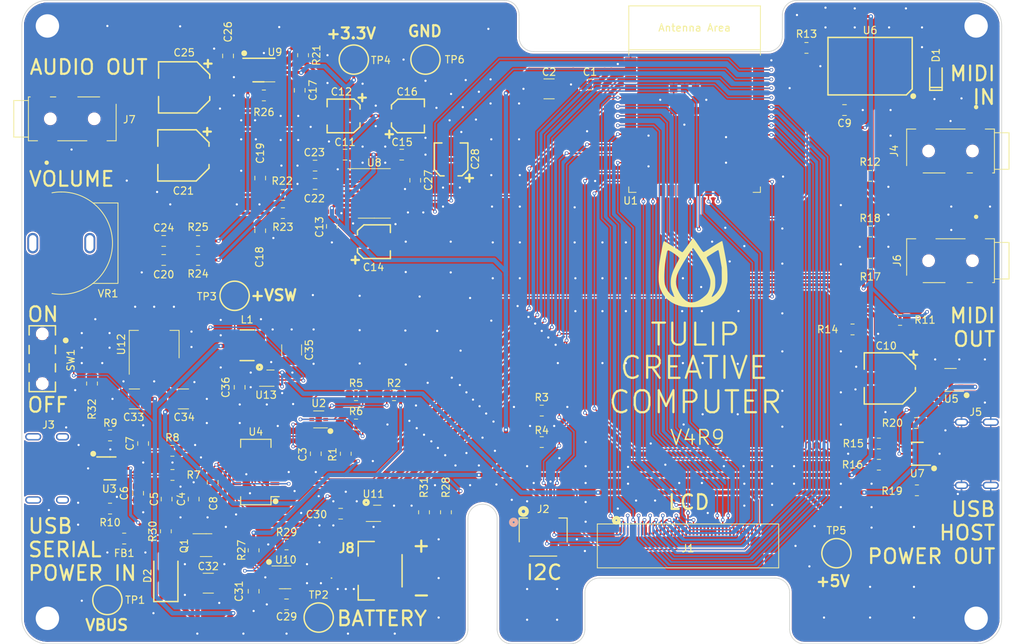
<source format=kicad_pcb>
(kicad_pcb (version 20221018) (generator pcbnew)
  (layers (0 "F.Cu" signal) (31 "B.Cu" signal) (34 "B.Paste" user) (35 "F.Paste" user) (36 "B.SilkS" user "B.Silkscreen") (37 "F.SilkS" user "F.Silkscreen") (38 "B.Mask" user) (39 "F.Mask" user) (44 "Edge.Cuts" user))
  (net 0 "")
  (net 1 "GND")
  (net 2 "+5VL")
  (net 3 "LCD_INT")
  (net 4 "LCD_PWM")
  (net 5 "LCD_DE")
  (net 6 "LCD_VSYNC")
  (net 7 "LCD_HSYNC")
  (net 8 "LCD_BLEN")
  (net 9 "LCD_PCLK")
  (net 10 "LCD_B7")
  (net 11 "LCD_B6")
  (net 12 "LCD_G7")
  (net 13 "LCD_G6")
  (net 14 "LCD_G5")
  (net 15 "VBUS")
  (net 16 "+3.3V")
  (net 17 "Net-(C18-Pad1)")
  (net 18 "Net-(FB1-Pad1)")
  (net 19 "ESP32_EN")
  (net 20 "LCD_R7")
  (net 21 "LCD_R6")
  (net 22 "FTDI_~{DTR}")
  (net 23 "FTDI_~{RTS}")
  (net 24 "PCM_LRCK")
  (net 25 "USB_D-")
  (net 26 "USB_D+")
  (net 27 "UART0_RXD")
  (net 28 "UART0_TXD")
  (net 29 "PCM_DIN")
  (net 30 "PCM_BCK")
  (net 31 "I2C_SCL")
  (net 32 "I2C_SDA")
  (net 33 "Net-(D1-K)")
  (net 34 "Net-(D1-A)")
  (net 35 "Net-(J4-RING)")
  (net 38 "LCD_R5")
  (net 39 "~{USBH_5V_FAULT}")
  (net 40 "USBH_5V_ENABLE")
  (net 41 "+VSW")
  (net 42 "+BATT")
  (net 43 "Net-(U10-PROG)")
  (net 44 "CHARGE_STATE")
  (net 45 "VREG_EN")
  (net 47 "+5V")
  (net 48 "MIDI_IN")
  (net 49 "MIDI_OUT")
  (net 50 "Net-(C6-Pad1)")
  (net 51 "Net-(U8-VNEG)")
  (net 52 "Net-(U8-LDOO)")
  (net 53 "Net-(U8-CAPM)")
  (net 54 "Net-(C7-Pad1)")
  (net 55 "Net-(C19-Pad1)")
  (net 56 "Net-(C20-Pad1)")
  (net 57 "Net-(U9-BYPASS)")
  (net 58 "Net-(U9-VO1)")
  (net 59 "Net-(J7-TIP)")
  (net 60 "Net-(U9-VO2)")
  (net 61 "Net-(J7-RING)")
  (net 64 "ESP32_BOOT")
  (net 65 "Net-(U8-OUTL)")
  (net 66 "Net-(U8-OUTR)")
  (net 67 "Net-(U9-IN1-)")
  (net 68 "Net-(U9-IN2-)")
  (net 69 "Net-(C20-Pad2)")
  (net 70 "Net-(U4-3V3OUT)")
  (net 71 "Net-(C24-Pad1)")
  (net 72 "Net-(C24-Pad2)")
  (net 74 "Net-(J3-CC1)")
  (net 75 "Net-(J3-D1+)")
  (net 76 "Net-(J3-D1-)")
  (net 78 "Net-(J3-CC2)")
  (net 81 "Net-(J5-CC1)")
  (net 82 "Net-(J5-D1+)")
  (net 83 "Net-(J5-D1-)")
  (net 85 "Net-(J5-CC2)")
  (net 87 "Net-(J6-TIP)")
  (net 88 "Net-(J6-RING)")
  (net 91 "Net-(U13-SW)")
  (net 92 "Net-(R5-Pad2)")
  (net 93 "Net-(R6-Pad1)")
  (net 94 "Net-(U4-USBDM)")
  (net 95 "Net-(U4-USBDP)")
  (net 96 "Net-(R15-Pad1)")
  (net 97 "Net-(R16-Pad1)")
  (net 98 "Net-(U11-~{ALRT})")
  (net 99 "Net-(U11-QSTRT)")
  (footprint "tulipcc_footprint_lib:C_0805_2012" (layer "F.Cu") (at 36.2 -5.4 180)
    (fp_text reference "C29")
    (fp_text value "4.7uF")
  )
  (footprint "tulipcc_footprint_lib:C_0805_2012" (layer "F.Cu") (at 28.2 -80.4 90)
    (fp_text reference "C26")
    (fp_text value "0.1uF")
  )
  (footprint "tulipcc_footprint_lib:C_0805_2012" (layer "F.Cu") (at 51.95 -66.9)
    (fp_text reference "C15")
    (fp_text value "0.1uF")
  )
  (footprint "tulipcc_footprint_lib:C_0805_2012" (layer "F.Cu") (at 77.7 -76.5 180)
    (fp_text reference "C1")
    (fp_text value "0.1uF")
  )
  (footprint "tulipcc_footprint_lib:C_0805_2012" (layer "F.Cu") (at 29.7875 -35.0875 -90)
    (fp_text reference "C36")
    (fp_text value "4.7uF")
  )
  (footprint "tulipcc_footprint_lib:R_0805_2012" (layer "F.Cu") (at 71.1 -27.6 180)
    (fp_text reference "R4")
    (fp_text value "2.4K")
  )
  (footprint "tulipcc_footprint_lib:ALPS_RK10J12R0A0B" (layer "F.Cu") (at 5.4 -54.8 90)
    (fp_text reference "VR1")
    (fp_text value "RK10J12R0A0B")
  )
  (footprint "tulipcc_footprint_lib:SOT-23-5" (layer "F.Cu") (at 127 -36.1 180)
    (fp_text reference "U5")
    (fp_text value "MIC2005A-2YM5-TR")
  )
  (footprint "tulipcc_footprint_lib:IND_VD_IFSC-1515AH-01" (layer "F.Cu") (at 30.8 -40.8375)
    (fp_text reference "L1")
    (fp_text value "1uH")
  )
  (footprint "tulipcc_footprint_lib:R_0805_2012" (layer "F.Cu") (at 31.7 -12.8 90)
    (fp_text reference "R27")
    (fp_text value "10K")
  )
  (footprint "tulipcc_footprint_lib:R_0805_2012" (layer "F.Cu") (at 24.1 -55.1 180)
    (fp_text reference "R25")
    (fp_text value "22K")
  )
  (footprint "tulipcc_footprint_lib:CAP_WE_865060345007" (layer "F.Cu") (at 118.7 -36.3)
    (fp_text reference "C10")
    (fp_text value "220uF")
  )
  (footprint "tulipcc_footprint_lib:C_0805_2012" (layer "F.Cu") (at 23.5 -19.8 90)
    (fp_text reference "C4")
    (fp_text value "0.1uF")
  )
  (footprint "tulipcc_footprint_lib:TEST_POINT" (layer "F.Cu") (at 40.6 -3.6)
    (fp_text reference "TP2")
    (fp_text value "PCB Test Point")
  )
  (footprint "tulipcc_footprint_lib:CK_JS102011JAQN" (layer "F.Cu") (at 2.8 -39 -90)
    (fp_text reference "SW1")
    (fp_text value "JS102011JAQN")
  )
  (footprint "tulipcc_footprint_lib:C_1210_3225" (layer "F.Cu") (at 22.1 -33.5 180)
    (fp_text reference "C34")
    (fp_text value "22uF")
  )
  (footprint "tulipcc_footprint_lib:CON_CUI_SJ2-35863B1-SMT" (layer "F.Cu") (at 6.9 -71.8)
    (fp_text reference "J7")
    (fp_text value "SJ2-35863B1")
  )
  (footprint "tulipcc_footprint_lib:C_1210_3225" (layer "F.Cu") (at 36.9 -40.2 -90)
    (fp_text reference "C35")
    (fp_text value "22uF")
  )
  (footprint "tulipcc_footprint_lib:SOT-23-6" (layer "F.Cu") (at 122.45 -26 180)
    (fp_text reference "U7")
    (fp_text value "USBLC6-2SC6")
  )
  (footprint "tulipcc_footprint_lib:TEST_POINT" (layer "F.Cu") (at 55.2 -79.9)
    (fp_text reference "TP6")
    (fp_text value "PCB Test Point")
  )
  (footprint "tulipcc_footprint_lib:R_0805_2012" (layer "F.Cu") (at 117.2 -27.4 180)
    (fp_text reference "R15")
    (fp_text value "0R")
  )
  (footprint "tulipcc_footprint_lib:R_0805_2012" (layer "F.Cu") (at 58 -18 90)
    (fp_text reference "R28")
    (fp_text value "10K")
  )
  (footprint "tulipcc_footprint_lib:C_0805_2012" (layer "F.Cu") (at 32.6 -56.5 -90)
    (fp_text reference "C18")
    (fp_text value "2.2uF")
  )
  (footprint "tulipcc_footprint_lib:CAP_WE_865060340001" (layer "F.Cu") (at 44.05 -72.2)
    (fp_text reference "C12")
    (fp_text value "10uF")
  )
  (footprint "tulipcc_footprint_lib:C_1210_3225" (layer "F.Cu") (at 72.1 -75.9)
    (fp_text reference "C2")
    (fp_text value "22uF")
  )
  (footprint "tulipcc_footprint_lib:OMRON_XF2M-4015-1A" (layer "F.Cu") (at 91.1 -15)
    (fp_text reference "J1")
    (fp_text value "XF2M-4015-1A")
  )
  (footprint "tulipcc_footprint_lib:R_0805_2012" (layer "F.Cu") (at 116 -64)
    (fp_text reference "R12")
    (fp_text value "220R")
  )
  (footprint "tulipcc_footprint_lib:HVSSOP-8-1EP_3x3mm_P0.65mm_EP1.57x1.89mm" (layer "F.Cu") (at 33.11 -78.47)
    (fp_text reference "U9")
    (fp_text value "TPA6110A2DGN")
  )
  (footprint "tulipcc_footprint_lib:C_0805_2012" (layer "F.Cu") (at 40.1 -65.4 180)
    (fp_text reference "C23")
    (fp_text value "2.2uF")
  )
  (footprint "tulipcc_footprint_lib:ESP32-S3-WROOM-2" (layer "F.Cu") (at 92 -71.5)
    (fp_text reference "U1")
    (fp_text value "ESP32-S3-WROOM-2-N32R8V")
  )
  (footprint "tulipcc_footprint_lib:SOT-23-6" (layer "F.Cu") (at 12.0645 -24)
    (fp_text reference "U3")
    (fp_text value "USBLC6-2SC6")
  )
  (footprint "tulipcc_footprint_lib:R_0805_2012" (layer "F.Cu") (at 116 -56.4 180)
    (fp_text reference "R18")
    (fp_text value "10R")
  )
  (footprint "tulipcc_footprint_lib:TE_17348272" (layer "F.Cu") (at 49 -10 90)
    (fp_text reference "J8")
    (fp_text value "1734827-2" hide)
  )
  (footprint "tulipcc_footprint_lib:R_0805_2012" (layer "F.Cu") (at 35.7 -61.4 180)
    (fp_text reference "R22")
    (fp_text value "470R")
  )
  (footprint "tulipcc_footprint_lib:C_0805_2012" (layer "F.Cu") (at 31.7 -7.2 -90)
    (fp_text reference "C31")
    (fp_text value "4.7uF")
  )
  (footprint "tulipcc_footprint_lib:C_0805_2012" (layer "F.Cu") (at 43.6 -17.8 180)
    (fp_text reference "C30")
    (fp_text value "0.1uF")
  )
  (footprint "tulipcc_footprint_lib:USB-C_Molex_217179-0001" (layer "F.Cu") (at 2.8645 -24 -90)
    (fp_text reference "J3")
    (fp_text value "217179-0001")
  )
  (footprint "tulipcc_footprint_lib:CAP_WE_865060340001" (layer "F.Cu") (at 48.1 -55 180)
    (fp_text reference "C14")
    (fp_text value "10uF")
  )
  (footprint "tulipcc_footprint_lib:R_0805_2012" (layer "F.Cu") (at 44.3 -26 -90)
    (fp_text reference "R1")
    (fp_text value "10K")
  )
  (footprint "tulipcc_footprint_lib:C_0805_2012" (layer "F.Cu") (at 15.9 -20.6 -90)
    (fp_text reference "C6")
    (fp_text value "47pF")
  )
  (footprint "tulipcc_footprint_lib:R_0805_2012" (layer "F.Cu") (at 122.3 -30.2 180)
    (fp_text reference "R20")
    (fp_text value "56K")
  )
  (footprint "tulipcc_footprint_lib:UDFN-8-1EP_2x2mm_P0.5mm_EP0.7x1.3mm_1" (layer "F.Cu") (at 33.5 -36.3375)
    (fp_text reference "U13")
    (fp_text value "MIC2875-5.0YMT")
  )
  (footprint "tulipcc_footprint_lib:R_0805_2012" (layer "F.Cu") (at 33.1 -75)
    (fp_text reference "R26")
    (fp_text value "33K")
  )
  (footprint "tulipcc_footprint_lib:CAP_WE_865060345007" (layer "F.Cu") (at 22.1 -66.8)
    (fp_text reference "C21")
    (fp_text value "220uF")
  )
  (footprint "tulipcc_footprint_lib:SOT-23-3" (layer "F.Cu") (at 25.2 -13.5)
    (fp_text reference "Q1")
    (fp_text value "DMP3099L")
  )
  (footprint "tulipcc_footprint_lib:C_0805_2012" (layer "F.Cu") (at 38 -75.7 -90)
    (fp_text reference "C17")
    (fp_text value "0.1uF")
  )
  (footprint "tulipcc_footprint_lib:R_0805_2012" (layer "F.Cu") (at 36.2 -13.6)
    (fp_text reference "R29")
    (fp_text value "2K")
  )
  (footprint "tulipcc_footprint_lib:SOT-363_SC-70-6" (layer "F.Cu") (at 40.6 -30.7 180)
    (fp_text reference "U2")
    (fp_text value "MBT3904DW1T1G")
  )
  (footprint "tulipcc_footprint_lib:TE_1734709-4" (layer "F.Cu") (at 71.2976 -14.61135)
    (fp_text reference "J2")
    (fp_text value "1734709-4")
  )
  (footprint "tulipcc_footprint_lib:FB_0805_2012" (layer "F.Cu") (at 14 -14.4)
    (fp_text reference "FB1")
    (fp_text value "120R")
  )
  (footprint "tulipcc_footprint_lib:C_0805_2012" (layer "F.Cu") (at 32.6 -63.7 90)
    (fp_text reference "C19")
    (fp_text value "2.2uF")
  )
  (footprint "tulipcc_footprint_lib:R_0805_2012" (layer "F.Cu") (at 9.6 -35.6 90)
    (fp_text reference "R32")
    (fp_text value "10K")
  )
  (footprint "tulipcc_footprint_lib:C_0805_2012" (layer "F.Cu") (at 19.4 -55.1 180)
    (fp_text reference "C24")
    (fp_text value "0.47uF")
  )
  (footprint "tulipcc_footprint_lib:CAP_WE_865060340001" (layer "F.Cu") (at 58.7 -66.2 -90)
    (fp_text reference "C28")
    (fp_text value "10uF")
  )
  (footprint "tulipcc_footprint_lib:C_0805_2012" (layer "F.Cu") (at 16.5875 -27.4 90)
    (fp_text reference "C7")
    (fp_text value "47pF")
  )
  (footprint "tulipcc_footprint_lib:R_0805_2012" (layer "F.Cu") (at 24.1 -52.5)
    (fp_text reference "R24")
    (fp_text value "22K")
  )
  (footprint "tulipcc_footprint_lib:R_0805_2012" (layer "F.Cu") (at 122.4 -21 180)
    (fp_text reference "R19")
    (fp_text value "56K")
  )
  (footprint "tulipcc_footprint_lib:R_0805_2012" (layer "F.Cu") (at 12.0645 -18.5)
    (fp_text reference "R10")
    (fp_text value "5.1K")
  )
  (footprint "tulipcc_footprint_lib:USB-C_Molex_217179-0001" (layer "F.Cu") (at 131.2 -26 90)
    (fp_text reference "J5")
    (fp_text value "217179-0001")
  )
  (footprint "tulipcc_footprint_lib:C_0805_2012" (layer "F.Cu") (at 112.5 -73)
    (fp_text reference "C9")
    (fp_text value "0.1uF")
  )
  (footprint "tulipcc_footprint_lib:TEST_POINT" (layer "F.Cu") (at 11.7 -6)
    (fp_text reference "TP1")
    (fp_text value "PCB Test Point")
  )
  (footprint "tulipcc_footprint_lib:TEST_POINT" (layer "F.Cu") (at 45.4 -79.9)
    (fp_text reference "TP4")
    (fp_text value "PCB Test Point")
  )
  (footprint "tulipcc_footprint_lib:R_0805_2012" (layer "F.Cu") (at 20.6 -23.1)
    (fp_text reference "R7")
    (fp_text value "27R")
  )
  (footprint "tulipcc_footprint_lib:TDFN-8-1EP_2x2mm_P0.5mm_EP0.8x1.2mm" (layer "F.Cu") (at 48.0875 -17.85)
    (fp_text reference "U11")
    (fp_text value "MAX17048G")
  )
  (footprint "tulipcc_footprint_lib:R_0805_2012" (layer "F.Cu") (at 20.5875 -26.4)
    (fp_text reference "R8")
    (fp_text value "27R")
  )
  (footprint "LOGO" (layer "F.Cu") (at 91.8 -50.85)
    (fp_text reference "G***" hide)
    (fp_text value "LOGO" hide)
  )
  (footprint "tulipcc_footprint_lib:R_0805_2012" (layer "F.Cu") (at 38.46 -80.5 -90)
    (fp_text reference "R21")
    (fp_text value "33K")
  )
  (footprint "tulipcc_footprint_lib:R_0805_2012" (layer "F.Cu") (at 71.1 -31.9 180)
    (fp_text reference "R3")
    (fp_text value "2.4K")
  )
  (footprint "tulipcc_footprint_lib:C_0805_2012" (layer "F.Cu") (at 53.8 -63.4 -90)
    (fp_text reference "C27")
    (fp_text value "0.1uF")
  )
  (footprint "tulipcc_footprint_lib:SSOP-20_3.9x8.7mm_P0.635mm" (layer "F.Cu") (at 32 -23.5 180)
    (fp_text reference "U4")
    (fp_text value "FT231XS")
  )
  (footprint "tulipcc_footprint_lib:R_0805_2012" (layer "F.Cu") (at 116.0125 -52 180)
    (fp_text reference "R17")
    (fp_text value "33R")
  )
  (footprint "tulipcc_footprint_lib:R_0805_2012" (layer "F.Cu") (at 107.3 -81.5 180)
    (fp_text reference "R13")
    (fp_text value "470R")
  )
  (footprint "tulipcc_footprint_lib:TEST_POINT" (layer "F.Cu") (at 111.4 -12.4)
    (fp_text reference "TP5")
    (fp_text value "PCB Test Point")
  )
  (footprint "tulipcc_footprint_lib:PDIP6-SMD" (layer "F.Cu") (at 116 -79 90)
    (fp_text reference "U6")
    (fp_text value "H11L1SR2M")
  )
  (footprint "tulipcc_footprint_lib:R_0805_2012" (layer "F.Cu") (at 45.7 -34)
    (fp_text reference "R5")
    (fp_text value "100K")
  )
  (footprint "tulipcc_footprint_lib:SOT-223-6" (layer "F.Cu") (at 18.1 -41 90)
    (fp_text reference "U12")
    (fp_text value "TPS7A4533DCQR")
  )
  (footprint "tulipcc_footprint_lib:C_0805_2012" (layer "F.Cu") (at 40.1 -62.9 180)
    (fp_text reference "C22")
    (fp_text value "2.2uF")
  )
  (footprint "tulipcc_footprint_lib:R_0805_2012" (layer "F.Cu") (at 117.2 -24.5 180)
    (fp_text reference "R16")
    (fp_text value "0R")
  )
  (footprint "tulipcc_footprint_lib:R_0805_2012" (layer "F.Cu") (at 19.7 -15.4 -90)
    (fp_text reference "R30")
    (fp_text value "10K")
  )
  (footprint "tulipcc_footprint_lib:R_0805_2012" (layer "F.Cu") (at 45.7 -30 180)
    (fp_text reference "R6")
    (fp_text value "100K")
  )
  (footprint "tulipcc_footprint_lib:R_0805_2012" (layer "F.Cu") (at 120.1 -44.3)
    (fp_text reference "R11")
    (fp_text value "10K")
  )
  (footprint "tulipcc_footprint_lib:TEST_POINT" (layer "F.Cu") (at 29.1 -47.6)
    (fp_text reference "TP3")
    (fp_text value "PCB Test Point")
  )
  (footprint "tulipcc_footprint_lib:C_1210_3225" (layer "F.Cu") (at 25.5 -8.3)
    (fp_text reference "C32")
    (fp_text value "22uF")
  )
  (footprint "tulipcc_footprint_lib:R_0805_2012" (layer "F.Cu") (at 12.0645 -28.5)
    (fp_text reference "R9")
    (fp_text value "5.1K")
  )
  (footprint "tulipcc_footprint_lib:D_SMA" (layer "F.Cu") (at 19.7 -9.3 90)
    (fp_text reference "D2")
    (fp_text value "B340AE-13")
  )
  (footprint "tulipcc_footprint_lib:C_0805_2012" (layer "F.Cu") (at 40.2 -26 -90)
    (fp_text reference "C3")
    (fp_text value "4.7uF")
  )
  (footprint "tulipcc_footprint_lib:C_0805_2012" (layer "F.Cu") (at 19.8 -19.8 90)
    (fp_text reference "C5")
    (fp_text value "4.7uF")
  )
  (footprint "Package_SO:TSSOP-20_4.4x6.5mm_P0.65mm" (layer "F.Cu") (at 48.2 -61.6)
    (fp_text reference "U8")
    (fp_text value "PCM5101A-Q1")
  )
  (footprint "tulipcc_footprint_lib:SOT-23-5" (layer "F.Cu") (at 36 -9.1)
    (fp_text reference "U10")
    (fp_text value "MCP73832")
  )
  (footprint "tulipcc_footprint_lib:R_0805_2012" (layer "F.Cu") (at 113.6 -43)
    (fp_text reference "R14")
    (fp_text value "10K")
  )
  (footprint "tulipcc_footprint_lib:C_1210_3225" (layer "F.Cu") (at 15.4 -33.5)
    (fp_text reference "C33")
    (fp_text value "22uF")
  )
  (footprint "tulipcc_footprint_lib:C_0805_2012" (layer "F.Cu") (at 26.1 -22.1 -90)
    (fp_text reference "C8")
    (fp_text value "0.1uF")
  )
  (footprint "tulipcc_footprint_lib:C_0805_2012" (layer "F.Cu") (at 42.4 -57.1 -90)
    (fp_text reference "C13")
    (fp_text value "0.1uF")
  )
  (footprint "tulipcc_footprint_lib:R_0805_2012" (layer "F.Cu") (at 35.7 -58.9 180)
    (fp_text reference "R23")
    (fp_text value "470R")
  )
  (footprint "tulipcc_footprint_lib:CAP_WE_865060345007" (layer "F.Cu") (at 22.2 -76.1)
    (fp_text reference "C25")
    (fp_text value "220uF")
  )
  (footprint "tulipcc_footprint_lib:C_0805_2012" (layer "F.Cu") (at 19.4 -52.5 180)
    (fp_text reference "C20")
    (fp_text value "0.47uF")
  )
  (footprint "tulipcc_footprint_lib:R_0805_2012" (layer "F.Cu") (at 50.9 -34)
    (fp_text reference "R2")
    (fp_text value "10K")
  )
  (footprint "tulipcc_footprint_lib:C_0805_2012" (layer "F.Cu") (at 44.2 -66.9 180)
    (fp_text reference "C11")
    (fp_text value "0.1uF")
  )
  (footprint "tulipcc_footprint_lib:CON_CUI_SJ2-35863B1-SMT" (layer "F.Cu") (at 127 -52.4 180)
    (fp_text reference "J6")
    (fp_text value "SJ2-35863B1")
  )
  (footprint "tulipcc_footprint_lib:R_0805_2012" (layer "F.Cu") (at 55 -18 -90)
    (fp_text reference "R31")
    (fp_text value "10K")
  )
  (footprint "tulipcc_footprint_lib:CON_CUI_SJ2-35863B1-SMT" (layer "F.Cu") (at 127 -67.4 180)
    (fp_text reference "J4")
    (fp_text value "SJ2-35863B1")
  )
  (footprint "tulipcc_footprint_lib:CAP_WE_865060340001" (layer "F.Cu") (at 52.75 -72.2 180)
    (fp_text reference "C16")
    (fp_text value "10uF")
  )
  (footprint "tulipcc_footprint_lib:D_SOD-323" (layer "F.Cu") (at 125 -77.7 90)
    (fp_text reference "D1")
    (fp_text value "1N4148WS")
  )
  (gr_arc (start 63 -19.1) (mid 64.414214 -18.514214) (end 65 -17.1) (stroke (width 0.1)) (layer "Edge.Cuts"))
  (gr_arc (start 77 -2) (mid 76.414214 -0.585786) (end 75 0) (stroke (width 0.1)) (layer "Edge.Cuts"))
  (gr_arc (start 61 -17.1) (mid 61.585786 -18.514214) (end 63 -19.1) (stroke (width 0.1)) (layer "Edge.Cuts"))
  (gr_arc (start 77 -7) (mid 77.585786 -8.414214) (end 79 -9) (stroke (width 0.1)) (layer "Edge.Cuts"))
  (gr_arc (start 61 -2) (mid 60.414214 -0.585786) (end 59 0) (stroke (width 0.1)) (layer "Edge.Cuts"))
  (gr_line (start 67 0) (end 75 0) (stroke (width 0.1)) (layer "Edge.Cuts"))
  (gr_line (start 134 -3.5) (end 134 -84.5) (stroke (width 0.1)) (layer "Edge.Cuts"))
  (gr_line locked (start 0 -84.5) (end 0 -3.5) (stroke (width 0.1)) (layer "Edge.Cuts"))
  (gr_line (start 79 -9) (end 103 -9) (stroke (width 0.1)) (layer "Edge.Cuts"))
  (gr_arc (start 134 -3.5) (mid 132.974874 -1.025126) (end 130.5 0) (stroke (width 0.1)) (layer "Edge.Cuts"))
  (gr_arc (start 107 0) (mid 105.585786 -0.585786) (end 105 -2) (stroke (width 0.1)) (layer "Edge.Cuts"))
  (gr_line (start 107 0) (end 130.5 0) (stroke (width 0.1)) (layer "Edge.Cuts"))
  (gr_arc (start 130.5 -88) (mid 132.974874 -86.974874) (end 134 -84.5) (stroke (width 0.1)) (layer "Edge.Cuts"))
  (gr_line (start 68 -83) (end 68 -86) (stroke (width 0.1)) (layer "Edge.Cuts"))
  (gr_arc (start 0 -84.5) (mid 1.025126 -86.974874) (end 3.5 -88) (stroke (width 0.1)) (layer "Edge.Cuts"))
  (gr_arc (start 67 0) (mid 65.585786 -0.585786) (end 65 -2) (stroke (width 0.1)) (layer "Edge.Cuts"))
  (gr_line (start 3.5 0) (end 59 0) (stroke (width 0.1)) (layer "Edge.Cuts"))
  (gr_line (start 65 -2) (end 65 -17.1) (stroke (width 0.1)) (layer "Edge.Cuts"))
  (gr_arc (start 104.000143 -85.990071) (mid 104.590851 -87.402205) (end 106 -87.999999) (stroke (width 0.1)) (layer "Edge.Cuts"))
  (gr_line (start 61 -2) (end 61 -17.1) (stroke (width 0.1)) (layer "Edge.Cuts"))
  (gr_line (start 106 -87.999999) (end 130.5 -88) (stroke (width 0.1)) (layer "Edge.Cuts"))
  (gr_arc (start 70 -81) (mid 68.585786 -81.585786) (end 68 -83) (stroke (width 0.1)) (layer "Edge.Cuts"))
  (gr_arc (start 3.5 0) (mid 1.025126 -1.025126) (end 0 -3.5) (stroke (width 0.1)) (layer "Edge.Cuts"))
  (gr_arc (start 104.00005 -83.014214) (mid 103.415103 -81.594948) (end 102 -81) (stroke (width 0.1)) (layer "Edge.Cuts"))
  (gr_arc (start 66 -88) (mid 67.414214 -87.414214) (end 68 -86) (stroke (width 0.1)) (layer "Edge.Cuts"))
  (gr_arc (start 103 -9) (mid 104.414214 -8.414214) (end 105 -7) (stroke (width 0.1)) (layer "Edge.Cuts"))
  (gr_line (start 77 -2) (end 77 -7) (stroke (width 0.1)) (layer "Edge.Cuts"))
  (gr_line (start 104.00005 -83.014214) (end 104 -86) (stroke (width 0.1)) (layer "Edge.Cuts"))
  (gr_line (start 105 -2) (end 105 -7) (stroke (width 0.1)) (layer "Edge.Cuts"))
  (gr_line (start 3.5 -88) (end 66 -88) (stroke (width 0.1)) (layer "Edge.Cuts"))
  (gr_line (start 70 -81) (end 102 -81) (stroke (width 0.1)) (layer "Edge.Cuts"))
  (gr_text "ON" (at 0.6 -43.9) (layer "F.SilkS") (effects (font (size 2 2) (thickness 0.3)) (justify left bottom)))
  (gr_text "+3.3V" (at 48.6 -82.6) (layer "F.SilkS") (effects (font (size 1.5 1.5) (thickness 0.3)) (justify right bottom)))
  (gr_text "I2C" (at 68.8 -8.6) (layer "F.SilkS") (effects (font (size 2 2) (thickness 0.3)) (justify left bottom)))
  (gr_text "COMPUTER" (at 80.05 -31.3) (layer "F.SilkS") (effects (font (size 3 3) (thickness 0.3)) (justify left bottom)))
  (gr_text "GND\n" (at 57.6 -82.9) (layer "F.SilkS") (effects (font (size 1.5 1.5) (thickness 0.3)) (justify right bottom)))
  (gr_text "USB\nSERIAL\nPOWER IN" (at 0.7 -8.5) (layer "F.SilkS") (effects (font (size 2 2) (thickness 0.3)) (justify left bottom)))
  (gr_text "-" (at 53.2 -5.6) (layer "F.SilkS") (effects (font (size 2 2) (thickness 0.3)) (justify left bottom)))
  (gr_text "VOLUME" (at 0.8 -62.4) (layer "F.SilkS") (effects (font (size 2 2) (thickness 0.3)) (justify left bottom)))
  (gr_text "BATTERY" (at 42.9 -2.3) (layer "F.SilkS") (effects (font (size 2 2) (thickness 0.3)) (justify left bottom)))
  (gr_text "AUDIO OUT" (at 0.9 -77.7) (layer "F.SilkS") (effects (font (size 2 2) (thickness 0.3)) (justify left bottom)))
  (gr_text "OFF" (at 0.6 -31.5) (layer "F.SilkS") (effects (font (size 2 2) (thickness 0.3)) (justify left bottom)))
  (gr_text "+" (at 53.6 -14.8 -90) (layer "F.SilkS") (effects (font (size 2 2) (thickness 0.3)) (justify left bottom)))
  (gr_text "LCD" (at 88.2 -18.2) (layer "F.SilkS") (effects (font (size 2 2) (thickness 0.3)) (justify left bottom)))
  (gr_text "MIDI\nOUT" (at 133.3 -40.5) (layer "F.SilkS") (effects (font (size 2 2) (thickness 0.3)) (justify right bottom)))
  (gr_text "+VSW" (at 37.8 -46.8) (layer "F.SilkS") (effects (font (size 1.5 1.5) (thickness 0.3)) (justify right bottom)))
  (gr_text "+5V" (at 113.4 -7.7) (layer "F.SilkS") (effects (font (size 1.5 1.5) (thickness 0.3)) (justify right bottom)))
  (gr_text "USB\nHOST\nPOWER OUT" (at 133.3 -10.8) (layer "F.SilkS") (effects (font (size 2 2) (thickness 0.3)) (justify right bottom)))
  (gr_text "CREATIVE" (at 81.6 -36) (layer "F.SilkS") (effects (font (size 3 3) (thickness 0.3)) (justify left bottom)))
  (gr_text "MIDI\nIN" (at 133.3 -73.6) (layer "F.SilkS") (effects (font (size 2 2) (thickness 0.3)) (justify right bottom)))
  (gr_text "VBUS" (at 14.7 -1.7) (layer "F.SilkS") (effects (font (size 1.5 1.5) (thickness 0.3)) (justify right bottom)))
  (gr_text "TULIP" (at 85.75 -40.55) (layer "F.SilkS") (effects (font (size 3 3) (thickness 0.3)) (justify left bottom)))
  (gr_text "V4R9" (at 88.5 -27.05) (layer "F.SilkS") (effects (font (size 2 2) (thickness 0.2)) (justify left bottom)))
  (segment (start 89.14 -72.91) (end 89.14 -75.91) (width 0.2) (layer "F.Cu") (net 1))
  (segment (start 89.14 -74.41) (end 92.14 -74.41) (width 0.2) (layer "F.Cu") (net 1))
  (segment (start 92.14 -72.91) (end 89.14 -72.91) (width 0.2) (layer "F.Cu") (net 1))
  (segment (start 89.14 -75.91) (end 92.14 -75.91) (width 0.2) (layer "F.Cu") (net 1))
  (segment (start 92.14 -75.91) (end 92.14 -72.91) (width 0.2) (layer "F.Cu") (net 1))
  (segment (start 90.64 -75.91) (end 90.64 -72.91) (width 0.2) (layer "F.Cu") (net 1))
  (via (at 35.2 -84.35) (size 0.5) (drill 0.3) (layers "F.Cu" "B.Cu") (net 1))
  (via (at 106 -86) (size 0.5) (drill 0.3) (layers "F.Cu" "B.Cu") (net 1))
  (via (at 40.7 -13.9) (size 0.5) (drill 0.3) (layers "F.Cu" "B.Cu") (net 1))
  (via (at 31.2 -20.6) (size 0.5) (drill 0.3) (layers "F.Cu" "B.Cu") (net 1))
  (via (at 22.3 -10.9) (size 0.5) (drill 0.3) (layers "F.Cu" "B.Cu") (net 1))
  (via (at 31.3 -35.1) (size 0.5) (drill 0.3) (layers "F.Cu" "B.Cu") (net 1))
  (via (at 112 -30) (size 0.5) (drill 0.3) (layers "F.Cu" "B.Cu") (net 1))
  (via (at 114.1 -37.9) (size 0.5) (drill 0.3) (layers "F.Cu" "B.Cu") (net 1))
  (via (at 104 -40) (size 0.5) (drill 0.3) (layers "F.Cu" "B.Cu") (net 1))
  (via (at 16.9 -12.5) (size 0.5) (drill 0.3) (layers "F.Cu" "B.Cu") (net 1))
  (via (at 70 -22) (size 0.5) (drill 0.3) (layers "F.Cu" "B.Cu") (net 1))
  (via (at 23.2 -40.6) (size 0.5) (drill 0.3) (layers "F.Cu" "B.Cu") (net 1))
  (via (at 37 -37.1) (size 0.5) (drill 0.3) (layers "F.Cu" "B.Cu") (net 1))
  (via locked (at 3.5 -3.5) (size 6.4) (drill 3.2) (layers "F.Cu" "B.Cu") (net 1))
  (via (at 46.2 -38.35) (size 0.5) (drill 0.3) (layers "F.Cu" "B.Cu") (net 1))
  (via (at 79.4 -54.9) (size 0.5) (drill 0.3) (layers "F.Cu" "B.Cu") (net 1))
  (via (at 18.5 -61.8) (size 0.5) (drill 0.3) (layers "F.Cu" "B.Cu") (net 1))
  (via (at 64.7 -26.4) (size 0.5) (drill 0.3) (layers "F.Cu" "B.Cu") (net 1))
  (via (at 79.4 -50) (size 0.5) (drill 0.3) (layers "F.Cu" "B.Cu") (net 1))
  (via (at 16.6 -18) (size 0.5) (drill 0.3) (layers "F.Cu" "B.Cu") (net 1))
  (via (at 31.3 -37.1) (size 0.5) (drill 0.3) (layers "F.Cu" "B.Cu") (net 1))
  (via (at 27 -5.6) (size 0.5) (drill 0.3) (layers "F.Cu" "B.Cu") (net 1))
  (via (at 36.9 -43) (size 0.5) (drill 0.3) (layers "F.Cu" "B.Cu") (net 1))
  (via (at 96.2 -56.9) (size 0.5) (drill 0.3) (layers "F.Cu" "B.Cu") (net 1))
  (via (at 68.1 -64.1) (size 0.5) (drill 0.3) (layers "F.Cu" "B.Cu") (net 1))
  (via (at 35.6 -34.3) (size 0.5) (drill 0.3) (layers "F.Cu" "B.Cu") (net 1))
  (via (at 33.5 -32.7375) (size 0.5) (drill 0.3) (layers "F.Cu" "B.Cu") (net 1))
  (via (at 11 -38.4) (size 0.5) (drill 0.3) (layers "F.Cu" "B.Cu") (net 1))
  (via (at 72.3 -22.2) (size 0.5) (drill 0.3) (layers "F.Cu" "B.Cu") (net 1))
  (via (at 43.2 -7.5) (size 0.5) (drill 0.3) (layers "F.Cu" "B.Cu") (net 1))
  (via (at 105.6 -24.3) (size 0.5) (drill 0.3) (layers "F.Cu" "B.Cu") (net 1))
  (via (at 60.8 -26.1) (size 0.5) (drill 0.3) (layers "F.Cu" "B.Cu") (net 1))
  (via (at 44.3 -7.5) (size 0.5) (drill 0.3) (layers "F.Cu" "B.Cu") (net 1))
  (via (at 60.3 -73.4) (size 0.5) (drill 0.3) (layers "F.Cu" "B.Cu") (net 1))
  (via (at 54 -29.5) (size 0.5) (drill 0.3) (layers "F.Cu" "B.Cu") (net 1))
  (via locked (at 3.5 -84.5) (size 6.4) (drill 3.2) (layers "F.Cu" "B.Cu") (net 1))
  (via (at 45.8 -19.5) (size 0.5) (drill 0.3) (layers "F.Cu" "B.Cu") (net 1))
  (via (at 32.5 -60.1) (size 0.5) (drill 0.3) (layers "F.Cu" "B.Cu") (net 1))
  (via (at 72.8 -29.8) (size 0.5) (drill 0.3) (layers "F.Cu" "B.Cu") (net 1))
  (via (at 7.7 -16.3) (size 0.5) (drill 0.3) (layers "F.Cu" "B.Cu") (net 1))
  (via (at 87.3 -74.4) (size 0.5) (drill 0.3) (layers "F.Cu" "B.Cu") (net 1))
  (via (at 52.4 -62.2) (size 0.5) (drill 0.3) (layers "F.Cu" "B.Cu") (net 1))
  (via (at 120.9 -86.9) (size 0.5) (drill 0.3) (layers "F.Cu" "B.Cu") (net 1))
  (via (at 23.5 -22.1) (size 0.5) (drill 0.3) (layers "F.Cu" "B.Cu") (net 1))
  (via (at 73.2 -3.3) (size 0.5) (drill 0.3) (layers "F.Cu" "B.Cu") (net 1))
  (via (at 55.5 -35.7) (size 0.5) (drill 0.3) (layers "F.Cu" "B.Cu") (net 1))
  (via (at 41.8 -76.7) (size 0.5) (drill 0.3) (layers "F.Cu" "B.Cu") (net 1))
  (via (at 55.2 -66.9) (size 0.5) (drill 0.3) (layers "F.Cu" "B.Cu") (net 1))
  (via (at 30 -69) (size 0.5) (drill 0.3) (layers "F.Cu" "B.Cu") (net 1))
  (via (at 48.4 -73.6) (size 0.5) (drill 0.3) (layers "F.Cu" "B.Cu") (net 1))
  (via (at 107.7 -10.6) (size 0.5) (drill 0.3) (layers "F.Cu" "B.Cu") (net 1))
  (via (at 29 -75) (size 0.5) (drill 0.3) (layers "F.Cu" "B.Cu") (net 1))
  (via (at 69.1 -24.3) (size 0.5) (drill 0.3) (layers "F.Cu" "B.Cu") (net 1))
  (via (at 39.8 -47.7) (size 0.5) (drill 0.3) (layers "F.Cu" "B.Cu") (net 1))
  (via (at 39 -8.3) (size 0.5) (drill 0.3) (layers "F.Cu" "B.Cu") (net 1))
  (via (at 42.4 -54.9) (size 0.5) (drill 0.3) (layers "F.Cu" "B.Cu") (net 1))
  (via (at 34.4 -55.5) (size 0.5) (drill 0.3) (layers "F.Cu" "B.Cu") (net 1))
  (via (at 29.8 -30.2) (size 0.5) (drill 0.3) (layers "F.Cu" "B.Cu") (net 1))
  (via (at 73 -40.9) (size 0.5) (drill 0.3) (layers "F.Cu" "B.Cu") (net 1))
  (via (at 97.9 -38.3) (size 0.5) (drill 0.3) (layers "F.Cu" "B.Cu") (net 1))
  (via (at 128.2 -38.9) (size 0.5) (drill 0.3) (layers "F.Cu" "B.Cu") (net 1))
  (via (at 118.8 -69.5) (size 0.5) (drill 0.3) (layers "F.Cu" "B.Cu") (net 1))
  (via (at 68.1 -54.9) (size 0.5) (drill 0.3) (layers "F.Cu" "B.Cu") (net 1))
  (via (at 21.7 -17.3) (size 0.5) (drill 0.3) (layers "F.Cu" "B.Cu") (net 1))
  (via (at 69.1 -3.3) (size 0.5) (drill 0.3) (layers "F.Cu" "B.Cu") (net 1))
  (via (at 116.2 -15.9) (size 0.5) (drill 0.3) (layers "F.Cu" "B.Cu") (net 1))
  (via (at 52.5 -38.2) (size 0.5) (drill 0.3) (layers "F.Cu" "B.Cu") (net 1))
  (via (at 115 -73) (size 0.5) (drill 0.3) (layers "F.Cu" "B.Cu") (net 1))
  (via (at 118.1 -31.7) (size 0.5) (drill 0.3) (layers "F.Cu" "B.Cu") (net 1))
  (via (at 98.8 -18.9) (size 0.5) (drill 0.3) (layers "F.Cu" "B.Cu") (net 1))
  (via (at 37.8 -68.9) (size 0.5) (drill 0.3) (layers "F.Cu" "B.Cu") (net 1))
  (via (at 59.3 -24.4) (size 0.5) (drill 0.3) (layers "F.Cu" "B.Cu") (net 1))
  (via (at 71.1 -42.8) (size 0.5) (drill 0.3) (layers "F.Cu" "B.Cu") (net 1))
  (via (at 30 -64.7) (size 0.5) (drill 0.3) (layers "F.Cu" "B.Cu") (net 1))
  (via (at 88 -24.5) (size 0.5) (drill 0.3) (layers "F.Cu" "B.Cu") (net 1))
  (via (at 41.8 -80.5) (size 0.5) (drill 0.3) (layers "F.Cu" "B.Cu") (net 1))
  (via (at 64.9 -21.8) (size 0.5) (drill 0.3) (layers "F.Cu" "B.Cu") (net 1))
  (via (at 16.4 -50.8) (size 0.5) (drill 0.3) (layers "F.Cu" "B.Cu") (net 1))
  (via (at 123.1 -81.6) (size 0.5) (drill 0.3) (layers "F.Cu" "B.Cu") (net 1))
  (via (at 40.2 -23.5) (size 0.5) (drill 0.3) (layers "F.Cu" "B.Cu") (net 1))
  (via (at 112 -21.9) (size 0.5) (drill 0.3) (layers "F.Cu" "B.Cu") (net 1))
  (via (at 3.7 -18.3) (size 0.5) (drill 0.3) (layers "F.Cu" "B.Cu") (net 1))
  (via (at 131.7 -33) (size 0.5) (drill 0.3) (layers "F.Cu" "B.Cu") (net 1))
  (via (at 39.5 -70.7) (size 0.5) (drill 0.3) (layers "F.Cu" "B.Cu") (net 1))
  (via (at 77.1 -16.7) (size 0.5) (drill 0.3) (layers "F.Cu" "B.Cu") (net 1))
  (via locked (at 130.5 -3.5) (size 6.4) (drill 3.2) (layers "F.Cu" "B.Cu") (net 1))
  (via (at 108.4 -16.1) (size 0.5) (drill 0.3) (layers "F.Cu" "B.Cu") (net 1))
  (via (at 64.2 -69) (size 0.5) (drill 0.3) (layers "F.Cu" "B.Cu") (net 1))
  (via (at 96.8 -52.3) (size 0.5) (drill 0.3) (layers "F.Cu" "B.Cu") (net 1))
  (via (at 122 -16) (size 0.5) (drill 0.3) (layers "F.Cu" "B.Cu") (net 1))
  (via (at 116.2 -21.9) (size 0.5) (drill 0.3) (layers "F.Cu" "B.Cu") (net 1))
  (via (at 46.6 -76.6) (size 0.5) (drill 0.3) (layers "F.Cu" "B.Cu") (net 1))
  (via (at 63.5 -31.5) (size 0.5) (drill 0.3) (layers "F.Cu" "B.Cu") (net 1))
  (via (at 56 -27.7) (size 0.5) (drill 0.3) (layers "F.Cu" "B.Cu") (net 1))
  (via (at 112 -51.9) (size 0.5) (drill 0.3) (layers "F.Cu" "B.Cu") (net 1))
  (via (at 35.4 -68.9) (size 0.5) (drill 0.3) (layers "F.Cu" "B.Cu") (net 1))
  (via (at 11.7 -12.5) (size 0.5) (drill 0.3) (layers "F.Cu" "B.Cu") (net 1))
  (via (at 7.7645 -27.2) (size 0.5) (drill 0.3) (layers "F.Cu" "B.Cu") (net 1))
  (via (at 57 -3.6) (size 0.5) (drill 0.3) (layers "F.Cu" "B.Cu") (net 1))
  (via (at 113.9 -84.3) (size 0.5) (drill 0.3) (layers "F.Cu" "B.Cu") (net 1))
  (via (at 10.05 -44.4) (size 0.5) (drill 0.3) (layers "F.Cu" "B.Cu") (net 1))
  (via (at 25.3 -33.5) (size 0.5) (drill 0.3) (layers "F.Cu" "B.Cu") (net 1))
  (via (at 48.1 -16) (size 0.5) (drill 0.3) (layers "F.Cu" "B.Cu") (net 1))
  (via (at 63.8 -84.1) (size 0.5) (drill 0.3) (layers "F.Cu" "B.Cu") (net 1))
  (via (at 37.7 -62.9) (size 0.5) (drill 0.3) (layers "F.Cu" "B.Cu") (net 1))
  (via (at 24 -1.4) (size 0.5) (drill 0.3) (layers "F.Cu" "B.Cu") (net 1))
  (via (at 44.6 -1.4) (size 0.5) (drill 0.3) (layers "F.Cu" "B.Cu") (net 1))
  (via (at 58.5 -71.6) (size 0.5) (drill 0.3) (layers "F.Cu" "B.Cu") (net 1))
  (via (at 85.7 -69.5) (size 0.5) (drill 0.3) (layers "F.Cu" "B.Cu") (net 1))
  (via (at 102.6 -24.3) (size 0.5) (drill 0.3) (layers "F.Cu" "B.Cu") (net 1))
  (via (at 35.4 -72.2) (size 0.5) (drill 0.3) (layers "F.Cu" "B.Cu") (net 1))
  (via (at 42 -68.7) (size 0.5) (drill 0.3) (layers "F.Cu" "B.Cu") (net 1))
  (via (at 37.3 -20.9) (size 0.5) (drill 0.3) (layers "F.Cu" "B.Cu") (net 1))
  (via (at 104 -34.6) (size 0.5) (drill 0.3) (layers "F.Cu" "B.Cu") (net 1))
  (via (at 31.9 -71.6) (size 0.5) (drill 0.3) (layers "F.Cu" "B.Cu") (net 1))
  (via (at 27.2 -42.2) (size 0.5) (drill 0.3) (layers "F.Cu" "B.Cu") (net 1))
  (via (at 13.9 -35.9) (size 0.5) (drill 0.3) (layers "F.Cu" "B.Cu") (net 1))
  (via (at 21.7 -21.5) (size 0.5) (drill 0.3) (layers "F.Cu" "B.Cu") (net 1))
  (via (at 62.1 -71.7) (size 0.5) (drill 0.3) (layers "F.Cu" "B.Cu") (net 1))
  (via (at 51 -1.4) (size 0.5) (drill 0.3) (layers "F.Cu" "B.Cu") (net 1))
  (via (at 16.6 -24.8) (size 0.5) (drill 0.3) (layers "F.Cu" "B.Cu") (net 1))
  (via (at 62.5 -75.5) (size 0.5) (drill 0.3) (layers "F.Cu" "B.Cu") (net 1))
  (via (at 57.6 -62.4) (size 0.5) (drill 0.3) (layers "F.Cu" "B.Cu") (net 1))
  (via (at 64.1 -77.2) (size 0.5) (drill 0.3) (layers "F.Cu" "B.Cu") (net 1))
  (via (at 45.3 -57.5) (size 0.5) (drill 0.3) (layers "F.Cu" "B.Cu") (net 1))
  (via (at 14.35 -63.35) (size 0.5) (drill 0.3) (layers "F.Cu" "B.Cu") (net 1))
  (via (at 77.1 -24.3) (size 0.5) (drill 0.3) (layers "F.Cu" "B.Cu") (net 1))
  (via (at 93.6 -74.4) (size 0.5) (drill 0.3) (layers "F.Cu" "B.Cu") (net 1))
  (via (at 75.6 -54.9) (size 0.5) (drill 0.3) (layers "F.Cu" "B.Cu") (net 1))
  (via (at 56.7 -73.3) (size 0.5) (drill 0.3) (layers "F.Cu" "B.Cu") (net 1))
  (via (at 84 -19.6) (size 0.5) (drill 0.3) (layers "F.Cu" "B.Cu") (net 1))
  (via (at 97.9 -31.4) (size 0.5) (drill 0.3) (layers "F.Cu" "B.Cu") (net 1))
  (via (at 13 -20.1) (size 0.5) (drill 0.3) (layers "F.Cu" "B.Cu") (net 1))
  (via (at 126.3 -29.2) (size 0.5) (drill 0.3) (layers "F.Cu" "B.Cu") (net 1))
  (via (at 8.2 -5.9) (size 0.5) (drill 0.3) (layers "F.Cu" "B.Cu") (net 1))
  (via (at 74.6 -32.4) (size 0.5) (drill 0.3) (layers "F.Cu" "B.Cu") (net 1))
  (via (at 96.3 -65.8) (size 0.5) (drill 0.3) (layers "F.Cu" "B.Cu") (net 1))
  (via (at 18.1 -35.9) (size 0.5) (drill 0.3) (layers "F.Cu" "B.Cu") (net 1))
  (via (at 64.3 -59.8) (size 0.5) (drill 0.3) (layers "F.Cu" "B.Cu") (net 1))
  (via (at 12.4 -33.5) (size 0.5) (drill 0.3) (layers "F.Cu" "B.Cu") (net 1))
  (via (at 68 -73.9) (size 0.5) (drill 0.3) (layers "F.Cu" "B.Cu") (net 1))
  (via (at 109.9 -84.3) (size 0.5) (drill 0.3) (layers "F.Cu" "B.Cu") (net 1))
  (via (at 39.9 -38.3) (size 0.5) (drill 0.3) (layers "F.Cu" "B.Cu") (net 1))
  (via (at 46.2 -42.9) (size 0.5) (drill 0.3) (layers "F.Cu" "B.Cu") (net 1))
  (via (at 37.1 -32.8) (size 0.5) (drill 0.3) (layers "F.Cu" "B.Cu") (net 1))
  (via (at 23.7 -27.2) (size 0.5) (drill 0.3) (layers "F.Cu" "B.Cu") (net 1))
  (via (at 109.9 -87) (size 0.5) (drill 0.3) (layers "F.Cu" "B.Cu") (net 1))
  (via (at 102.6 -21.9) (size 0.5) (drill 0.3) (layers "F.Cu" "B.Cu") (net 1))
  (via (at 30.7 -23.2) (size 0.5) (drill 0.3) (layers "F.Cu" "B.Cu") (net 1))
  (via (at 24.5 -25.5) (size 0.5) (drill 0.3) (layers "F.Cu" "B.Cu") (net 1))
  (via (at 93.1 -31.4) (size 0.5) (drill 0.3) (layers "F.Cu" "B.Cu") (net 1))
  (via (at 18.1 -46.1) (size 0.5) (drill 0.3) (layers "F.Cu" "B.Cu") (net 1))
  (via (at 32 -69) (size 0.5) (drill 0.3) (layers "F.Cu" "B.Cu") (net 1))
  (via (at 98.7 -24.3) (size 0.5) (drill 0.3) (layers "F.Cu" "B.Cu") (net 1))
  (via (at 109.2 -79) (size 0.5) (drill 0.3) (layers "F.Cu" "B.Cu") (net 1))
  (via (at 46.6 -68) (size 0.5) (drill 0.3) (layers "F.Cu" "B.Cu") (net 1))
  (via (at 104.1 -63.9) (size 0.5) (drill 0.3) (layers "F.Cu" "B.Cu") (net 1))
  (via (at 36.2 -1.4) (size 0.5) (drill 0.3) (layers "F.Cu" "B.Cu") (net 1))
  (via (at 77 -12.7) (size 0.5) (drill 0.3) (layers "F.Cu" "B.Cu") (net 1))
  (via (at 29.4 -60.1) (size 0.5) (drill 0.3) (layers "F.Cu" "B.Cu") (net 1))
  (via (at 37.8 -72.2) (size 0.5) (drill 0.3) (layers "F.Cu" "B.Cu") (net 1))
  (via (at 93 -45.5) (size 0.5) (drill 0.3) (layers "F.Cu" "B.Cu") (net 1))
  (via (at 59.9 -62.4) (size 0.5) (drill 0.3) (layers "F.Cu" "B.Cu") (net 1))
  (via (at 44.3 -20.8) (size 0.5) (drill 0.3) (layers "F.Cu" "B.Cu") (net 1))
  (via (at 61.3 -47.3) (size 0.5) (drill 0.3) (layers "F.Cu" "B.Cu") (net 1))
  (via (at 26.3 -81.4) (size 0.5) (drill 0.3) (layers "F.Cu" "B.Cu") (net 1))
  (via (at 29.8 -32.7375) (size 0.5) (drill 0.3) (layers "F.Cu" "B.Cu") (net 1))
  (via locked (at 130.5 -84.5) (size 6.4) (drill 3.2) (layers "F.Cu" "B.Cu") (net 1))
  (via (at 57 -9) (size 0.5) (drill 0.3) (layers "F.Cu" "B.Cu") (net 1))
  (via (at 73.3 -38.4) (size 0.5) (drill 0.3) (layers "F.Cu" "B.Cu") (net 1))
  (via (at 98.8 -21.9) (size 0.5) (drill 0.3) (layers "F.Cu" "B.Cu") (net 1))
  (via (at 68.6 -75.9) (size 0.5) (drill 0.3) (layers "F.Cu" "B.Cu") (net 1))
  (via (at 61.3 -21.7) (size 0.5) (drill 0.3) (layers "F.Cu" "B.Cu") (net 1))
  (via (at 69.1 -19.5) (size 0.5) (drill 0.3) (layers "F.Cu" "B.Cu") (net 1))
  (via (at 131.7 -38.9) (size 0.5) (drill 0.3) (layers "F.Cu" "B.Cu") (net 1))
  (via (at 82.6 -54.9) (size 0.5) (drill 0.3) (layers "F.Cu" "B.Cu") (net 1))
  (via (at 40.6 -20.2) (size 0.5) (drill 0.3) (layers "F.Cu" "B.Cu") (net 1))
  (via (at 81.5 -18.5) (size 0.5) (drill 0.3) (layers "F.Cu" "B.Cu") (net 1))
  (via (at 90.4 -38.4) (size 0.5) (drill 0.3) (layers "F.Cu" "B.Cu") (net 1))
  (via (at 21.65 -84.45) (size 0.5) (drill 0.3) (layers "F.Cu" "B.Cu") (net 1))
  (via (at 77.1 -22) (size 0.5) (drill 0.3) (layers "F.Cu" "B.Cu") (net 1))
  (via (at 56.8 -42.8) (size 0.5) (drill 0.3) (layers "F.Cu" "B.Cu") (net 1))
  (via (at 60.8 -34.4) (size 0.5) (drill 0.3) (layers "F.Cu" "B.Cu") (net 1))
  (via (at 72 -41.9) (size 0.5) (drill 0.3) (layers "F.Cu" "B.Cu") (net 1))
  (via (at 64.2 -64.1) (size 0.5) (drill 0.3) (layers "F.Cu" "B.Cu") (net 1))
  (via (at 73.5 -25.4) (size 0.5) (drill 0.3) (layers "F.Cu" "B.Cu") (net 1))
  (via (at 75.6 -59.7) (size 0.5) (drill 0.3) (layers "F.Cu" "B.Cu") (net 1))
  (via (at 23.2 -42.7) (size 0.5) (drill 0.3) (layers "F.Cu" "B.Cu") (net 1))
  (via (at 127.1 -59.8) (size 0.5) (drill 0.3) (layers "F.Cu" "B.Cu") (net 1))
  (via (at 128 -20.5) (size 0.5) (drill 0.3) (layers "F.Cu" "B.Cu") (net 1))
  (via (at 82.6 -45.5) (size 0.5) (drill 0.3) (layers "F.Cu" "B.Cu") (net 1))
  (via (at 46.2 -47.6) (size 0.5) (drill 0.3) (layers "F.Cu" "B.Cu") (net 1))
  (via (at 90.3 -45.5) (size 0.5) (drill 0.3) (layers "F.Cu" "B.Cu") (net 1))
  (via (at 52.2 -79.9) (size 0.5) (drill 0.3) (layers "F.Cu" "B.Cu") (net 1))
  (via (at 56.9 -26.8) (size 0.5) (drill 0.3) (layers "F.Cu" "B.Cu") (net 1))
  (via (at 38.2 -17.9) (size 0.5) (drill 0.3) (layers "F.Cu" "B.Cu") (net 1))
  (via (at 55.2 -69.2) (size 0.5) (drill 0.3) (layers "F.Cu" "B.Cu") (net 1))
  (via (at 102.6 -19) (size 0.5) (drill 0.3) (layers "F.Cu" "B.Cu") (net 1))
  (via (at 32.7 -44.4) (size 0.5) (drill 0.3) (layers "F.Cu" "B.Cu") (net 1))
  (via (at 27.7 -10.9) (size 0.5) (drill 0.3) (layers "F.Cu" "B.Cu") (net 1))
  (via (at 62.5 -24.4) (size 0.5) (drill 0.3) (layers "F.Cu" "B.Cu") (net 1))
  (via (at 64.1 -73.9) (size 0.5) (drill 0.3) (layers "F.Cu" "B.Cu") (net 1))
  (via (at 75.1 -76.5) (size 0.5) (drill 0.3) (layers "F.Cu" "B.Cu") (net 1))
  (via (at 29.3 -17.7) (size 0.5) (drill 0.3) (layers "F.Cu" "B.Cu") (net 1))
  (via (at 105.8 -13.4) (size 0.5) (drill 0.3) (layers "F.Cu" "B.Cu") (net 1))
  (via (at 125.5 -26) (size 0.5) (drill 0.3) (layers "F.Cu" "B.Cu") (net 1))
  (via (at 35 -29.8) (size 0.5) (drill 0.3) (layers "F.Cu" "B.Cu") (net 1))
  (via (at 33.7 -13.6) (size 0.5) (drill 0.3) (layers "F.Cu" "B.Cu") (net 1))
  (via (at 55.2 -77) (size 0.5) (drill 0.3) (layers "F.Cu" "B.Cu") (net 1))
  (via (at 113.9 -86.9) (size 0.5) (drill 0.3) (layers "F.Cu" "B.Cu") (net 1))
  (via (at 118.5 -58.7) (size 0.5) (drill 0.3) (layers "F.Cu" "B.Cu") (net 1))
  (via (at 57 -14.3) (size 0.5) (drill 0.3) (layers "F.Cu" "B.Cu") (net 1))
  (via (at 61.7 -33.4) (size 0.5) (drill 0.3) (layers "F.Cu" "B.Cu") (net 1))
  (via (at 77.1 -27.6) (size 0.5) (drill 0.3) (layers "F.Cu" "B.Cu") (net 1))
  (via (at 6.8 -67.6) (size 0.5) (drill 0.3) (layers "F.Cu" "B.Cu") (net 1))
  (via (at 48.4 -70.8) (size 0.5) (drill 0.3) (layers "F.Cu" "B.Cu") (net 1))
  (via (at 114 -34.8) (size 0.5) (drill 0.3) (layers "F.Cu" "B.Cu") (net 1))
  (via (at 23.6 -35.8) (size 0.5) (drill 0.3) (layers "F.Cu" "B.Cu") (net 1))
  (via (at 42.6 -19.5) (size 0.5) (drill 0.3) (layers "F.Cu" "B.Cu") (net 1))
  (via (at 8.2 -38.4) (size 0.5) (drill 0.3) (layers "F.Cu" "B.Cu") (net 1))
  (via (at 58.65 -55) (size 0.5) (drill 0.3) (layers "F.Cu" "B.Cu") (net 1))
  (via (at 118.5 -54.3) (size 0.5) (drill 0.3) (layers "F.Cu" "B.Cu") (net 1))
  (via (at 64.2 -44.2) (size 0.5) (drill 0.3) (layers "F.Cu" "B.Cu") (net 1))
  (via (at 54.4 -47.5) (size 0.5) (drill 0.3) (layers "F.Cu" "B.Cu") (net 1))
  (via (at 127.1 -56.6) (size 0.5) (drill 0.3) (layers "F.Cu" "B.Cu") (net 1))
  (via (at 57.6 -59.8) (size 0.5) (drill 0.3) (layers "F.Cu" "B.Cu") (net 1))
  (via (at 93 -22) (size 0.5) (drill 0.3) (layers "F.Cu" "B.Cu") (net 1))
  (via (at 77.3 -70.1) (size 0.5) (drill 0.3) (layers "F.Cu" "B.Cu") (net 1))
  (via (at 127 -71.5) (size 0.5) (drill 0.3) (layers "F.Cu" "B.Cu") (net 1))
  (via (at 33.5 -5.4) (size 0.5) (drill 0.3) (layers "F.Cu" "B.Cu") (net 1))
  (via (at 31.7 -4.5) (size 0.5) (drill 0.3) (layers "F.Cu" "B.Cu") (net 1))
  (via (at 45.4 -7.5) (size 0.5) (drill 0.3) (layers "F.Cu" "B.Cu") (net 1))
  (via (at 86 -27.4) (size 0.5) (drill 0.3) (layers "F.Cu" "B.Cu") (net 1))
  (via (at 104 -52) (size 0.5) (drill 0.3) (layers "F.Cu" "B.Cu") (net 1))
  (via (at 128.5 -74.6) (size 0.5) (drill 0.3) (layers "F.Cu" "B.Cu") (net 1))
  (via (at 98 -45.5) (size 0.5) (drill 0.3) (layers "F.Cu" "B.Cu") (net 1))
  (via (at 30.3 -1.4) (size 0.5) (drill 0.3) (layers "F.Cu" "B.Cu") (net 1))
  (via (at 33.3 -9.1) (size 0.5) (drill 0.3) (layers "F.Cu" "B.Cu") (net 1))
  (via (at 50.9 -18.9) (size 0.5) (drill 0.3) (layers "F.Cu" "B.Cu") (net 1))
  (via (at 82.6 -50) (size 0.5) (drill 0.3) (layers "F.Cu" "B.Cu") (net 1))
  (via (at 56.5 -21.7) (size 0.5) (drill 0.3) (layers "F.Cu" "B.Cu") (net 1))
  (via (at 53.3 -18.9) (size 0.5) (drill 0.3) (layers "F.Cu" "B.Cu") (net 1))
  (via (at 132.4 -59.8) (size 0.5) (drill 0.3) (layers "F.Cu" "B.Cu") (net 1))
  (via (at 29 -77.5) (size 0.5) (drill 0.3) (layers "F.Cu" "B.Cu") (net 1))
  (via (at 105 -76) (size 0.5) (drill 0.3) (layers "F.Cu" "B.Cu") (net 1))
  (via (at 15.5 -46.1) (size 0.5) (drill 0.3) (layers "F.Cu" "B.Cu") (net 1))
  (via (at 116 -3.6) (size 0.5) (drill 0.3) (layers "F.Cu" "B.Cu") (net 1))
  (via (at 52.8 -59) (size 0.5) (drill 0.3) (layers "F.Cu" "B.Cu") (net 1))
  (via (at 67 -19.7) (size 0.5) (drill 0.3) (layers "F.Cu" "B.Cu") (net 1))
  (via (at 90.6 -71) (size 0.5) (drill 0.3) (layers "F.Cu" "B.Cu") (net 1))
  (via (at 82.9 -21.9) (size 0.5) (drill 0.3) (layers "F.Cu" "B.Cu") (net 1))
  (via (at 75.7 -45.5) (size 0.5) (drill 0.3) (layers "F.Cu" "B.Cu") (net 1))
  (via (at 20.8 -46.1) (size 0.5) (drill 0.3) (layers "F.Cu" "B.Cu") (net 1))
  (via (at 11.7 -84.5) (size 0.5) (drill 0.3) (layers "F.Cu" "B.Cu") (net 1))
  (via (at 112 -18.7) (size 0.5) (drill 0.3) (layers "F.Cu" "B.Cu") (net 1))
  (via (at 82.9 -24.2) (size 0.5) (drill 0.3) (layers "F.Cu" "B.Cu") (net 1))
  (via (at 79.4 -45.5) (size 0.5) (drill 0.3) (layers "F.Cu" "B.Cu") (net 1))
  (via (at 96.3 -69.3) (size 0.5) (drill 0.3) (layers "F.Cu" "B.Cu") (net 1))
  (via (at 81.5 -79.3) (size 0.5) (drill 0.3) (layers "F.Cu" "B.Cu") (net 1))
  (via (at 64.4 -50) (size 0.5) (drill 0.3) (layers "F.Cu" "B.Cu") (net 1))
  (via (at 69.5 -29.8) (size 0.5) (drill 0.3) (layers "F.Cu" "B.Cu") (net 1))
  (via (at 46.6 -65.8) (size 0.5) (drill 0.3) (layers "F.Cu" "B.Cu") (net 1))
  (via (at 39.9 -43) (size 0.5) (drill 0.3) (layers "F.Cu" "B.Cu") (net 1))
  (via (at 52.5 -55) (size 0.5) (drill 0.3) (layers "F.Cu" "B.Cu") (net 1))
  (via (at 109.7 -3.6) (size 0.5) (drill 0.3) (layers "F.Cu" "B.Cu") (net 1))
  (via (at 124.8 -74.5) (size 0.5) (drill 0.3) (layers "F.Cu" "B.Cu") (net 1))
  (via (at 42.6 -16.2) (size 0.5) (drill 0.3) (layers "F.Cu" "B.Cu") (net 1))
  (via (at 50 -30) (size 0.5) (drill 0.3) (layers "F.Cu" "B.Cu") (net 1))
  (via (at 16.6 -29.9) (size 0.5) (drill 0.3) (layers "F.Cu" "B.Cu") (net 1))
  (via (at 8.2 -40.5) (size 0.5) (drill 0.3) (layers "F.Cu" "B.Cu") (net 1))
  (via (at 40.7 -16.2) (size 0.5) (drill 0.3) (layers "F.Cu" "B.Cu") (net 1))
  (via (at 112 -34.4) (size 0.5) (drill 0.3) (layers "F.Cu" "B.Cu") (net 1))
  (via (at 105.6 -21.9) (size 0.5) (drill 0.3) (layers "F.Cu" "B.Cu") (net 1))
  (via (at 64.5 -30.4) (size 0.5) (drill 0.3) (layers "F.Cu" "B.Cu") (net 1))
  (via (at 9.0645 -24) (size 0.5) (drill 0.3) (layers "F.Cu" "B.Cu") (net 1))
  (via (at 114.6 -54.3) (size 0.5) (drill 0.3) (layers "F.Cu" "B.Cu") (net 1))
  (via (at 93.1 -38.4) (size 0.5) (drill 0.3) (layers "F.Cu" "B.Cu") (net 1))
  (via (at 54.9 -59) (size 0.5) (drill 0.3) (layers "F.Cu" "B.Cu") (net 1))
  (via (at 90.5 -30) (size 0.5) (drill 0.3) (layers "F.Cu" "B.Cu") (net 1))
  (via (at 94.4 -55) (size 0.5) (drill 0.3) (layers "F.Cu" "B.Cu") (net 1))
  (via (at 27.1 -73.2) (size 0.5) (drill 0.3) (layers "F.Cu" "B.Cu") (net 1))
  (via (at 67.8 -46.2) (size 0.5) (drill 0.3) (layers "F.Cu" "B.Cu") (net 1))
  (via (at 53 -30.5) (size 0.5) (drill 0.3) (layers "F.Cu" "B.Cu") (net 1))
  (via (at 117.1 -42.4) (size 0.5) (drill 0.3) (layers "F.Cu" "B.Cu") (net 1))
  (via (at 69.283701 -44.708938) (size 0.5) (drill 0.3) (layers "F.Cu" "B.Cu") (net 1))
  (via (at 43.7 -58.9) (size 0.5) (drill 0.3) (layers "F.Cu" "B.Cu") (net 1))
  (via (at 118.8 -73) (size 0.5) (drill 0.3) (layers "F.Cu" "B.Cu") (net 1))
  (via (at 113 -26) (size 0.5) (drill 0.3) (layers "F.Cu" "B.Cu") (net 1))
  (via (at 58.65 -50.8) (size 0.5) (drill 0.3) (layers "F.Cu" "B.Cu") (net 1))
  (via (at 35.5 -65.4) (size 0.5) (drill 0.3) (layers "F.Cu" "B.Cu") (net 1))
  (via (at 36.5 -23.5) (size 0.5) (drill 0.3) (layers "F.Cu" "B.Cu") (net 1))
  (via (at 18 -4.2) (size 0.5) (drill 0.3) (layers "F.Cu" "B.Cu") (net 1))
  (via (at 49.7 -68) (size 0.5) (drill 0.3) (layers "F.Cu" "B.Cu") (net 1))
  (via (at 6.0645 -29.6) (size 0.5) (drill 0.3) (layers "F.Cu" "B.Cu") (net 1))
  (via (at 112 -60) (size 0.5) (drill 0.3) (layers "F.Cu" "B.Cu") (net 1))
  (via (at 98.8 -54.4) (size 0.5) (drill 0.3) (layers "F.Cu" "B.Cu") (net 1))
  (via (at 27.2 -44.3) (size 0.5) (drill 0.3) (layers "F.Cu" "B.Cu") (net 1))
  (via (at 49.7 -65.8) (size 0.5) (drill 0.3) (layers "F.Cu" "B.Cu") (net 1))
  (via (at 27.9 -16) (size 0.5) (drill 0.3) (layers "F.Cu" "B.Cu") (net 1))
  (via (at 43.2 -64.9) (size 0.5) (drill 0.3) (layers "F.Cu" "B.Cu") (net 1))
  (via (at 93.8 -17.9) (size 0.5) (drill 0.3) (layers "F.Cu" "B.Cu") (net 1))
  (via (at 20.3 -60.1) (size 0.5) (drill 0.3) (layers "F.Cu" "B.Cu") (net 1))
  (via (at 52.45 -42.85) (size 0.5) (drill 0.3) (layers "F.Cu" "B.Cu") (net 1))
  (via (at 75.7 -50) (size 0.5) (drill 0.3) (layers "F.Cu" "B.Cu") (net 1))
  (via (at 7.7 -19.3) (size 0.5) (drill 0.3) (layers "F.Cu" "B.Cu") (net 1))
  (via (at 25.3 -30.2) (size 0.5) (drill 0.3) (layers "F.Cu" "B.Cu") (net 1))
  (via (at 12 -40.5) (size 0.5) (drill 0.3) (layers "F.Cu" "B.Cu") (net 1))
  (via (at 85.7 -65.3) (size 0.5) (drill 0.3) (layers "F.Cu" "B.Cu") (net 1))
  (via (at 89.9 -22) (size 0.5) (drill 0.3) (layers "F.Cu" "B.Cu") (net 1))
  (via (at 68.1 -50) (size 0.5) (drill 0.3) (layers "F.Cu" "B.Cu") (net 1))
  (via (at 104 -45.2) (size 0.5) (drill 0.3) (layers "F.Cu" "B.Cu") (net 1))
  (via (at 58.7 -75.2) (size 0.5) (drill 0.3) (layers "F.Cu" "B.Cu") (net 1))
  (via (at 33.1 -80.8) (size 0.5) (drill 0.3) (layers "F.Cu" "B.Cu") (net 1))
  (via (at 60 -40.1) (size 0.5) (drill 0.3) (layers "F.Cu" "B.Cu") (net 1))
  (via (at 73.2 -7.5) (size 0.5) (drill 0.3) (layers "F.Cu" "B.Cu") (net 1))
  (via (at 90.4 -50) (size 0.5) (drill 0.3) (layers "F.Cu" "B.Cu") (net 1))
  (via (at 37.7 -65.4) (size 0.5) (drill 0.3) (layers "F.Cu" "B.Cu") (net 1))
  (via (at 62.6 -32.5) (size 0.5) (drill 0.3) (layers "F.Cu" "B.Cu") (net 1))
  (via (at 52.5 -50.85) (size 0.5) (drill 0.3) (layers "F.Cu" "B.Cu") (net 1))
  (via (at 92.9 -48.8) (size 0.5) (drill 0.3) (layers "F.Cu" "B.Cu") (net 1))
  (via (at 48 -25) (size 0.5) (drill 0.3) (layers "F.Cu" "B.Cu") (net 1))
  (via (at 57.9 -25.8) (size 0.5) (drill 0.3) (layers "F.Cu" "B.Cu") (net 1))
  (via (at 59.9 -35.4) (size 0.5) (drill 0.3) (layers "F.Cu" "B.Cu") (net 1))
  (via (at 104 -56.8) (size 0.5) (drill 0.3) (layers "F.Cu" "B.Cu") (net 1))
  (via (at 60.7 -77.1) (size 0.5) (drill 0.3) (layers "F.Cu" "B.Cu") (net 1))
  (via (at 58.8 -36.4) (size 0.5) (drill 0.3) (layers "F.Cu" "B.Cu") (net 1))
  (via (at 78.4 -63.3) (size 0.5) (drill 0.3) (layers "F.Cu" "B.Cu") (net 1))
  (via (at 39 -10.9) (size 0.5) (drill 0.3) (layers "F.Cu" "B.Cu") (net 1))
  (via (at 77.1 -19.4) (size 0.5) (drill 0.3) (layers "F.Cu" "B.Cu") (net 1))
  (via (at 86.6 -19.6) (size 0.5) (drill 0.3) (layers "F.Cu" "B.Cu") (net 1))
  (via (at 75.9 -14.3) (size 0.5) (drill 0.3) (layers "F.Cu" "B.Cu") (net 1))
  (via (at 12 -42.5) (size 0.5) (drill 0.3) (layers "F.Cu" "B.Cu") (net 1))
  (via (at 122 -3.6) (size 0.5) (drill 0.3) (layers "F.Cu" "B.Cu") (net 1))
  (via (at 22.3 -6.7) (size 0.5) (drill 0.3) (layers "F.Cu" "B.Cu") (net 1))
  (via (at 25.4 -17.3) (size 0.5) (drill 0.3) (layers "F.Cu" "B.Cu") (net 1))
  (via (at 112 -40) (size 0.5) (drill 0.3) (layers "F.Cu" "B.Cu") (net 1))
  (via (at 123.1 -84.3) (size 0.5) (drill 0.3) (layers "F.Cu" "B.Cu") (net 1))
  (via (at 30 -71.6) (size 0.5) (drill 0.3) (layers "F.Cu" "B.Cu") (net 1))
  (via (at 104 -29.7) (size 0.5) (drill 0.3) (layers "F.Cu" "B.Cu") (net 1))
  (via (at 7.3 -34.7) (size 0.5) (drill 0.3) (layers "F.Cu" "B.Cu") (net 1))
  (via (at 55 -28.6) (size 0.5) (drill 0.3) (layers "F.Cu" "B.Cu") (net 1))
  (via (at 96 -24.3) (size 0.5) (drill 0.3) (layers "F.Cu" "B.Cu") (net 1))
  (via (at 53.9 -32.6) (size 0.5) (drill 0.3) (layers "F.Cu" "B.Cu") (net 1))
  (via (at 79.4 -38.4) (size 0.5) (drill 0.3) (layers "F.Cu" "B.Cu") (net 1))
  (via (at 8.2 -42.5) (size 0.5) (drill 0.3) (layers "F.Cu" "B.Cu") (net 1))
  (via (at 20.6 -24.8) (size 0.5) (drill 0.3) (layers "F.Cu" "B.Cu") (net 1))
  (via (at 116 -7.8) (size 0.5) (drill 0.3) (layers "F.Cu" "B.Cu") (net 1))
  (via (at 67.3 -32.4) (size 0.5) (drill 0.3) (layers "F.Cu" "B.Cu") (net 1))
  (via (at 34.1 -38.5375) (size 0.5) (drill 0.3) (layers "F.Cu" "B.Cu") (net 1))
  (via (at 68 -69) (size 0.5) (drill 0.3) (layers "F.Cu" "B.Cu") (net 1))
  (via (at 70.2 -43.8) (size 0.5) (drill 0.3) (layers "F.Cu" "B.Cu") (net 1))
  (via (at 27.2 -37.8) (size 0.5) (drill 0.3) (layers "F.Cu" "B.Cu") (net 1))
  (via (at 40.9 -8.3) (size 0.5) (drill 0.3) (layers "F.Cu" "B.Cu") (net 1))
  (via (at 69.1 -7.5) (size 0.5) (drill 0.3) (layers "F.Cu" "B.Cu") (net 1))
  (via (at 82.6 -38.4) (size 0.5) (drill 0.3) (layers "F.Cu" "B.Cu") (net 1))
  (via (at 12.1 -26.6) (size 0.5) (drill 0.3) (layers "F.Cu" "B.Cu") (net 1))
  (via (at 118.5 -62.5) (size 0.5) (drill 0.3) (layers "F.Cu" "B.Cu") (net 1))
  (via (at 122 -7.8) (size 0.5) (drill 0.3) (layers "F.Cu" "B.Cu") (net 1))
  (via (at 63 -28.2) (size 0.5) (drill 0.3) (layers "F.Cu" "B.Cu") (net 1))
  (via (at 118.6 -84.3) (size 0.5) (drill 0.3) (layers "F.Cu" "B.Cu") (net 1))
  (via (at 60.1 -70) (size 0.5) (drill 0.3) (layers "F.Cu" "B.Cu") (net 1))
  (via (at 116.2 -18.7) (size 0.5) (drill 0.3) (layers "F.Cu" "B.Cu") (net 1))
  (via (at 51.1 -57.4) (size 0.5) (drill 0.3) (layers "F.Cu" "B.Cu") (net 1))
  (via (at 102.5 -79.8) (size 0.5) (drill 0.3) (layers "F.Cu" "B.Cu") (net 1))
  (via (at 34.3 -43) (size 0.5) (drill 0.3) (layers "F.Cu" "B.Cu") (net 1))
  (via (at 64.4 -54.9) (size 0.5) (drill 0.3) (layers "F.Cu" "B.Cu") (net 1))
  (via (at 68.1 -59.8) (size 0.5) (drill 0.3) (layers "F.Cu" "B.Cu") (net 1))
  (via (at 124.9 -38.9) (size 0.5) (drill 0.3) (layers "F.Cu" "B.Cu") (net 1))
  (segment (start 123.05 -32.05) (end 124.35 -33.35) (width 0.2) (layer "F.Cu") (net 2))
  (segment (start 126.3 -22.8) (end 127.1 -23.6) (width 0.2) (layer "F.Cu") (net 2))
  (segment (start 129.6 -32) (end 130.5 -31.1) (width 0.6) (layer "F.Cu") (net 2))
  (segment (start 123.35 -35.15) (end 124.35 -34.15) (width 0.6) (layer "F.Cu") (net 2))
  (segment (start 124.35 -33.35) (end 124.35 -34.15) (width 0.2) (layer "F.Cu") (net 2))
  (segment (start 121.4875 -21) (end 121.4875 -19.9125) (width 0.2) (layer "F.Cu") (net 2))
  (segment (start 130.5 -31.1) (end 130.5 -28.4) (width 0.6) (layer "F.Cu") (net 2))
  (segment (start 126.3 -20.7) (end 126.3 -22.8) (width 0.2) (layer "F.Cu") (net 2))
  (segment (start 121.3875 -30.3875) (end 121.3875 -30.2) (width 0.2) (layer "F.Cu") (net 2))
  (segment (start 124.35 -34.15) (end 126.5 -32) (width 0.6) (layer "F.Cu") (net 2))
  (segment (start 125.2 -19.6) (end 126.3 -20.7) (width 0.2) (layer "F.Cu") (net 2))
  (segment (start 121.8 -19.6) (end 125.2 -19.6) (width 0.2) (layer "F.Cu") (net 2))
  (segment (start 125.8625 -35.15) (end 123.35 -35.15) (width 0.6) (layer "F.Cu") (net 2))
  (segment (start 131.1 -27.8) (end 131.1 -24.2) (width 0.6) (layer "F.Cu") (net 2))
  (segment (start 128.029 -28.4) (end 130.5 -28.4) (width 0.6) (layer "F.Cu") (net 2))
  (segment (start 121 -32) (end 123 -32) (width 0.2) (layer "F.Cu") (net 2))
  (segment (start 121.4875 -19.9125) (end 121.8 -19.6) (width 0.2) (layer "F.Cu") (net 2))
  (segment (start 123.35 -35.15) (end 122.15 -36.35) (width 0.6) (layer "F.Cu") (net 2))
  (segment (start 123 -32) (end 123.05 -32.05) (width 0.2) (layer "F.Cu") (net 2))
  (segment (start 130.5 -23.6) (end 128.029 -23.6) (width 0.6) (layer "F.Cu") (net 2))
  (segment (start 130.5 -28.4) (end 131.1 -27.8) (width 0.6) (layer "F.Cu") (net 2))
  (segment (start 121.3125 -26) (end 120 -26) (width 0.2) (layer "F.Cu") (net 2))
  (segment (start 131.1 -24.2) (end 130.5 -23.6) (width 0.6) (layer "F.Cu") (net 2))
  (segment (start 126.5 -32) (end 129.6 -32) (width 0.6) (layer "F.Cu") (net 2))
  (segment (start 123.05 -32.05) (end 121.3875 -30.3875) (width 0.2) (layer "F.Cu") (net 2))
  (segment (start 127.1 -23.6) (end 128.029 -23.6) (width 0.2) (layer "F.Cu") (net 2))
  (via (at 120 -26) (size 0.5) (drill 0.3) (layers "F.Cu" "B.Cu") (net 2))
  (via (at 121 -32) (size 0.5) (drill 0.3) (layers "F.Cu" "B.Cu") (net 2))
  (segment (start 120 -26) (end 120 -31) (width 0.2) (layer "B.Cu") (net 2))
  (segment (start 120 -31) (end 121 -32) (width 0.2) (layer "B.Cu") (net 2))
  (segment (start 80.5 -17.5) (end 81.35 -16.65) (width 0.2) (layer "F.Cu") (net 3))
  (segment (start 83.23 -74.7) (end 83.25 -74.68) (width 0.2) (layer "F.Cu") (net 3))
  (segment (start 81.35 -16.65) (end 81.35 -15.41) (width 0.2) (layer "F.Cu") (net 3))
  (segment (start 81.5 -74.7) (end 83.23 -74.7) (width 0.2) (layer "F.Cu") (net 3))
  (via (at 80.5 -17.5) (size 0.5) (drill 0.3) (layers "F.Cu" "B.Cu") (net 3))
  (via (at 81.5 -74.7) (size 0.5) (drill 0.3) (layers "F.Cu" "B.Cu") (net 3))
  (segment (start 80.5 -17.5) (end 80.5 -57) (width 0.2) (layer "B.Cu") (net 3))
  (segment (start 79.3 -58.2) (end 79.3 -73.7) (width 0.2) (layer "B.Cu") (net 3))
  (segment (start 80.3 -74.7) (end 81.5 -74.7) (width 0.2) (layer "B.Cu") (net 3))
  (segment (start 80.5 -57) (end 79.3 -58.2) (width 0.2) (layer "B.Cu") (net 3))
  (segment (start 79.3 -73.7) (end 80.3 -74.7) (width 0.2) (layer "B.Cu") (net 3))
  (segment (start 83.6 -16.95) (end 83.85 -16.7) (width 0.2) (layer "F.Cu") (net 4))
  (segment (start 83.85 -16.7) (end 83.85 -15.41) (width 0.2) (layer "F.Cu") (net 4))
  (segment (start 81.5 -69.7) (end 83.15 -69.7) (width 0.2) (layer "F.Cu") (net 4))
  (segment (start 83.15 -69.7) (end 83.25 -69.6) (width 0.2) (layer "F.Cu") (net 4))
  (via (at 83.6 -16.95) (size 0.5) (drill 0.3) (layers "F.Cu" "B.Cu") (net 4))
  (via (at 81.5 -69.7) (size 0.5) (drill 0.3) (layers "F.Cu" "B.Cu") (net 4))
  (segment (start 80.4 -58.55) (end 80.4 -68.6) (width 0.2) (layer "B.Cu") (net 4))
  (segment (start 80.4 -68.6) (end 81.5 -69.7) (width 0.2) (layer "B.Cu") (net 4))
  (segment (start 81.6 -20.3) (end 81.6 -57.35) (width 0.2) (layer "B.Cu") (net 4))
  (segment (start 81.6 -57.35) (end 80.4 -58.55) (width 0.2) (layer "B.Cu") (net 4))
  (segment (start 83.6 -18.3) (end 81.6 -20.3) (width 0.2) (layer "B.Cu") (net 4))
  (segment (start 83.6 -16.95) (end 83.6 -18.3) (width 0.2) (layer "B.Cu") (net 4))
  (segment (start 84.35 -17.5) (end 84.35 -15.41) (width 0.2) (layer "F.Cu") (net 5))
  (segment (start 100.75 -73.41) (end 102.49 -73.41) (width 0.25) (layer "F.Cu") (net 5))
  (segment (start 102.49 -73.41) (end 102.5 -73.4) (width 0.25) (layer "F.Cu") (net 5))
  (via (at 102.5 -73.4) (size 0.5) (drill 0.3) (layers "F.Cu" "B.Cu") (net 5))
  (via (at 84.35 -17.55) (size 0.5) (drill 0.3) (layers "F.Cu" "B.Cu") (net 5))
  (segment (start 88.3 -10.4) (end 84.35 -14.35) (width 0.2) (layer "B.Cu") (net 5))
  (segment (start 100.6 -10.4) (end 88.3 -10.4) (width 0.2) (layer "B.Cu") (net 5))
  (segment (start 110.2 -66.6) (end 110.2 -20) (width 0.2) (layer "B.Cu") (net 5))
  (segment (start 103.4 -73.4) (end 110.2 -66.6) (width 0.2) (layer "B.Cu") (net 5))
  (segment (start 102.5 -73.4) (end 103.4 -73.4) (width 0.2) (layer "B.Cu") (net 5))
  (segment (start 84.35 -14.35) (end 84.35 -17.5) (width 0.2) (layer "B.Cu") (net 5))
  (segment (start 110.2 -20) (end 100.6 -10.4) (width 0.2) (layer "B.Cu") (net 5))
  (segment (start 100.79 -72.1) (end 100.75 -72.14) (width 0.2) (layer "F.Cu") (net 6))
  (segment (start 84.85 -16.65) (end 84.85 -15.41) (width 0.2) (layer "F.Cu") (net 6))
  (segment (start 85.15 -16.95) (end 84.85 -16.65) (width 0.2) (layer "F.Cu") (net 6))
  (segment (start 102.5 -72.1) (end 100.79 -72.1) (width 0.2) (layer "F.Cu") (net 6))
  (via (at 102.5 -72.1) (size 0.5) (drill 0.3) (layers "F.Cu" "B.Cu") (net 6))
  (via (at 85.15 -16.95) (size 0.5) (drill 0.3) (layers "F.Cu" "B.Cu") (net 6))
  (segment (start 85.15 -14.85) (end 85.15 -16.95) (width 0.2) (layer "B.Cu") (net 6))
  (segment (start 109.2 -20.4) (end 100 -11.2) (width 0.2) (layer "B.Cu") (net 6))
  (segment (start 88.8 -11.2) (end 85.15 -14.85) (width 0.2) (layer "B.Cu") (net 6))
  (segment (start 100 -11.2) (end 88.8 -11.2) (width 0.2) (layer "B.Cu") (net 6))
  (segment (start 109.2 -66.1) (end 109.2 -20.4) (width 0.2) (layer "B.Cu") (net 6))
  (segment (start 102.5 -72.1) (end 103.2 -72.1) (width 0.2) (layer "B.Cu") (net 6))
  (segment (start 103.2 -72.1) (end 109.2 -66.1) (width 0.2) (layer "B.Cu") (net 6))
  (segment (start 100.78 -70.9) (end 100.75 -70.87) (width 0.2) (layer "F.Cu") (net 7))
  (segment (start 102.5 -70.9) (end 100.78 -70.9) (width 0.2) (layer "F.Cu") (net 7))
  (segment (start 85.35 -16.316372) (end 85.931658 -16.89803) (width 0.2) (layer "F.Cu") (net 7))
  (segment (start 85.35 -15.41) (end 85.35 -16.316372) (width 0.2) (layer "F.Cu") (net 7))
  (segment (start 85.931658 -16.89803) (end 85.931658 -17.547632) (width 0.2) (layer "F.Cu") (net 7))
  (via (at 85.931658 -17.547632) (size 0.5) (drill 0.3) (layers "F.Cu" "B.Cu") (net 7))
  (via (at 102.5 -70.9) (size 0.5) (drill 0.3) (layers "F.Cu" "B.Cu") (net 7))
  (segment (start 85.931658 -15.268342) (end 89.2 -12) (width 0.2) (layer "B.Cu") (net 7))
  (segment (start 89.2 -12) (end 99.4 -12) (width 0.2) (layer "B.Cu") (net 7))
  (segment (start 99.4 -12) (end 108.2 -20.8) (width 0.2) (layer "B.Cu") (net 7))
  (segment (start 108.2 -65.6) (end 102.9 -70.9) (width 0.2) (layer "B.Cu") (net 7))
  (segment (start 102.9 -70.9) (end 102.5 -70.9) (width 0.2) (layer "B.Cu") (net 7))
  (segment (start 108.2 -20.8) (end 108.2 -65.6) (width 0.2) (layer "B.Cu") (net 7))
  (segment (start 85.931658 -17.547632) (end 85.931658 -15.268342) (width 0.2) (layer "B.Cu") (net 7))
  (segment (start 102.5 -69.6) (end 100.75 -69.6) (width 0.2) (layer "F.Cu") (net 8))
  (segment (start 85.85 -16.115686) (end 85.85 -15.41) (width 0.2) (layer "F.Cu") (net 8))
  (segment (start 86.684314 -16.95) (end 85.85 -16.115686) (width 0.2) (layer "F.Cu") (net 8))
  (segment (start 86.75 -16.95) (end 86.684314 -16.95) (width 0.2) (layer "F.Cu") (net 8))
  (via (at 102.5 -69.6) (size 0.5) (drill 0.3) (layers "F.Cu" "B.Cu") (net 8))
  (via (at 86.75 -16.95) (size 0.5) (drill 0.3) (layers "F.Cu" "B.Cu") (net 8))
  (segment (start 102.8 -69.6) (end 107.2 -65.2) (width 0.2) (layer "B.Cu") (net 8))
  (segment (start 107.2 -21.2) (end 98.9 -12.9) (width 0.2) (layer "B.Cu") (net 8))
  (segment (start 107.2 -65.2) (end 107.2 -21.2) (width 0.2) (layer "B.Cu") (net 8))
  (segment (start 86.75 -15.85) (end 86.75 -16.95) (width 0.2) (layer "B.Cu") (net 8))
  (segment (start 102.5 -69.6) (end 102.8 -69.6) (width 0.2) (layer "B.Cu") (net 8))
  (segment (start 89.7 -12.9) (end 86.75 -15.85) (width 0.2) (layer "B.Cu") (net 8))
  (segment (start 98.9 -12.9) (end 89.7 -12.9) (width 0.2) (layer "B.Cu") (net 8))
  (segment (start 86.67 -16.37) (end 87.01 -16.37) (width 0.2) (layer "F.Cu") (net 9))
  (segment (start 86.35 -16.05) (end 86.67 -16.37) (width 0.2) (layer "F.Cu") (net 9))
  (segment (start 87.65 -17.01) (end 87.65 -17.55) (width 0.2) (layer "F.Cu") (net 9))
  (segment (start 86.35 -15.41) (end 86.35 -16.05) (width 0.2) (layer "F.Cu") (net 9))
  (segment (start 93.9 -61.995) (end 93.905 -62) (width 0.2) (layer "F.Cu") (net 9))
  (segment (start 87.01 -16.37) (end 87.65 -17.01) (width 0.2) (layer "F.Cu") (net 9))
  (segment (start 93.9 -60.5) (end 93.9 -61.995) (width 0.2) (layer "F.Cu") (net 9))
  (via (at 87.65 -17.55) (size 0.5) (drill 0.3) (layers "F.Cu" "B.Cu") (net 9))
  (via (at 93.9 -60.5) (size 0.5) (drill 0.3) (layers "F.Cu" "B.Cu") (net 9))
  (segment (start 87.65 -16.35) (end 90.2 -13.8) (width 0.2) (layer "B.Cu") (net 9))
  (segment (start 101 -53.4) (end 93.9 -60.5) (width 0.2) (layer "B.Cu") (net 9))
  (segment (start 98.3 -13.8) (end 101 -16.5) (width 0.2) (layer "B.Cu") (net 9))
  (segment (start 87.65 -17.55) (end 87.65 -16.35) (width 0.2) (layer "B.Cu") (net 9))
  (segment (start 101 -16.5) (end 101 -53.4) (width 0.2) (layer "B.Cu") (net 9))
  (segment (start 90.2 -13.8) (end 98.3 -13.8) (width 0.2) (layer "B.Cu") (net 9))
  (segment (start 88.155686 -16.95) (end 88.55 -16.95) (width 0.2) (layer "F.Cu") (net 10))
  (segment (start 95.2 -60.5) (end 95.2 -61.975) (width 0.2) (layer "F.Cu") (net 10))
  (segment (start 87.35 -16.144314) (end 88.155686 -16.95) (width 0.2) (layer "F.Cu") (net 10))
  (segment (start 87.35 -15.41) (end 87.35 -16.144314) (width 0.2) (layer "F.Cu") (net 10))
  (segment (start 95.2 -61.975) (end 95.175 -62) (width 0.2) (layer "F.Cu") (net 10))
  (via (at 95.2 -60.5) (size 0.5) (drill 0.3) (layers "F.Cu" "B.Cu") (net 10))
  (via (at 88.55 -16.95) (size 0.5) (drill 0.3) (layers "F.Cu" "B.Cu") (net 10))
  (segment (start 90.8 -14.7) (end 97.6 -14.7) (width 0.2) (layer "B.Cu") (net 10))
  (segment (start 94.7 -61.6) (end 95.2 -61.1) (width 0.2) (layer "B.Cu") (net 10))
  (segment (start 93.1 -58.9) (end 93.1 -61.2) (width 0.2) (layer "B.Cu") (net 10))
  (segment (start 88.55 -16.95) (end 90.8 -14.7) (width 0.2) (layer "B.Cu") (net 10))
  (segment (start 95.2 -61.1) (end 95.2 -60.5) (width 0.2) (layer "B.Cu") (net 10))
  (segment (start 93.5 -61.6) (end 94.7 -61.6) (width 0.2) (layer "B.Cu") (net 10))
  (segment (start 99.9 -17) (end 99.9 -52.1) (width 0.2) (layer "B.Cu") (net 10))
  (segment (start 93.1 -61.2) (end 93.5 -61.6) (width 0.2) (layer "B.Cu") (net 10))
  (segment (start 99.9 -52.1) (end 93.1 -58.9) (width 0.2) (layer "B.Cu") (net 10))
  (segment (start 97.6 -14.7) (end 99.9 -17) (width 0.2) (layer "B.Cu") (net 10))
  (segment (start 91.4 -61.965) (end 91.365 -62) (width 0.2) (layer "F.Cu") (net 11))
  (segment (start 91.4 -60.5) (end 91.4 -61.965) (width 0.2) (layer "F.Cu") (net 11))
  (segment (start 88.135686 -16.364314) (end 87.85 -16.078628) (width 0.2) (layer "F.Cu") (net 11))
  (segment (start 89.5 -17.079756) (end 88.784558 -16.364314) (width 0.2) (layer "F.Cu") (net 11))
  (segment (start 88.784558 -16.364314) (end 88.135686 -16.364314) (width 0.2) (layer "F.Cu") (net 11))
  (segment (start 87.85 -16.078628) (end 87.85 -15.41) (width 0.2) (layer "F.Cu") (net 11))
  (segment (start 89.5 -17.079756) (end 89.5 -17.55) (width 0.2) (layer "F.Cu") (net 11))
  (via (at 91.4 -60.5) (size 0.5) (drill 0.3) (layers "F.Cu" "B.Cu") (net 11))
  (via (at 89.5 -17.55) (size 0.5) (drill 0.3) (layers "F.Cu" "B.Cu") (net 11))
  (segment (start 89.5 -17.55) (end 91.45 -15.6) (width 0.2) (layer "B.Cu") (net 11))
  (segment (start 96.8 -15.6) (end 97.8 -16.6) (width 0.2) (layer "B.Cu") (net 11))
  (segment (start 97.8 -16.6) (end 97.8 -23.9) (width 0.2) (layer "B.Cu") (net 11))
  (segment (start 91.4 -30.3) (end 91.4 -60.5) (width 0.2) (layer "B.Cu") (net 11))
  (segment (start 91.45 -15.6) (end 96.8 -15.6) (width 0.2) (layer "B.Cu") (net 11))
  (segment (start 97.8 -23.9) (end 91.4 -30.3) (width 0.2) (layer "B.Cu") (net 11))
  (segment (start 86.3 -60.5) (end 86.3 -61.985) (width 0.2) (layer "F.Cu") (net 12))
  (segment (start 91.1 -16.41) (end 91.35 -16.16) (width 0.2) (layer "F.Cu") (net 12))
  (segment (start 91.35 -16.16) (end 91.35 -15.41) (width 0.2) (layer "F.Cu") (net 12))
  (segment (start 91.1 -17.9) (end 91.1 -16.41) (width 0.2) (layer "F.Cu") (net 12))
  (segment (start 86.3 -61.985) (end 86.285 -62) (width 0.2) (layer "F.Cu") (net 12))
  (via (at 91.1 -17.9) (size 0.5) (drill 0.3) (layers "F.Cu" "B.Cu") (net 12))
  (via (at 86.3 -60.5) (size 0.5) (drill 0.3) (layers "F.Cu" "B.Cu") (net 12))
  (segment (start 91.1 -23.8) (end 86.3 -28.6) (width 0.2) (layer "B.Cu") (net 12))
  (segment (start 91.1 -17.9) (end 91.1 -23.8) (width 0.2) (layer "B.Cu") (net 12))
  (segment (start 86.3 -28.6) (end 86.3 -60.5) (width 0.2) (layer "B.Cu") (net 12))
  (segment (start 85 -60.5) (end 85 -61.985) (width 0.2) (layer "F.Cu") (net 13))
  (segment (start 91.85 -15.41) (end 91.85 -16.95) (width 0.2) (layer "F.Cu") (net 13))
  (segment (start 85 -61.985) (end 85.015 -62) (width 0.2) (layer "F.Cu") (net 13))
  (via (at 91.85 -16.95) (size 0.5) (drill 0.3) (layers "F.Cu" "B.Cu") (net 13))
  (via (at 85 -60.5) (size 0.5) (drill 0.3) (layers "F.Cu" "B.Cu") (net 13))
  (segment (start 90.95 -16.95) (end 90.3 -17.6) (width 0.2) (layer "B.Cu") (net 13))
  (segment (start 91.85 -16.95) (end 90.95 -16.95) (width 0.2) (layer "B.Cu") (net 13))
  (segment (start 85 -25.2) (end 85 -60.5) (width 0.2) (layer "B.Cu") (net 13))
  (segment (start 90.3 -17.6) (end 90.3 -19.9) (width 0.2) (layer "B.Cu") (net 13))
  (segment (start 90.3 -19.9) (end 85 -25.2) (width 0.2) (layer "B.Cu") (net 13))
  (segment (start 91.1 -19) (end 92.6 -17.5) (width 0.2) (layer "F.Cu") (net 14))
  (segment (start 92.6 -16.4) (end 92.35 -16.15) (width 0.2) (layer "F.Cu") (net 14))
  (segment (start 92.6 -17.5) (end 92.6 -16.4) (width 0.2) (layer "F.Cu") (net 14))
  (segment (start 83.24 -65.8) (end 83.25 -65.79) (width 0.2) (layer "F.Cu") (net 14))
  (segment (start 92.35 -16.15) (end 92.35 -15.41) (width 0.2) (layer "F.Cu") (net 14))
  (segment (start 89.5 -19) (end 91.1 -19) (width 0.2) (layer "F.Cu") (net 14))
  (segment (start 81.5 -65.8) (end 83.24 -65.8) (width 0.2) (layer "F.Cu") (net 14))
  (via (at 89.5 -19) (size 0.5) (drill 0.3) (layers "F.Cu" "B.Cu") (net 14))
  (via (at 81.5 -65.8) (size 0.5) (drill 0.3) (layers "F.Cu" "B.Cu") (net 14))
  (segment (start 83.6 -24.9) (end 83.6 -56.9) (width 0.2) (layer "B.Cu") (net 14))
  (segment (start 81.5 -59) (end 81.5 -65.8) (width 0.2) (layer "B.Cu") (net 14))
  (segment (start 89.5 -19) (end 83.6 -24.9) (width 0.2) (layer "B.Cu") (net 14))
  (segment (start 83.6 -56.9) (end 81.5 -59) (width 0.2) (layer "B.Cu") (net 14))
  (segment (start 16 -13.1875) (end 16 -10.3) (width 0.4) (layer "F.Cu") (net 15))
  (segment (start 27.8 -20.9) (end 27.8 -20.2) (width 0.4) (layer "F.Cu") (net 15))
  (segment (start 27.8 -20.2) (end 26.4 -18.8) (width 0.4) (layer "F.Cu") (net 15))
  (segment (start 21.4 -14.45) (end 19.7375 -14.45) (width 0.6) (layer "F.Cu") (net 15))
  (segment (start 26.4 -18.8) (end 20.15 -18.8) (width 0.4) (layer "F.Cu") (net 15))
  (segment (start 29.4 -23.8175) (end 28.2175 -23.8175) (width 0.4) (layer "F.Cu") (net 15))
  (segment (start 23.15 -16.2) (end 21.4 -14.45) (width 0.4) (layer "F.Cu") (net 15))
  (segment (start 16 -10.3) (end 11.7 -6) (width 0.4) (layer "F.Cu") (net 15))
  (segment (start 15 -14.4875) (end 14.9125 -14.4) (width 0.6) (layer "F.Cu") (net 15))
  (segment (start 18 -14.4875) (end 17.3 -14.4875) (width 0.6) (layer "F.Cu") (net 15))
  (segment (start 27.8 -23.4) (end 27.8 -20.9) (width 0.4) (layer "F.Cu") (net 15))
  (segment (start 17.3 -14.4875) (end 15 -14.4875) (width 0.6) (layer "F.Cu") (net 15))
  (segment (start 13.202 -24) (end 14.9 -24) (width 0.4) (layer "F.Cu") (net 15))
  (segment (start 27.8 -20.9) (end 27.8 -17.7) (width 0.4) (layer "F.Cu") (net 15))
  (segment (start 20.15 -18.8) (end 20.1 -18.85) (width 0.4) (layer "F.Cu") (net 15))
  (segment (start 19.7375 -14.45) (end 19.7 -14.4875) (width 0.6) (layer "F.Cu") (net 15))
  (segment (start 28.2175 -23.8175) (end 27.8 -23.4) (width 0.4) (layer "F.Cu") (net 15))
  (segment (start 26.3 -16.2) (end 23.15 -16.2) (width 0.4) (layer "F.Cu") (net 15))
  (segment (start 19.7 -14.4875) (end 18 -14.4875) (width 0.6) (layer "F.Cu") (net 15))
  (segment (start 19.7 -14.4875) (end 19.7 -11.3) (width 0.6) (layer "F.Cu") (net 15))
  (segment (start 17.3 -14.4875) (end 16 -13.1875) (width 0.4) (layer "F.Cu") (net 15))
  (segment (start 24.0625 -14.45) (end 21.4 -14.45) (width 0.6) (layer "F.Cu") (net 15))
  (segment (start 15.9 -16.5875) (end 18 -14.4875) (width 0.4) (layer "F.Cu") (net 15))
  (segment (start 27.8 -17.7) (end 26.3 -16.2) (width 0.4) (layer "F.Cu") (net 15))
  (via (at 14.9 -24) (size 0.5) (drill 0.3) (layers "F.Cu" "B.Cu") (net 15))
  (via (at 15.9 -16.5875) (size 0.5) (drill 0.3) (layers "F.Cu" "B.Cu") (net 15))
  (segment (start 14.8645 -23.9645) (end 14.8645 -17.623) (width 0.4) (layer "B.Cu") (net 15))
  (segment (start 14.8645 -17.623) (end 15.9 -16.5875) (width 0.4) (layer "B.Cu") (net 15))
  (segment (start 14.9 -24) (end 14.8645 -23.9645) (width 0.4) (layer "B.Cu") (net 15))
  (segment (start 121.0125 -44.3) (end 122.7 -44.3) (width 0.4) (layer "F.Cu") (net 16))
  (segment (start 58.0125 -18.9125) (end 60 -20.9) (width 0.4) (layer "F.Cu") (net 16))
  (segment (start 66.2 -25.4) (end 66.25 -25.35) (width 0.6) (layer "F.Cu") (net 16))
  (segment (start 80.6 -78.49) (end 79.7 -78.49) (width 0.6) (layer "F.Cu") (net 16))
  (segment (start 73.575 -76.665) (end 75.4 -78.49) (width 0.6) (layer "F.Cu") (net 16))
  (segment (start 42.8 -57.9) (end 45.7 -55) (width 0.4) (layer "F.Cu") (net 16))
  (segment (start 111.55 -73) (end 111.55 -71.55) (width 0.4) (layer "F.Cu") (net 16))
  (segment (start 45.4 -77.1) (end 45.4 -79.9) (width 0.4) (layer "F.Cu") (net 16))
  (segment (start 73.7 -23.1) (end 67.6 -23.1) (width 0.6) (layer "F.Cu") (net 16))
  (segment (start 99.35 -13.45) (end 99.35 -15.41) (width 0.2) (layer "F.Cu") (net 16))
  (segment (start 68.5 -27.6) (end 68.5 -31.3) (width 0.4) (layer "F.Cu") (net 16))
  (segment (start 45.3375 -64.525) (end 45.3375 -66.7125) (width 0.4) (layer "F.Cu") (net 16))
  (segment (start 48.4 -72.2) (end 45.9 -72.2) (width 0.4) (layer "F.Cu") (net 16))
  (segment (start 111.55 -71.55) (end 112.5 -70.6) (width 0.4) (layer "F.Cu") (net 16))
  (segment (start 83.25 -78.49) (end 80.6 -78.49) (width 0.6) (layer "F.Cu") (net 16))
  (segment (start 73.575 -75.9) (end 73.575 -76.665) (width 0.4) (layer "F.Cu") (net 16))
  (segment (start 115.1 -52) (end 115.1 -48.6) (width 0.4) (layer "F.Cu") (net 16))
  (segment (start 111.55 -76.41) (end 111.5 -76.46) (width 0.4) (layer "F.Cu") (net 16))
  (segment (start 69.39 -78.49) (end 75.4 -78.49) (width 0.6) (layer "F.Cu") (net 16))
  (segment (start 49.725 -62.575) (end 51.0625 -62.575) (width 0.4) (layer "F.Cu") (net 16))
  (segment (start 45.7 -55) (end 46.25 -55) (width 0.4) (layer "F.Cu") (net 16))
  (segment (start 112.5 -70.6) (end 115.3 -70.6) (width 0.4) (layer "F.Cu") (net 16))
  (segment (start 73.7 -23.1) (end 75.9 -20.9) (width 0.2) (layer "F.Cu") (net 16))
  (segment (start 51.0625 -64.525) (end 51.0625 -66.8375) (width 0.4) (layer "F.Cu") (net 16))
  (segment (start 38.155 -78.145) (end 38.2 -78.1) (width 0.4) (layer "F.Cu") (net 16))
  (segment (start 49.4 -62.9) (end 49.725 -62.575) (width 0.4) (layer "F.Cu") (net 16))
  (segment (start 79.1 -12.9) (end 98.8 -12.9) (width 0.2) (layer "F.Cu") (net 16))
  (segment (start 51.8 -33.9875) (end 51.8125 -34) (width 0.4) (layer "F.Cu") (net 16))
  (segment (start 58 -18.9125) (end 58.0125 -18.9125) (width 0.4) (layer "F.Cu") (net 16))
  (segment (start 36.2 -78.145) (end 38.155 -78.145) (width 0.4) (layer "F.Cu") (net 16))
  (segment (start 75.9 -16.1) (end 79.1 -12.9) (width 0.2) (layer "F.Cu") (net 16))
  (segment (start 45.3375 -59.975) (end 42.775 -59.975) (width 0.4) (layer "F.Cu") (net 16))
  (segment (start 48.1 -66.9) (end 51 -66.9) (width 0.4) (layer "F.Cu") (net 16))
  (segment (start 31.7 -13.7125) (end 31.7 -15.2) (width 0.4) (layer "F.Cu") (net 16))
  (segment (start 19.37 -37.8625) (end 19.37 -35.43) (width 0.6) (layer "F.Cu") (net 16))
  (segment (start 36.505 -78.145) (end 38 -76.65) (width 0.4) (layer "F.Cu") (net 16))
  (segment (start 19.37 -35.43) (end 20.625 -34.175) (width 0.6) (layer "F.Cu") (net 16))
  (segment (start 51.8 -32.6) (end 51.8 -33.9875) (width 0.4) (layer "F.Cu") (net 16))
  (segment (start 75.9 -20.9) (end 75.9 -16.1) (width 0.2) (layer "F.Cu") (net 16))
  (segment (start 67.6 -23.1) (end 70.797601 -19.902399) (width 0.4) (layer "F.Cu") (net 16))
  (segment (start 70.797601 -19.902399) (end 70.797601 -16.63065) (width 0.4) (layer "F.Cu") (net 16))
  (segment (start 66.2 -29.3) (end 66.2 -25.4) (width 0.6) (layer "F.Cu") (net 16))
  (segment (start 78.65 -76.5) (end 78.65 -76.54) (width 0.4) (layer "F.Cu") (net 16))
  (segment (start 36.2 -78.145) (end 36.505 -78.145) (width 0.4) (layer "F.Cu") (net 16))
  (segment (start 49.4 -64.1) (end 49.4 -62.9) (width 0.4) (layer "F.Cu") (net 16))
  (segment (start 106.3875 -81.5) (end 106.3875 -82.8875) (width 0.4) (layer "F.Cu") (net 16))
  (segment (start 68.5 -27.6) (end 70.1875 -27.6) (width 0.4) (layer "F.Cu") (net 16))
  (segment (start 79.7 -78.49) (end 75.4 -78.49) (width 0.6) (layer "F.Cu") (net 16))
  (segment (start 122.7 -44.3) (end 123.8 -45.4) (width 0.4) (layer "F.Cu") (net 16))
  (segment (start 67.6 -23.1) (end 62.5 -23.1) (width 0.6) (layer "F.Cu") (net 16))
  (segment (start 109.3 -85.8) (end 116.1 -85.8) (width 0.4) (layer "F.Cu") (net 16))
  (segment (start 106.3875 -82.8875) (end 109.3 -85.8) (width 0.4) (layer "F.Cu") (net 16))
  (segment (start 68.5 -31.3) (end 69.1 -31.9) (width 0.4) (layer "F.Cu") (net 16))
  (segment (start 64 -23.1) (end 66.25 -25.35) (width 0.6) (layer "F.Cu") (net 16))
  (segment (start 42.775 -59.975) (end 42.4 -59.6) (width 0.4) (layer "F.Cu") (net 16))
  (segment (start 69.1 -31.9) (end 70.1875 -31.9) (width 0.4) (layer "F.Cu") (net 16))
  (segment (start 98.8 -12.9) (end 99.35 -13.45) (width 0.2) (layer "F.Cu") (net 16))
  (segment (start 66.2 -75.3) (end 69.39 -78.49) (width 0.6) (layer "F.Cu") (net 16))
  (segment (start 51.0625 -64.525) (end 49.825 -64.525) (width 0.4) (layer "F.Cu") (net 16))
  (segment (start 20.625 -34.175) (end 20.625 -33.5) (width 0.6) (layer "F.Cu") (net 16))
  (segment (start 51.0625 -66.8375) (end 51 -66.9) (width 0.4) (layer "F.Cu") (net 16))
  (segment (start 66.25 -25.35) (end 68.5 -27.6) (width 0.6) (layer "F.Cu") (net 16))
  (segment (start 42.4 -57.9) (end 42.8 -57.9) (width 0.4) (layer "F.Cu") (net 16))
  (segment (start 48.1 -66.9) (end 45.15 -66.9) (width 0.4) (layer "F.Cu") (net 16))
  (segment (start 35.26 -78.145) (end 36.2 -78.145) (width 0.4) (layer "F.Cu") (net 16))
  (segment (start 45.3375 -66.7125) (end 45.15 -66.9) (width 0.2) (layer "F.Cu") (net 16))
  (segment (start 113.5 -23.1) (end 73.7 -23.1) (width 0.6) (layer "F.Cu") (net 16))
  (segment (start 50.9 -72.2) (end 48.4 -72.2) (width 0.4) (layer "F.Cu") (net 16))
  (segment (start 19.6 -31.7) (end 20.625 -32.725) (width 0.6) (layer "F.Cu") (net 16))
  (segment (start 111.55 -73) (end 111.55 -76.41) (width 0.4) (layer "F.Cu") (net 16))
  (segment (start 49.825 -64.525) (end 49.4 -64.1) (width 0.4) (layer "F.Cu") (net 16))
  (segment (start 46 -25) (end 44.3875 -25) (width 0.4) (layer "F.Cu") (net 16))
  (segment (start 78.65 -76.54) (end 80.6 -78.49) (width 0.6) (layer "F.Cu") (net 16))
  (segment (start 42.4 -58.05) (end 42.4 -59.6) (width 0.4) (layer "F.Cu") (net 16))
  (segment (start 19.365 -37.8) (end 20.635 -37.8) (width 0.6) (layer "F.Cu") (net 16))
  (segment (start 20.625 -32.725) (end 20.625 -33.5) (width 0.6) (layer "F.Cu") (net 16))
  (segment (start 44.3875 -25) (end 44.3 -25.0875) (width 0.2) (layer "F.Cu") (net 16))
  (via (at 38.2 -78.1) (size 0.5) (drill 0.3) (layers "F.Cu" "B.Cu") (net 16))
  (via (at 115.1 -48.6) (size 0.5) (drill 0.3) (layers "F.Cu" "B.Cu") (net 16))
  (via (at 45.4 -77.1) (size 0.5) (drill 0.3) (layers "F.Cu" "B.Cu") (net 16))
  (via (at 42.4 -59.6) (size 0.5) (drill 0.3) (layers "F.Cu" "B.Cu") (net 16))
  (via (at 113.5 -23.1) (size 0.5) (drill 0.3) (layers "F.Cu" "B.Cu") (net 16))
  (via (at 115.3 -70.6) (size 0.5) (drill 0.3) (layers "F.Cu" "B.Cu") (net 16))
  (via (at 48.4 -72.2) (size 0.5) (drill 0.3) (layers "F.Cu" "B.Cu") (net 16))
  (via (at 51.8 -32.6) (size 0.5) (drill 0.3) (layers "F.Cu" "B.Cu") (net 16))
  (via (at 66.2 -29.3) (size 0.5) (drill 0.3) (layers "F.Cu" "B.Cu") (net 16))
  (via (at 123.8 -45.4) (size 0.5) (drill 0.3) (layers "F.Cu" "B.Cu") (net 16))
  (via (at 31.7 -15.2) (size 0.5) (drill 0.3) (layers "F.Cu" "B.Cu") (net 16))
  (via (at 60 -20.9) (size 0.5) (drill 0.3) (layers "F.Cu" "B.Cu") (net 16))
  (via (at 46 -25) (size 0.5) (drill 0.3) (layers "F.Cu" "B.Cu") (net 16))
  (via (at 19.6 -31.7) (size 0.5) (drill 0.3) (layers "F.Cu" "B.Cu") (net 16))
  (via (at 62.5 -23.1) (size 0.5) (drill 0.3) (layers "F.Cu" "B.Cu") (net 16))
  (via (at 48.1 -66.9) (size 0.5) (drill 0.3) (layers "F.Cu" "B.Cu") (net 16))
  (via (at 66.2 -75.3) (size 0.5) (drill 0.3) (layers "F.Cu" "B.Cu") (net 16))
  (via (at 116.1 -85.8) (size 0.5) (drill 0.3) (layers "F.Cu" "B.Cu") (net 16))
  (segment (start 116.1 -65.4) (end 116.1 -55) (width 0.6) (layer "B.Cu") (net 16))
  (segment (start 51.8 -26.4) (end 51.8 -32.6) (width 0.4) (layer "B.Cu") (net 16))
  (segment (start 38.2 -78.1) (end 39.1 -79) (width 0.6) (layer "B.Cu") (net 16))
  (segment (start 44.48 -60.98) (end 44.48 -63.28) (width 0.6) (layer "B.Cu") (net 16))
  (segment (start 34.1 -15.2) (end 38.1 -19.2) (width 0.6) (layer "B.Cu") (net 16))
  (segment (start 41.4 -79) (end 44.48 -75.92) (width 0.6) (layer "B.Cu") (net 16))
  (segment (start 44.48 -75.6) (end 44.48 -68.28) (width 0.6) (layer "B.Cu") (net 16))
  (segment (start 116.1 -25.7) (end 116.1 -48.8) (width 0.6) (layer "B.Cu") (net 16))
  (segment (start 42.4 -58.5) (end 44.4 -56.5) (width 0.6) (layer "B.Cu") (net 16))
  (segment (start 42.4 -59.6) (end 42.4 -58.5) (width 0.6) (layer "B.Cu") (net 16))
  (segment (start 120 -44.9) (end 116.1 -48.8) (width 0.4) (layer "B.Cu") (net 16))
  (segment (start 48.4 -52.5) (end 64.6 -52.5) (width 0.6) (layer "B.Cu") (net 16))
  (segment (start 66.2 -50.4) (end 66.2 -29.3) (width 0.6) (layer "B.Cu") (net 16))
  (segment (start 39.1 -79) (end 41.4 -79) (width 0.6) (layer "B.Cu") (net 16))
  (segment (start 66.2 -75.3) (end 66.2 -50.4) (width 0.6) (layer "B.Cu") (net 16))
  (segment (start 38.1 -19.2) (end 42 -23.1) (width 0.6) (layer "B.Cu") (net 16))
  (segment (start 113.5 -23.1) (end 116.1 -25.7) (width 0.6) (layer "B.Cu") (net 16))
  (segment (start 44.1 -23.1) (end 48.5 -23.1) (width 0.6) (layer "B.Cu") (net 16))
  (segment (start 19.6 -28.503087) (end 28.903087 -19.2) (width 0.6) (layer "B.Cu") (net 16))
  (segment (start 19.6 -31.7) (end 19.6 -28.503087) (width 0.6) (layer "B.Cu") (net 16))
  (segment (start 44.48 -75.6) (end 44.48 -76.18) (width 0.6) (layer "B.Cu") (net 16))
  (segment (start 120 -44.9) (end 123.3 -44.9) (width 0.4) (layer "B.Cu") (net 16))
  (segment (start 44.48 -76.18) (end 45.4 -77.1) (width 0.6) (layer "B.Cu") (net 16))
  (segment (start 44.4 -56.5) (end 44.48 -56.58) (width 0.6) (layer "B.Cu") (net 16))
  (segment (start 116.1 -48.8) (end 116.1 -49.6) (width 0.6) (layer "B.Cu") (net 16))
  (segment (start 28.903087 -19.2) (end 38.1 -19.2) (width 0.6) (layer "B.Cu") (net 16))
  (segment (start 116.1 -49.6) (end 115.1 -48.6) (width 0.4) (layer "B.Cu") (net 16))
  (segment (start 44.48 -63.28) (end 44.48 -68.28) (width 0.6) (layer "B.Cu") (net 16))
  (segment (start 46 -25) (end 44.1 -23.1) (width 0.4) (layer "B.Cu") (net 16))
  (segment (start 60 -20.9) (end 57.8 -23.1) (width 0.4) (layer "B.Cu") (net 16))
  (segment (start 116.1 -71.4) (end 115.3 -70.6) (width 0.4) (layer "B.Cu") (net 16))
  (segment (start 66.2 -50.9) (end 66.2 -50.4) (width 0.6) (layer "B.Cu") (net 16))
  (segment (start 58.4 -23.1) (end 48.5 -23.1) (width 0.6) (layer "B.Cu") (net 16))
  (segment (start 48.5 -23.1) (end 51.8 -26.4) (width 0.4) (layer "B.Cu") (net 16))
  (segment (start 44.48 -56.58) (end 44.48 -63.28) (width 0.6) (layer "B.Cu") (net 16))
  (segment (start 48.1 -64.6) (end 44.48 -60.98) (width 0.6) (layer "B.Cu") (net 16))
  (segment (start 44.48 -75.92) (end 44.48 -75.6) (width 0.6) (layer "B.Cu") (net 16))
  (segment (start 31.7 -15.2) (end 34.1 -15.2) (width 0.6) (layer "B.Cu") (net 16))
  (segment (start 48.4 -72.2) (end 44.48 -68.28) (width 0.6) (layer "B.Cu") (net 16))
  (segment (start 48.1 -66.9) (end 48.1 -64.6) (width 0.6) (layer "B.Cu") (net 16))
  (segment (start 123.3 -44.9) (end 123.8 -45.4) (width 0.4) (layer "B.Cu") (net 16))
  (segment (start 116.1 -71.4) (end 116.1 -85.8) (width 0.6) (layer "B.Cu") (net 16))
  (segment (start 116.1 -49.6) (end 116.1 -50.4) (width 0.6) (layer "B.Cu") (net 16))
  (segment (start 62.5 -23.1) (end 58.4 -23.1) (width 0.6) (layer "B.Cu") (net 16))
  (segment (start 42 -23.1) (end 44.1 -23.1) (width 0.6) (layer "B.Cu") (net 16))
  (segment (start 116.1 -55) (end 116.1 -50.4) (width 0.6) (layer "B.Cu") (net 16))
  (segment (start 116.1 -65.4) (end 116.1 -71.4) (width 0.6) (layer "B.Cu") (net 16))
  (segment (start 64.6 -52.5) (end 66.2 -50.9) (width 0.6) (layer "B.Cu") (net 16))
  (segment (start 44.4 -56.5) (end 48.4 -52.5) (width 0.6) (layer "B.Cu") (net 16))
  (segment (start 17.4 -56.8) (end 14.4 -56.8) (width 0.4) (layer "F.Cu") (net 17))
  (segment (start 19.5 -58.9) (end 17.4 -56.8) (width 0.4) (layer "F.Cu") (net 17))
  (segment (start 33.8 -58.9) (end 19.5 -58.9) (width 0.4) (layer "F.Cu") (net 17))
  (segment (start 33.8 -58.9) (end 33.8 -58.7) (width 0.4) (layer "F.Cu") (net 17))
  (segment (start 34.7875 -58.9) (end 33.8 -58.9) (width 0.4) (layer "F.Cu") (net 17))
  (segment (start 33.8 -58.7) (end 32.6 -57.5) (width 0.4) (layer "F.Cu") (net 17))
  (segment (start 3.0645 -25.8) (end 3.6645 -26.4) (width 0.6) (layer "F.Cu") (net 18))
  (segment (start 11.0645 -14.4) (end 13.0875 -14.4) (width 0.6) (layer "F.Cu") (net 18))
  (segment (start 6.1355 -21.6) (end 3.6645 -21.6) (width 0.6) (layer "F.Cu") (net 18))
  (segment (start 3.6645 -21.6) (end 3.0645 -22.2) (width 0.6) (layer "F.Cu") (net 18))
  (segment (start 6.9645 -21.6) (end 5.9445 -21.6) (width 0.6) (layer "F.Cu") (net 18))
  (segment (start 3.6645 -26.4) (end 6.1355 -26.4) (width 0.6) (layer "F.Cu") (net 18))
  (segment (start 3.0645 -22.2) (end 3.0645 -25.8) (width 0.6) (layer "F.Cu") (net 18))
  (segment (start 10.58225 -14.88225) (end 11.0645 -14.4) (width 0.6) (layer "F.Cu") (net 18))
  (segment (start 8.9735 -16.491) (end 10.58225 -14.88225) (width 0.6) (layer "F.Cu") (net 18))
  (segment (start 10.58225 -14.88225) (end 10.8645 -14.6) (width 0.6) (layer "F.Cu") (net 18))
  (segment (start 8.9735 -16.491) (end 8.9735 -19.591) (width 0.6) (layer "F.Cu") (net 18))
  (segment (start 8.9735 -19.591) (end 6.9645 -21.6) (width 0.6) (layer "F.Cu") (net 18))
  (segment (start 37.1 -27) (end 40.15 -27) (width 0.2) (layer "F.Cu") (net 19))
  (segment (start 81.62 -77.22) (end 83.25 -77.22) (width 0.2) (layer "F.Cu") (net 19))
  (segment (start 37.1 -30) (end 37.15 -30.05) (width 0.2) (layer "F.Cu") (net 19))
  (segment (start 40.2375 -26.9125) (end 40.2 -26.95) (width 0.2) (layer "F.Cu") (net 19))
  (segment (start 50.4125 -26.9125) (end 69.4 -45.9) (width 0.2) (layer "F.Cu") (net 19))
  (segment (start 40.15 -27) (end 40.2 -26.95) (width 0.2) (layer "F.Cu") (net 19))
  (segment (start 44.3 -26.9125) (end 50.4125 -26.9125) (width 0.2) (layer "F.Cu") (net 19))
  (segment (start 44.3 -26.9125) (end 40.2375 -26.9125) (width 0.2) (layer "F.Cu") (net 19))
  (segment (start 69.4 -65) (end 81.62 -77.22) (width 0.2) (layer "F.Cu") (net 19))
  (segment (start 37.15 -30.05) (end 39.65 -30.05) (width 0.2) (layer "F.Cu") (net 19))
  (via (at 37.1 -27) (size 0.5) (drill 0.3) (layers "F.Cu" "B.Cu") (net 19))
  (via (at 69.4 -45.9) (size 0.5) (drill 0.3) (layers "F.Cu" "B.Cu") (net 19))
  (via (at 37.1 -30) (size 0.5) (drill 0.3) (layers "F.Cu" "B.Cu") (net 19))
  (via (at 69.4 -65) (size 0.5) (drill 0.3) (layers "F.Cu" "B.Cu") (net 19))
  (segment (start 37.1 -30) (end 37.1 -27) (width 0.2) (layer "B.Cu") (net 19))
  (segment (start 69.4 -65) (end 69.4 -45.9) (width 0.2) (layer "B.Cu") (net 19))
  (segment (start 81.5 -70.9) (end 83.22 -70.9) (width 0.2) (layer "F.Cu") (net 20))
  (segment (start 95.1 -17.5) (end 95.1 -16.41) (width 0.2) (layer "F.Cu") (net 20))
  (segment (start 83.22 -70.9) (end 83.25 -70.87) (width 0.2) (layer "F.Cu") (net 20))
  (segment (start 95.35 -16.16) (end 95.35 -15.41) (width 0.2) (layer "F.Cu") (net 20))
  (segment (start 95.1 -16.41) (end 95.35 -16.16) (width 0.2) (layer "F.Cu") (net 20))
  (via (at 95.1 -17.55) (size 0.5) (drill 0.3) (layers "F.Cu" "B.Cu") (net 20))
  (via (at 81.5 -70.9) (size 0.5) (drill 0.3) (layers "F.Cu" "B.Cu") (net 20))
  (segment (start 87.2 -28.9) (end 87.2 -70.1) (width 0.2) (layer "B.Cu") (net 20))
  (segment (start 87.2 -70.1) (end 86.4 -70.9) (width 0.2) (layer "B.Cu") (net 20))
  (segment (start 86.4 -70.9) (end 81.5 -70.9) (width 0.2) (layer "B.Cu") (net 20))
  (segment (start 95.1 -21) (end 87.2 -28.9) (width 0.2) (layer "B.Cu") (net 20))
  (segment (start 95.1 -17.5) (end 95.1 -21) (width 0.2) (layer "B.Cu") (net 20))
  (segment (start 81.5 -72.2) (end 83.19 -72.2) (width 0.2) (layer "F.Cu") (net 21))
  (segment (start 95.85 -16.7) (end 95.85 -15.41) (width 0.2) (layer "F.Cu") (net 21))
  (segment (start 83.19 -72.2) (end 83.25 -72.14) (width 0.2) (layer "F.Cu") (net 21))
  (via (at 81.5 -72.2) (size 0.5) (drill 0.3) (layers "F.Cu" "B.Cu") (net 21))
  (via (at 95.85 -16.95) (size 0.5) (drill 0.3) (layers "F.Cu" "B.Cu") (net 21))
  (segment (start 81.5 -72.2) (end 87.3 -72.2) (width 0.2) (layer "B.Cu") (net 21))
  (segment (start 88.25 -29.25) (end 95.85 -21.65) (width 0.2) (layer "B.Cu") (net 21))
  (segment (start 95.85 -21.65) (end 95.85 -16.95) (width 0.2) (layer "B.Cu") (net 21))
  (segment (start 87.3 -72.2) (end 88.25 -71.25) (width 0.2) (layer "B.Cu") (net 21))
  (segment (start 88.25 -71.25) (end 88.25 -29.25) (width 0.2) (layer "B.Cu") (net 21))
  (segment (start 34.8 -31.3) (end 39.6 -31.3) (width 0.2) (layer "F.Cu") (net 22))
  (segment (start 31.5 -22) (end 31.5 -28) (width 0.2) (layer "F.Cu") (net 22))
  (segment (start 32.8575 -20.6425) (end 31.5 -22) (width 0.2) (layer "F.Cu") (net 22))
  (segment (start 34.6 -20.6425) (end 32.8575 -20.6425) (width 0.2) (layer "F.Cu") (net 22))
  (segment (start 39.65 -31.35) (end 39.65 -33.25) (width 0.2) (layer "F.Cu") (net 22))
  (segment (start 31.5 -28) (end 34.8 -31.3) (width 0.2) (layer "F.Cu") (net 22))
  (segment (start 44.7875 -34) (end 40.4 -34) (width 0.2) (layer "F.Cu") (net 22))
  (segment (start 39.65 -33.25) (end 40.4 -34) (width 0.2) (layer "F.Cu") (net 22))
  (segment (start 34.6 -21.2775) (end 33.3225 -21.2775) (width 0.2) (layer "F.Cu") (net 23))
  (segment (start 41.55 -29.25) (end 41.55 -29.95) (width 0.2) (layer "F.Cu") (net 23))
  (segment (start 41.55 -30.05) (end 44.7375 -30.05) (width 0.2) (layer "F.Cu") (net 23))
  (segment (start 40.7 -28.4) (end 41.55 -29.25) (width 0.2) (layer "F.Cu") (net 23))
  (segment (start 33.3225 -21.2775) (end 32.3 -22.3) (width 0.2) (layer "F.Cu") (net 23))
  (segment (start 33.2 -28.4) (end 40.7 -28.4) (width 0.2) (layer "F.Cu") (net 23))
  (segment (start 32.3 -27.5) (end 33.2 -28.4) (width 0.2) (layer "F.Cu") (net 23))
  (segment (start 32.3 -22.3) (end 32.3 -27.5) (width 0.2) (layer "F.Cu") (net 23))
  (segment (start 44.7375 -30.05) (end 44.7875 -30) (width 0.2) (layer "F.Cu") (net 23))
  (segment (start 67.275 -61.275) (end 67.3 -61.3) (width 0.2) (layer "F.Cu") (net 24))
  (segment (start 67.3 -61.3) (end 67.679756 -61.3) (width 0.2) (layer "F.Cu") (net 24))
  (segment (start 51.0625 -61.275) (end 67.275 -61.275) (width 0.2) (layer "F.Cu") (net 24))
  (segment (start 67.679756 -61.3) (end 80.92 -74.540244) (width 0.2) (layer "F.Cu") (net 24))
  (segment (start 80.92 -74.540244) (end 80.92 -74.940244) (width 0.2) (layer "F.Cu") (net 24))
  (segment (start 81.929756 -75.95) (end 83.25 -75.95) (width 0.2) (layer "F.Cu") (net 24))
  (segment (start 80.92 -74.940244) (end 81.929756 -75.95) (width 0.2) (layer "F.Cu") (net 24))
  (segment (start 77 -63.3) (end 78.22 -64.52) (width 0.2) (layer "F.Cu") (net 25))
  (segment (start 78.22 -64.52) (end 83.25 -64.52) (width 0.2) (layer "F.Cu") (net 25))
  (segment (start 111.2 -25.3) (end 83.3 -25.3) (width 0.2) (layer "F.Cu") (net 25))
  (segment (start 112 -24.5) (end 111.2 -25.3) (width 0.2) (layer "F.Cu") (net 25))
  (segment (start 116.2875 -24.5) (end 112 -24.5) (width 0.2) (layer "F.Cu") (net 25))
  (segment (start 83.3 -25.3) (end 77 -31.6) (width 0.2) (layer "F.Cu") (net 25))
  (via (at 77 -63.3) (size 0.5) (drill 0.3) (layers "F.Cu" "B.Cu") (net 25))
  (via (at 77 -31.6) (size 0.5) (drill 0.3) (layers "F.Cu" "B.Cu") (net 25))
  (segment (start 77 -63.3) (end 77 -31.6) (width 0.2) (layer "B.Cu") (net 25))
  (segment (start 116.2875 -27.4) (end 112.1 -27.4) (width 0.2) (layer "F.Cu") (net 26))
  (segment (start 107.25 -27.3) (end 107.25 -26.9) (width 0.2) (layer "F.Cu") (net 26))
  (segment (start 109.6 -27.3) (end 109.6 -26.9) (width 0.2) (layer "F.Cu") (net 26))
  (segment (start 83.9 -26.6) (end 78.3 -32.2) (width 0.2) (layer "F.Cu") (net 26))
  (segment (start 106.95 -26.6) (end 83.9 -26.6) (width 0.2) (layer "F.Cu") (net 26))
  (segment (start 112.1 -27.4) (end 111.3 -26.6) (width 0.2) (layer "F.Cu") (net 26))
  (segment (start 110.2 -26.9) (end 110.2 -27.3) (width 0.2) (layer "F.Cu") (net 26))
  (segment (start 108.4 -27.3) (end 108.4 -26.901971) (width 0.2) (layer "F.Cu") (net 26))
  (segment (start 109 -26.9) (end 109 -27.3) (width 0.2) (layer "F.Cu") (net 26))
  (segment (start 111.3 -26.6) (end 110.5 -26.6) (width 0.2) (layer "F.Cu") (net 26))
  (segment (start 107.85 -26.9) (end 107.85 -27.3) (width 0.2) (layer "F.Cu") (net 26))
  (segment (start 79.95 -63.25) (end 83.25 -63.25) (width 0.2) (layer "F.Cu") (net 26))
  (segment (start 78.3 -61.6) (end 79.95 -63.25) (width 0.2) (layer "F.Cu") (net 26))
  (via (at 78.3 -32.2) (size 0.5) (drill 0.3) (layers "F.Cu" "B.Cu") (net 26))
  (via (at 78.3 -61.6) (size 0.5) (drill 0.3) (layers "F.Cu" "B.Cu") (net 26))
  (arc (start 109 -27.3) (mid 108.912132 -27.512132) (end 108.7 -27.6) (width 0.2) (layer "F.Cu") (net 26))
  (arc (start 109.3 -26.6) (mid 109.087868 -26.687868) (end 109 -26.9) (width 0.2) (layer "F.Cu") (net 26))
  (arc (start 110.2 -27.3) (mid 110.112132 -27.512132) (end 109.9 -27.6) (width 0.2) (layer "F.Cu") (net 26))
  (arc (start 108.4 -26.901971) (mid 108.328445 -26.705571) (end 108.14732 -26.601231) (width 0.2) (layer "F.Cu") (net 26))
  (arc (start 109.9 -27.6) (mid 109.687868 -27.512132) (end 109.6 -27.3) (width 0.2) (layer "F.Cu") (net 26))
  (arc (start 109.6 -26.9) (mid 109.512132 -26.687868) (end 109.3 -26.6) (width 0.2) (layer "F.Cu") (net 26))
  (arc (start 107.85 -27.3) (mid 107.762132 -27.512132) (end 107.55 -27.6) (width 0.2) (layer "F.Cu") (net 26))
  (arc (start 108.15 -26.6) (mid 107.937868 -26.687868) (end 107.85 -26.9) (width 0.2) (layer "F.Cu") (net 26))
  (arc (start 110.5 -26.6) (mid 110.287868 -26.687868) (end 110.2 -26.9) (width 0.2) (layer "F.Cu") (net 26))
  (arc (start 108.7 -27.6) (mid 108.487868 -27.512132) (end 108.4 -27.3) (width 0.2) (layer "F.Cu") (net 26))
  (arc (start 107.25 -26.9) (mid 107.162132 -26.687868) (end 106.95 -26.6) (width 0.2) (layer "F.Cu") (net 26))
  (arc (start 107.55 -27.6) (mid 107.337868 -27.512132) (end 107.25 -27.3) (width 0.2) (layer "F.Cu") (net 26))
  (segment (start 78.3 -32.2) (end 78.3 -61.6) (width 0.2) (layer "B.Cu") (net 26))
  (segment (start 31.1 -17.9) (end 29.4 -19.6) (width 0.2) (layer "F.Cu") (net 27))
  (segment (start 29.4 -19.6) (end 29.4 -20.6425) (width 0.2) (layer "F.Cu") (net 27))
  (segment (start 48.8 -21.5) (end 39.8 -21.5) (width 0.2) (layer "F.Cu") (net 27))
  (segment (start 36.2 -17.9) (end 31.1 -17.9) (width 0.2) (layer "F.Cu") (net 27))
  (segment (start 39.8 -21.5) (end 36.2 -17.9) (width 0.2) (layer "F.Cu") (net 27))
  (segment (start 102.48 -74.68) (end 102.5 -74.7) (width 0.2) (layer "F.Cu") (net 27))
  (segment (start 100.75 -74.68) (end 102.48 -74.68) (width 0.2) (layer "F.Cu") (net 27))
  (segment (start 71.5 -44.2) (end 48.8 -21.5) (width 0.2) (layer "F.Cu") (net 27))
  (via (at 102.5 -74.7) (size 0.5) (drill 0.3) (layers "F.Cu" "B.Cu") (net 27))
  (via (at 71.5 -44.2) (size 0.5) (drill 0.3) (layers "F.Cu" "B.Cu") (net 27))
  (segment (start 71.5 -44.2) (end 71.5 -69.6) (width 0.2) (layer "B.Cu") (net 27))
  (segment (start 71.5 -69.6) (end 78.4 -76.5) (width 0.2) (layer "B.Cu") (net 27))
  (segment (start 78.4 -76.5) (end 94.7 -76.5) (width 0.2) (layer "B.Cu") (net 27))
  (segment (start 94.7 -76.5) (end 96.5 -74.7) (width 0.2) (layer "B.Cu") (net 27))
  (segment (start 96.5 -74.7) (end 102.5 -74.7) (width 0.2) (layer "B.Cu") (net 27))
  (segment (start 70.5 -45) (end 48.0475 -22.5475) (width 0.2) (layer "F.Cu") (net 28))
  (segment (start 100.75 -75.95) (end 102.45 -75.95) (width 0.2) (layer "F.Cu") (net 28))
  (segment (start 48.0475 -22.5475) (end 34.6 -22.5475) (width 0.2) (layer "F.Cu") (net 28))
  (segment (start 102.5 -76) (end 102.45 -75.95) (width 0.2) (layer "F.Cu") (net 28))
  (via (at 70.5 -45) (size 0.5) (drill 0.3) (layers "F.Cu" "B.Cu") (net 28))
  (via (at 102.5 -76) (size 0.5) (drill 0.3) (layers "F.Cu" "B.Cu") (net 28))
  (segment (start 96.9 -76) (end 102.5 -76) (width 0.2) (layer "B.Cu") (net 28))
  (segment (start 77.9 -77.4) (end 95.5 -77.4) (width 0.2) (layer "B.Cu") (net 28))
  (segment (start 70.5 -70) (end 77.9 -77.4) (width 0.2) (layer "B.Cu") (net 28))
  (segment (start 95.5 -77.4) (end 96.9 -76) (width 0.2) (layer "B.Cu") (net 28))
  (segment (start 70.5 -45) (end 70.5 -70) (width 0.2) (layer "B.Cu") (net 28))
  (segment (start 100.77 -77.2) (end 100.75 -77.22) (width 0.2) (layer "F.Cu") (net 29))
  (segment (start 58.725 -60.625) (end 51.0625 -60.625) (width 0.2) (layer "F.Cu") (net 29))
  (segment (start 102.5 -77.2) (end 100.77 -77.2) (width 0.2) (layer "F.Cu") (net 29))
  (via (at 102.5 -77.2) (size 0.5) (drill 0.3) (layers "F.Cu" "B.Cu") (net 29))
  (via (at 58.725 -60.625) (size 0.5) (drill 0.3) (layers "F.Cu" "B.Cu") (net 29))
  (segment (start 67.2 -78.6) (end 96.2 -78.6) (width 0.2) (layer "B.Cu") (net 29))
  (segment (start 97.6 -77.2) (end 102.5 -77.2) (width 0.2) (layer "B.Cu") (net 29))
  (segment (start 96.2 -78.6) (end 97.6 -77.2) (width 0.2) (layer "B.Cu") (net 29))
  (segment (start 58.7 -60.65) (end 58.7 -70.1) (width 0.2) (layer "B.Cu") (net 29))
  (segment (start 58.725 -60.625) (end 58.7 -60.65) (width 0.4) (layer "B.Cu") (net 29))
  (segment (start 58.7 -70.1) (end 67.2 -78.6) (width 0.2) (layer "B.Cu") (net 29))
  (segment (start 56.5 -59.1) (end 55.625 -59.975) (width 0.2) (layer "F.Cu") (net 30))
  (segment (start 100.76 -78.5) (end 100.75 -78.49) (width 0.2) (layer "F.Cu") (net 30))
  (segment (start 102.5 -78.5) (end 100.76 -78.5) (width 0.2) (layer "F.Cu") (net 30))
  (segment (start 55.625 -59.975) (end 51.0625 -59.975) (width 0.2) (layer "F.Cu") (net 30))
  (via (at 102.5 -78.5) (size 0.5) (drill 0.3) (layers "F.Cu" "B.Cu") (net 30))
  (via (at 56.5 -59.1) (size 0.5) (drill 0.3) (layers "F.Cu" "B.Cu") (net 30))
  (segment (start 65.28 -79.98) (end 96.62 -79.98) (width 0.2) (layer "B.Cu") (net 30))
  (segment (start 96.62 -79.98) (end 98.1 -78.5) (width 0.2) (layer "B.Cu") (net 30))
  (segment (start 56.5 -59.1) (end 56.5 -71.2) (width 0.2) (layer "B.Cu") (net 30))
  (segment (start 98.1 -78.5) (end 102.5 -78.5) (width 0.2) (layer "B.Cu") (net 30))
  (segment (start 56.5 -71.2) (end 65.28 -79.98) (width 0.2) (layer "B.Cu") (net 30))
  (segment (start 72.0125 -31.9) (end 73.50625 -33.39375) (width 0.2) (layer "F.Cu") (net 31))
  (segment (start 72.7976 -21.5976) (end 72.7976 -16.63065) (width 0.2) (layer "F.Cu") (net 31))
  (segment (start 51.1 -18.1) (end 49.075 -18.1) (width 0.2) (layer "F.Cu") (net 31))
  (segment (start 72.8 -14.9) (end 72.8 -16.62825) (width 0.2) (layer "F.Cu") (net 31))
  (segment (start 74.5 -41.5) (end 51.1 -18.1) (width 0.2) (layer "F.Cu") (net 31))
  (segment (start 82 -16.95) (end 82.35 -16.6) (width 0.2) (layer "F.Cu") (net 31))
  (segment (start 73.5 -31) (end 73.5 -33.3875) (width 0.2) (layer "F.Cu") (net 31))
  (segment (start 72.8 -16.62825) (end 72.7976 -16.63065) (width 0.2) (layer "F.Cu") (net 31))
  (segment (start 73.2 -22) (end 72.7976 -21.5976) (width 0.2) (layer "F.Cu") (net 31))
  (segment (start 73.5 -33.3875) (end 73.50625 -33.39375) (width 0.2) (layer "F.Cu") (net 31))
  (segment (start 73.50625 -33.39375) (end 74.5 -34.3875) (width 0.2) (layer "F.Cu") (net 31))
  (segment (start 74.5 -34.3875) (end 74.5 -41.5) (width 0.2) (layer "F.Cu") (net 31))
  (segment (start 77.33 -68.33) (end 83.25 -68.33) (width 0.2) (layer "F.Cu") (net 31))
  (segment (start 82.35 -16.6) (end 82.35 -15.41) (width 0.2) (layer "F.Cu") (net 31))
  (segment (start 77.3 -68.3) (end 77.33 -68.33) (width 0.2) (layer "F.Cu") (net 31))
  (via (at 74.5 -41.5) (size 0.5) (drill 0.3) (layers "F.Cu" "B.Cu") (net 31))
  (via (at 73.5 -31) (size 0.5) (drill 0.3) (layers "F.Cu" "B.Cu") (net 31))
  (via (at 73.2 -22) (size 0.5) (drill 0.3) (layers "F.Cu" "B.Cu") (net 31))
  (via (at 77.3 -68.3) (size 0.5) (drill 0.3) (layers "F.Cu" "B.Cu") (net 31))
  (via (at 72.8 -14.9) (size 0.5) (drill 0.3) (layers "F.Cu" "B.Cu") (net 31))
  (via (at 82 -16.95) (size 0.5) (drill 0.3) (layers "F.Cu" "B.Cu") (net 31))
  (segment (start 74.5 -41.5) (end 74.5 -65.5) (width 0.2) (layer "B.Cu") (net 31))
  (segment (start 73.2 -22) (end 73.2 -23.5) (width 0.2) (layer "B.Cu") (net 31))
  (segment (start 74.5 -65.5) (end 77.3 -68.3) (width 0.2) (layer "B.Cu") (net 31))
  (segment (start 75.5 -29) (end 73.5 -31) (width 0.2) (layer "B.Cu") (net 31))
  (segment (start 82 -15.3) (end 82 -16.95) (width 0.2) (layer "B.Cu") (net 31))
  (segment (start 75.5 -25.8) (end 75.5 -29) (width 0.2) (layer "B.Cu") (net 31))
  (segment (start 81.6 -14.9) (end 82 -15.3) (width 0.2) (layer "B.Cu") (net 31))
  (segment (start 72.8 -14.9) (end 81.6 -14.9) (width 0.2) (layer "B.Cu") (net 31))
  (segment (start 73.2 -23.5) (end 75.5 -25.8) (width 0.2) (layer "B.Cu") (net 31))
  (segment (start 49.65 -18.6) (end 49.2 -18.6) (width 0.2) (layer "F.Cu") (net 32))
  (segment (start 71.35 -22) (end 71.797599 -21.552401) (width 0.2) (layer "F.Cu") (net 32))
  (segment (start 73.50625 -29.09375) (end 72.0125 -27.6) (width 0.2) (layer "F.Cu") (net 32))
  (segment (start 71.797599 -13.702401) (end 71.797599 -16.63065) (width 0.2) (layer "F.Cu") (net 32))
  (segment (start 73.5 -27.1) (end 73.5 -29.0875) (width 0.2) (layer "F.Cu") (net 32))
  (segment (start 75.8 -31.3875) (end 73.50625 -29.09375) (width 0.2) (layer "F.Cu") (net 32))
  (segment (start 73.5 -29.0875) (end 73.50625 -29.09375) (width 0.2) (layer "F.Cu") (net 32))
  (segment (start 73.5 -42.4) (end 75.4 -42.4) (width 0.2) (layer "F.Cu") (net 32))
  (segment (start 71.797599 -21.552401) (end 71.797599 -16.63065) (width 0.2) (layer "F.Cu") (net 32))
  (segment (start 71.8 -13.7) (end 71.797599 -13.702401) (width 0.2) (layer "F.Cu") (net 32))
  (segment (start 82.85 -17.5) (end 82.85 -15.41) (width 0.2) (layer "F.Cu") (net 32))
  (segment (start 83.25 -67.06) (end 74.54 -67.06) (width 0.2) (layer "F.Cu") (net 32))
  (segment (start 75.8 -42) (end 75.8 -31.3875) (width 0.2) (layer "F.Cu") (net 32))
  (segment (start 75.4 -42.4) (end 75.8 -42) (width 0.2) (layer "F.Cu") (net 32))
  (segment (start 73.5 -42.4) (end 73.45 -42.4) (width 0.2) (layer "F.Cu") (net 32))
  (segment (start 73.45 -42.4) (end 49.65 -18.6) (width 0.2) (layer "F.Cu") (net 32))
  (segment (start 74.54 -67.06) (end 74.5 -67.1) (width 0.2) (layer "F.Cu") (net 32))
  (via (at 74.5 -67.1) (size 0.5) (drill 0.3) (layers "F.Cu" "B.Cu") (net 32))
  (via (at 73.5 -27.1) (size 0.5) (drill 0.3) (layers "F.Cu" "B.Cu") (net 32))
  (via (at 73.5 -42.4) (size 0.5) (drill 0.3) (layers "F.Cu" "B.Cu") (net 32))
  (via (at 71.8 -13.7) (size 0.5) (drill 0.3) (layers "F.Cu" "B.Cu") (net 32))
  (via (at 82.85 -17.55) (size 0.5) (drill 0.3) (layers "F.Cu" "B.Cu") (net 32))
  (via (at 71.35 -22) (size 0.5) (drill 0.3) (layers "F.Cu" "B.Cu") (net 32))
  (segment (start 81.7 -13.7) (end 82.85 -14.85) (width 0.2) (layer "B.Cu") (net 32))
  (segment (start 73.5 -66.1) (end 74.5 -67.1) (width 0.2) (layer "B.Cu") (net 32))
  (segment (start 71.8 -13.7) (end 81.7 -13.7) (width 0.2) (layer "B.Cu") (net 32))
  (segment (start 71.35 -24.95) (end 73.5 -27.1) (width 0.2) (layer "B.Cu") (net 32))
  (segment (start 82.85 -14.85) (end 82.85 -17.55) (width 0.2) (layer "B.Cu") (net 32))
  (segment (start 71.35 -22) (end 71.35 -24.95) (width 0.2) (layer "B.Cu") (net 32))
  (segment (start 73.5 -42.4) (end 73.5 -66.1) (width 0.2) (layer "B.Cu") (net 32))
  (segment (start 120.5 -76.46) (end 116.9 -72.86) (width 0.4) (layer "F.Cu") (net 33))
  (segment (start 124.81 -76.46) (end 125 -76.65) (width 0.2) (layer "F.Cu") (net 33))
  (segment (start 116.9 -72.86) (end 116.9 -64.0125) (width 0.4) (layer "F.Cu") (net 33))
  (segment (start 120.5 -76.46) (end 124.81 -76.46) (width 0.4) (layer "F.Cu") (net 33))
  (segment (start 116.9 -64.0125) (end 116.9125 -64) (width 0.2) (layer "F.Cu") (net 33))
  (segment (start 124.75 -79) (end 120.5 -79) (width 0.4) (layer "F.Cu") (net 34))
  (segment (start 123.7 -71.4625) (end 126.6 -74.3625) (width 0.4) (layer "F.Cu") (net 34))
  (segment (start 125 -78.75) (end 124.75 -79) (width 0.2) (layer "F.Cu") (net 34))
  (segment (start 126.15 -78.75) (end 125 -78.75) (width 0.4) (layer "F.Cu") (net 34))
  (segment (start 126.6 -74.3625) (end 126.6 -78.3) (width 0.4) (layer "F.Cu") (net 34))
  (segment (start 126.6 -78.3) (end 126.15 -78.75) (width 0.4) (layer "F.Cu") (net 34))
  (segment (start 115.0875 -62.2125) (end 116.7 -60.6) (width 0.4) (layer "F.Cu") (net 35))
  (segment (start 124.6375 -60.6) (end 127.8 -63.7625) (width 0.4) (layer "F.Cu") (net 35))
  (segment (start 116.7 -60.6) (end 124.6375 -60.6) (width 0.4) (layer "F.Cu") (net 35))
  (segment (start 115.0875 -64) (end 115.0875 -62.2125) (width 0.4) (layer "F.Cu") (net 35))
  (segment (start 96.6 -17.5) (end 96.6 -16.41) (width 0.2) (layer "F.Cu") (net 38))
  (segment (start 83.16 -73.5) (end 83.25 -73.41) (width 0.2) (layer "F.Cu") (net 38))
  (segment (start 96.35 -16.16) (end 96.35 -15.41) (width 0.2) (layer "F.Cu") (net 38))
  (segment (start 96.6 -16.41) (end 96.35 -16.16) (width 0.2) (layer "F.Cu") (net 38))
  (segment (start 81.5 -73.5) (end 83.16 -73.5) (width 0.2) (layer "F.Cu") (net 38))
  (via (at 81.5 -73.5) (size 0.5) (drill 0.3) (layers "F.Cu" "B.Cu") (net 38))
  (via (at 96.6 -17.55) (size 0.5) (drill 0.3) (layers "F.Cu" "B.Cu") (net 38))
  (segment (start 96.6 -22.4) (end 89.45 -29.55) (width 0.2) (layer "B.Cu") (net 38))
  (segment (start 89.45 -29.55) (end 89.45 -72.25) (width 0.2) (layer "B.Cu") (net 38))
  (segment (start 89.45 -72.25) (end 88.2 -73.5) (width 0.2) (layer "B.Cu") (net 38))
  (segment (start 88.2 -73.5) (end 81.5 -73.5) (width 0.2) (layer "B.Cu") (net 38))
  (segment (start 96.6 -17.5) (end 96.6 -22.4) (width 0.2) (layer "B.Cu") (net 38))
  (segment (start 125.8625 -39.4375) (end 125.8625 -37.05) (width 0.2) (layer "F.Cu") (net 39))
  (segment (start 117.5 -43.2) (end 117.9 -42.8) (width 0.2) (layer "F.Cu") (net 39))
  (segment (start 117.9 -42.8) (end 119.4875 -44.3875) (width 0.2) (layer "F.Cu") (net 39))
  (segment (start 114.3 -46.2) (end 116.1 -46.2) (width 0.2) (layer "F.Cu") (net 39))
  (segment (start 88.825 -56.354756) (end 95.579756 -49.6) (width 0.2) (layer "F.Cu") (net 39))
  (segment (start 118.2 -42.5) (end 122.8 -42.5) (width 0.2) (layer "F.Cu") (net 39))
  (segment (start 110.9 -49.6) (end 114.3 -46.2) (width 0.2) (layer "F.Cu") (net 39))
  (segment (start 88.825 -62) (end 88.825 -56.354756) (width 0.2) (layer "F.Cu") (net 39))
  (segment (start 117.5 -44.8) (end 117.5 -43.2) (width 0.2) (layer "F.Cu") (net 39))
  (segment (start 117.9 -42.8) (end 118.2 -42.5) (width 0.2) (layer "F.Cu") (net 39))
  (segment (start 95.579756 -49.6) (end 110.9 -49.6) (width 0.2) (layer "F.Cu") (net 39))
  (segment (start 116.1 -46.2) (end 117.5 -44.8) (width 0.2) (layer "F.Cu") (net 39))
  (segment (start 122.8 -42.5) (end 125.8625 -39.4375) (width 0.2) (layer "F.Cu") (net 39))
  (segment (start 116.8 -41.5) (end 116.2125 -42.0875) (width 0.2) (layer "F.Cu") (net 40))
  (segment (start 115.3 -43) (end 116.2125 -42.0875) (width 0.2) (layer "F.Cu") (net 40))
  (segment (start 87.555 -56.245) (end 87.555 -62) (width 0.2) (layer "F.Cu") (net 40))
  (segment (start 114.5125 -43) (end 115.3 -43) (width 0.2) (layer "F.Cu") (net 40))
  (segment (start 123.9 -39.8) (end 122.2 -41.5) (width 0.2) (layer "F.Cu") (net 40))
  (segment (start 122.2 -41.5) (end 116.8 -41.5) (width 0.2) (layer "F.Cu") (net 40))
  (segment (start 127 -36.8) (end 127 -36.3) (width 0.2) (layer "F.Cu") (net 40))
  (segment (start 127 -36.3) (end 126.8 -36.1) (width 0.2) (layer "F.Cu") (net 40))
  (segment (start 116.2125 -44.4875) (end 115.7 -45) (width 0.2) (layer "F.Cu") (net 40))
  (segment (start 127.25 -37.05) (end 127 -36.8) (width 0.2) (layer "F.Cu") (net 40))
  (segment (start 110 -48.6) (end 95.2 -48.6) (width 0.2) (layer "F.Cu") (net 40))
  (segment (start 116.2125 -42.0875) (end 116.2125 -44.4875) (width 0.2) (layer "F.Cu") (net 40))
  (segment (start 115.7 -45) (end 113.6 -45) (width 0.2) (layer "F.Cu") (net 40))
  (segment (start 95.2 -48.6) (end 87.555 -56.245) (width 0.2) (layer "F.Cu") (net 40))
  (segment (start 123.9 -37) (end 123.9 -39.8) (width 0.2) (layer "F.Cu") (net 40))
  (segment (start 127.55 -37.05) (end 127.25 -37.05) (width 0.2) (layer "F.Cu") (net 40))
  (segment (start 124.8 -36.1) (end 123.9 -37) (width 0.2) (layer "F.Cu") (net 40))
  (segment (start 126.8 -36.1) (end 124.8 -36.1) (width 0.2) (layer "F.Cu") (net 40))
  (segment (start 113.6 -45) (end 110 -48.6) (width 0.2) (layer "F.Cu") (net 40))
  (segment (start 19.7 -7.3) (end 24 -3) (width 0.6) (layer "F.Cu") (net 41))
  (segment (start 24.025 -8.3) (end 24.025 -3.025) (width 0.6) (layer "F.Cu") (net 41))
  (segment (start 27.2 -40.7375) (end 29 -40.7375) (width 0.6) (layer "F.Cu") (net 41))
  (segment (start 37.1375 -8.15) (end 37.1375 -5.4125) (width 0.6) (layer "F.Cu") (net 41))
  (segment (start 36.2375 -3.05) (end 37.15 -3.9625) (width 0.6) (layer "F.Cu") (net 41))
  (segment (start 32.5125 -36.0875) (end 29.8375 -36.0875) (width 0.3) (layer "F.Cu") (net 41))
  (segment (start 29 -40.7375) (end 29.1 -40.8375) (width 0.6) (layer "F.Cu") (net 41))
  (segment (start 29.8375 -36.0875) (end 29.7875 -36.0375) (width 0.3) (layer "F.Cu") (net 41))
  (segment (start 37.1375 -5.4125) (end 37.15 -5.4) (width 0.6) (layer "F.Cu") (net 41))
  (segment (start 36.1875 -3) (end 36.2375 -3.05) (width 0.6) (layer "F.Cu") (net 41))
  (segment (start 24 -3) (end 24.05 -3) (width 0.6) (layer "F.Cu") (net 41))
  (segment (start 27.7 -3) (end 36.1875 -3) (width 0.6) (layer "F.Cu") (net 41))
  (segment (start 3.05 -39) (end 6.3 -39) (width 0.2) (layer "F.Cu") (net 41))
  (segment (start 18.2 -33.5) (end 16.875 -33.5) (width 0.6) (layer "F.Cu") (net 41))
  (segment (start 6.3 -39) (end 7.1 -38.2) (width 0.2) (layer "F.Cu") (net 41))
  (segment (start 7.1 -38.2) (end 7.1 -36.7) (width 0.2) (layer "F.Cu") (net 41))
  (segment (start 24 -3) (end 27.7 -3) (width 0.6) (layer "F.Cu") (net 41))
  (segment (start 29.1 -40.8375) (end 29.1 -36.725) (width 0.6) (layer "F.Cu") (net 41))
  (segment (start 24.0625 -8.3375) (end 24.025 -8.3) (width 0.6) (layer "F.Cu") (net 41))
  (segment (start 16.83 -37.8625) (end 16.83 -33.545) (width 0.6) (layer "F.Cu") (net 41))
  (segment (start 29.1 -47.6) (end 29.1 -40.8375) (width 0.2) (layer "F.Cu") (net 41))
  (segment (start 24.0625 -12.55) (end 24.0625 -8.3375) (width 0.6) (layer "F.Cu") (net 41))
  (segment (start 37.15 -3.9625) (end 37.15 -5.4) (width 0.6) (layer "F.Cu") (net 41))
  (segment (start 29.1 -36.725) (end 29.7875 -36.0375) (width 0.6) (layer "F.Cu") (net 41))
  (segment (start 27.7 -3) (end 28.9 -4.2) (width 0.6) (layer "F.Cu") (net 41))
  (segment (start 16.83 -33.545) (end 16.875 -33.5) (width 0.6) (layer "F.Cu") (net 41))
  (segment (start 24.025 -3.025) (end 24.05 -3) (width 0.6) (layer "F.Cu") (net 41))
  (via (at 28.9 -4.2) (size 0.5) (drill 0.3) (layers "F.Cu" "B.Cu") (net 41))
  (via (at 7.1 -36.7) (size 0.5) (drill 0.3) (layers "F.Cu" "B.Cu") (net 41))
  (via (at 27.2 -40.7375) (size 0.5) (drill 0.3) (layers "F.Cu" "B.Cu") (net 41))
  (via (at 18.2 -33.5) (size 0.5) (drill 0.3) (layers "F.Cu" "B.Cu") (net 41))
  (segment (start 18.2 -30.2) (end 18.2 -6.6) (width 0.6) (layer "B.Cu") (net 41))
  (segment (start 18.2 -33.5) (end 18.2 -31.8) (width 0.6) (layer "B.Cu") (net 41))
  (segment (start 26.6375 -40.7375) (end 18.2 -32.3) (width 0.6) (layer "B.Cu") (net 41))
  (segment (start 18.2 -31.8) (end 18.2 -30.2) (width 0.6) (layer "B.Cu") (net 41))
  (segment (start 18.2 -6.6) (end 20.6 -4.2) (width 0.6) (layer "B.Cu") (net 41))
  (segment (start 18.2 -32.3) (end 18.2 -31.8) (width 0.6) (layer "B.Cu") (net 41))
  (segment (start 7.1 -36.7) (end 11.7 -36.7) (width 0.2) (layer "B.Cu") (net 41))
  (segment (start 11.7 -36.7) (end 18.2 -30.2) (width 0.2) (layer "B.Cu") (net 41))
  (segment (start 27.2 -40.7375) (end 26.6375 -40.7375) (width 0.6) (layer "B.Cu") (net 41))
  (segment (start 20.6 -4.2) (end 28.9 -4.2) (width 0.6) (layer "B.Cu") (net 41))
  (segment (start 46.2 -17.6) (end 46 -17.4) (width 0.2) (layer "F.Cu") (net 42))
  (segment (start 46.2 -17.6) (end 47.1 -17.6) (width 0.2) (layer "F.Cu") (net 42))
  (segment (start 44.6 -15.3) (end 39.2 -15.3) (width 0.2) (layer "F.Cu") (net 42))
  (segment (start 29.95 -8.15) (end 28.9 -9.2) (width 0.6) (layer "F.Cu") (net 42))
  (segment (start 46 -17.8) (end 46.2 -17.6) (width 0.2) (layer "F.Cu") (net 42))
  (segment (start 28.9 -9.2) (end 28.9 -15.2) (width 0.6) (layer "F.Cu") (net 42))
  (segment (start 39.2 -15.3) (end 39.2 -13) (width 0.6) (layer "F.Cu") (net 42))
  (segment (start 46 -17.8) (end 44.45 -17.8) (width 0.2) (layer "F.Cu") (net 42))
  (segment (start 38.2 -16.3) (end 39.2 -15.3) (width 0.6) (layer "F.Cu") (net 42))
  (segment (start 46 -17.4) (end 46 -16.7) (width 0.2) (layer "F.Cu") (net 42))
  (segment (start 31.7 -8.15) (end 34.8625 -8.15) (width 0.6) (layer "F.Cu") (net 42))
  (segment (start 47.1 -18.1) (end 46.2 -18.1) (width 0.2) (layer "F.Cu") (net 42))
  (segment (start 27.2 -13.5) (end 28.9 -15.2) (width 0.6) (layer "F.Cu") (net 42))
  (segment (start 39.9 -5.2) (end 39.9 -9.9) (width 0.2) (layer "F.Cu") (net 42))
  (segment (start 46.2 -18.1) (end 46 -17.9) (width 0.2) (layer "F.Cu") (net 42))
  (segment (start 40.6 -3.6) (end 40.6 -4.5) (width 0.2) (layer "F.Cu") (net 42))
  (segment (start 46 -16.7) (end 44.6 -15.3) (width 0.2) (layer "F.Cu") (net 42))
  (segment (start 41 -11) (end 44.65 -11) (width 0.6) (layer "F.Cu") (net 42))
  (segment (start 46 -17.9) (end 46 -17.8) (width 0.2) (layer "F.Cu") (net 42))
  (segment (start 31.7 -8.15) (end 29.95 -8.15) (width 0.6) (layer "F.Cu") (net 42))
  (segment (start 40.6 -4.5) (end 39.9 -5.2) (width 0.2) (layer "F.Cu") (net 42))
  (segment (start 28.9 -15.2) (end 30 -16.3) (width 0.6) (layer "F.Cu") (net 42))
  (segment (start 39.9 -9.9) (end 41 -11) (width 0.2) (layer "F.Cu") (net 42))
  (segment (start 26.3375 -13.5) (end 27.2 -13.5) (width 0.6) (layer "F.Cu") (net 42))
  (segment (start 30 -16.3) (end 38.2 -16.3) (width 0.6) (layer "F.Cu") (net 42))
  (segment (start 39.2 -13) (end 39.2 -12.8) (width 0.6) (layer "F.Cu") (net 42))
  (segment (start 39.2 -12.8) (end 41 -11) (width 0.6) (layer "F.Cu") (net 42))
  (segment (start 37.1375 -10.05) (end 37.1375 -13.575) (width 0.2) (layer "F.Cu") (net 43))
  (segment (start 37.1375 -13.575) (end 37.1125 -13.6) (width 0.2) (layer "F.Cu") (net 43))
  (segment (start 92.6 -56.7) (end 92.635 -56.735) (width 0.2) (layer "F.Cu") (net 44))
  (segment (start 34.8125 -10) (end 34.8625 -10.05) (width 0.2) (layer "F.Cu") (net 44))
  (segment (start 49.4 -20.2) (end 72.5 -43.3) (width 0.2) (layer "F.Cu") (net 44))
  (segment (start 30.5 -10) (end 34.8125 -10) (width 0.2) (layer "F.Cu") (net 44))
  (segment (start 33.8 -10) (end 32.6875 -10) (width 0.2) (layer "F.Cu") (net 44))
  (segment (start 32.6875 -10) (end 31.7 -10.9875) (width 0.2) (layer "F.Cu") (net 44))
  (segment (start 41.8 -20.2) (end 49.4 -20.2) (width 0.2) (layer "F.Cu") (net 44))
  (segment (start 92.635 -56.735) (end 92.635 -62) (width 0.2) (layer "F.Cu") (net 44))
  (segment (start 31.7 -10.9875) (end 31.7 -11.8875) (width 0.2) (layer "F.Cu") (net 44))
  (via (at 92.6 -56.7) (size 0.5) (drill 0.3) (layers "F.Cu" "B.Cu") (net 44))
  (via (at 30.5 -10) (size 0.5) (drill 0.3) (layers "F.Cu" "B.Cu") (net 44))
  (via (at 41.8 -20.2) (size 0.5) (drill 0.3) (layers "F.Cu" "B.Cu") (net 44))
  (via (at 72.5 -43.3) (size 0.5) (drill 0.3) (layers "F.Cu" "B.Cu") (net 44))
  (segment (start 92.3 -74.1) (end 92.3 -57) (width 0.2) (layer "B.Cu") (net 44))
  (segment (start 90.8 -75.6) (end 92.3 -74.1) (width 0.2) (layer "B.Cu") (net 44))
  (segment (start 41.8 -20.2) (end 31.6 -10) (width 0.2) (layer "B.Cu") (net 44))
  (segment (start 31.6 -10) (end 30.5 -10) (width 0.2) (layer "B.Cu") (net 44))
  (segment (start 92.3 -57) (end 92.6 -56.7) (width 0.2) (layer "B.Cu") (net 44))
  (segment (start 72.5 -69.1) (end 79 -75.6) (width 0.2) (layer "B.Cu") (net 44))
  (segment (start 79 -75.6) (end 90.8 -75.6) (width 0.2) (layer "B.Cu") (net 44))
  (segment (start 72.5 -43.3) (end 72.5 -69.1) (width 0.2) (layer "B.Cu") (net 44))
  (segment (start 38.5 -36) (end 38.4125 -36.0875) (width 0.2) (layer "F.Cu") (net 45))
  (segment (start 13.4375 -37.8625) (end 15.56 -37.8625) (width 0.2) (layer "F.Cu") (net 45))
  (segment (start 9.8 -41.5) (end 13.4375 -37.8625) (width 0.2) (layer "F.Cu") (net 45))
  (segment (start 34.4875 -36.0875) (end 35.2 -36.0875) (width 0.2) (layer "F.Cu") (net 45))
  (segment (start 7.5 -41.5) (end 8.6 -41.5) (width 0.2) (layer "F.Cu") (net 45))
  (segment (start 10.3 -41.5) (end 24 -41.5) (width 0.2) (layer "F.Cu") (net 45))
  (segment (start 8.6 -41.5) (end 9.6 -40.5) (width 0.2) (layer "F.Cu") (net 45))
  (segment (start 4.35 -41.5) (end 7.5 -41.5) (width 0.2) (layer "F.Cu") (net 45))
  (segment (start 9.6 -40.5) (end 9.6 -36.5125) (width 0.2) (layer "F.Cu") (net 45))
  (segment (start 8.6 -41.5) (end 10.3 -41.5) (width 0.2) (layer "F.Cu") (net 45))
  (segment (start 38.4125 -36.0875) (end 35.2 -36.0875) (width 0.2) (layer "F.Cu") (net 45))
  (segment (start 10.3 -41.5) (end 9.8 -41.5) (width 0.2) (layer "F.Cu") (net 45))
  (segment (start 24 -41.5) (end 25.8 -43.3) (width 0.2) (layer "F.Cu") (net 45))
  (via (at 25.8 -43.3) (size 0.5) (drill 0.3) (layers "F.Cu" "B.Cu") (net 45))
  (via (at 38.5 -36) (size 0.5) (drill 0.3) (layers "F.Cu" "B.Cu") (net 45))
  (segment (start 38.5 -36.7) (end 31.9 -43.3) (width 0.2) (layer "B.Cu") (net 45))
  (segment (start 31.9 -43.3) (end 25.8 -43.3) (width 0.2) (layer "B.Cu") (net 45))
  (segment (start 38.5 -36) (end 38.5 -36.7) (width 0.2) (layer "B.Cu") (net 45))
  (segment (start 34.4875 -37.0875) (end 36.125 -38.725) (width 0.3) (layer "F.Cu") (net 47))
  (segment (start 100.85 -16.35) (end 100.85 -15.41) (width 0.2) (layer "F.Cu") (net 47))
  (segment (start 100.435 -16.435) (end 100.765 -16.435) (width 0.2) (layer "F.Cu") (net 47))
  (segment (start 34.4875 -37.0875) (end 35.5875 -37.0875) (width 0.3) (layer "F.Cu") (net 47))
  (segment (start 100.35 -15.41) (end 100.35 -16.35) (width 0.2) (layer "F.Cu") (net 47))
  (segment (start 34.4875 -35.5875) (end 35.2125 -35.5875) (width 0.3) (layer "F.Cu") (net 47))
  (segment (start 100.6 -16.5) (end 100.6 -19.6) (width 0.4) (layer "F.Cu") (net 47))
  (segment (start 36.125 -38.725) (end 37.2 -38.725) (width 0.2) (layer "F.Cu") (net 47))
  (segment (start 111.4 -16.5) (end 111.4 -12.4) (width 0.6) (layer "F.Cu") (net 47))
  (segment (start 128.1375 -35.15) (end 130.35 -35.15) (width 0.6) (layer "F.Cu") (net 47))
  (segment (start 100.765 -16.435) (end 100.85 -16.35) (width 0.2) (layer "F.Cu") (net 47))
  (segment (start 100.6 -19.6) (end 99.5 -20.7) (width 0.4) (layer "F.Cu") (net 47))
  (segment (start 78.8 -20.7) (end 99.5 -20.7) (width 0.6) (layer "F.Cu") (net 47))
  (segment (start 37 -38.625) (end 36.9 -38.725) (width 0.2) (layer "F.Cu") (net 47))
  (segment (start 100.35 -16.35) (end 100.435 -16.435) (width 0.2) (layer "F.Cu") (net 47))
  (segment (start 107.2 -20.7) (end 115.2 -20.7) (width 0.6) (layer "F.Cu") (net 47))
  (segment (start 107.2 -20.7) (end 111.4 -16.5) (width 0.6) (layer "F.Cu") (net 47))
  (segment (start 35.2125 -35.5875) (end 35.6 -35.2) (width 0.3) (layer "F.Cu") (net 47))
  (segment (start 35.5875 -37.0875) (end 35.6 -37.1) (width 0.3) (layer "F.Cu") (net 47))
  (segment (start 99.5 -20.7) (end 107.2 -20.7) (width 0.6) (layer "F.Cu") (net 47))
  (via (at 35.6 -35.2) (size 0.5) (drill 0.3) (layers "F.Cu" "B.Cu") (net 47))
  (via (at 35.6 -37.1) (size 0.5) (drill 0.3) (layers "F.Cu" "B.Cu") (net 47))
  (via (at 130.35 -35.15) (size 0.5) (drill 0.3) (layers "F.Cu" "B.Cu") (net 47))
  (via (at 115.2 -20.7) (size 0.5) (drill 0.3) (layers "F.Cu" "B.Cu") (net 47))
  (via (at 78.8 -20.7) (size 0.5) (drill 0.3) (layers "F.Cu" "B.Cu") (net 47))
  (segment (start 35.6 -37.1) (end 35.6 -35.2) (width 0.3) (layer "B.Cu") (net 47))
  (segment (start 35.6 -37.1) (end 35.6 -37.096913) (width 0.6) (layer "B.Cu") (net 47))
  (segment (start 38.476913 -34.22) (end 54.78 -34.22) (width 0.6) (layer "B.Cu") (net 47))
  (segment (start 122.1 -24.3) (end 118.5 -20.7) (width 0.6) (layer "B.Cu") (net 47))
  (segment (start 127.3 -35.1) (end 122.1 -29.9) (width 0.6) (layer "B.Cu") (net 47))
  (segment (start 68.3 -20.7) (end 78.8 -20.7) (width 0.6) (layer "B.Cu") (net 47))
  (segment (start 54.78 -34.22) (end 68.3 -20.7) (width 0.6) (layer "B.Cu") (net 47))
  (segment (start 118.5 -20.7) (end 115.2 -20.7) (width 0.6) (layer "B.Cu") (net 47))
  (segment (start 122.1 -29.9) (end 122.1 -24.3) (width 0.6) (layer "B.Cu") (net 47))
  (segment (start 35.6 -37.096913) (end 38.476913 -34.22) (width 0.6) (layer "B.Cu") (net 47))
  (segment (start 130.3 -35.1) (end 127.3 -35.1) (width 0.6) (layer "B.Cu") (net 47))
  (segment (start 130.35 -35.15) (end 130.3 -35.1) (width 0.6) (layer "B.Cu") (net 47))
  (segment (start 107.4 -78.5) (end 107.4 -61.5) (width 0.2) (layer "F.Cu") (net 48))
  (segment (start 107.4 -61.5) (end 104.1 -58.2) (width 0.2) (layer "F.Cu") (net 48))
  (segment (start 104.1 -58.2) (end 97.9 -58.2) (width 0.2) (layer "F.Cu") (net 48))
  (segment (start 108.2525 -81.54) (end 110.1 -81.54) (width 0.2) (layer "F.Cu") (net 48))
  (segment (start 97.9 -58.2) (end 96.445 -59.655) (width 0.2) (layer "F.Cu") (net 48))
  (segment (start 110.44 -81.54) (end 107.4 -78.5) (width 0.2) (layer "F.Cu") (net 48))
  (segment (start 96.445 -59.655) (end 96.445 -62) (width 0.2) (layer "F.Cu") (net 48))
  (segment (start 108.2125 -81.5) (end 108.2525 -81.54) (width 0.2) (layer "F.Cu") (net 48))
  (segment (start 110.1 -81.54) (end 111.5 -81.54) (width 0.2) (layer "F.Cu") (net 48))
  (segment (start 96.2 -50.6) (end 112.2 -50.6) (width 0.2) (layer "F.Cu") (net 49))
  (segment (start 90.095 -56.705) (end 96.2 -50.6) (width 0.2) (layer "F.Cu") (net 49))
  (segment (start 113.4 -51.8) (end 113.4 -54.7125) (width 0.2) (layer "F.Cu") (net 49))
  (segment (start 112.2 -50.6) (end 113.4 -51.8) (width 0.2) (layer "F.Cu") (net 49))
  (segment (start 90.095 -62) (end 90.095 -56.705) (width 0.2) (layer "F.Cu") (net 49))
  (segment (start 113.4 -54.7125) (end 115.0875 -56.4) (width 0.2) (layer "F.Cu") (net 49))
  (segment (start 19.5375 -23.05) (end 19.6875 -23.2) (width 0.2) (layer "F.Cu") (net 50))
  (segment (start 13.202 -23.05) (end 15.6 -23.05) (width 0.2) (layer "F.Cu") (net 50))
  (segment (start 15.6 -23.05) (end 19.5375 -23.05) (width 0.2) (layer "F.Cu") (net 50))
  (segment (start 14.85 -23.05) (end 16.35 -21.55) (width 0.2) (layer "F.Cu") (net 50))
  (segment (start 45.3375 -61.925) (end 41.95 -61.925) (width 0.2) (layer "F.Cu") (net 51))
  (segment (start 41.05 -62.825) (end 41.05 -62.9) (width 0.2) (layer "F.Cu") (net 51))
  (segment (start 41.95 -61.925) (end 41.05 -62.825) (width 0.2) (layer "F.Cu") (net 51))
  (segment (start 52.675 -63.225) (end 53.8 -64.35) (width 0.4) (layer "F.Cu") (net 52))
  (segment (start 51.0625 -63.225) (end 52.675 -63.225) (width 0.4) (layer "F.Cu") (net 52))
  (segment (start 53.8 -64.35) (end 58.7 -64.35) (width 0.4) (layer "F.Cu") (net 52))
  (segment (start 42.925 -62.575) (end 42.3 -63.2) (width 0.2) (layer "F.Cu") (net 53))
  (segment (start 42.3 -63.2) (end 42.3 -64) (width 0.2) (layer "F.Cu") (net 53))
  (segment (start 42.3 -64) (end 41.05 -65.25) (width 0.2) (layer "F.Cu") (net 53))
  (segment (start 45.3375 -62.575) (end 42.925 -62.575) (width 0.2) (layer "F.Cu") (net 53))
  (segment (start 41.05 -65.25) (end 41.05 -65.4) (width 0.2) (layer "F.Cu") (net 53))
  (segment (start 15.4 -26.45) (end 15.15 -26.45) (width 0.2) (layer "F.Cu") (net 54))
  (segment (start 16.5875 -26.45) (end 19.625 -26.45) (width 0.2) (layer "F.Cu") (net 54))
  (segment (start 19.625 -26.45) (end 19.675 -26.4) (width 0.2) (layer "F.Cu") (net 54))
  (segment (start 15.15 -26.45) (end 13.65 -24.95) (width 0.2) (layer "F.Cu") (net 54))
  (segment (start 15.4 -26.45) (end 16.5875 -26.45) (width 0.2) (layer "F.Cu") (net 54))
  (segment (start 19.8 -61.4) (end 17.2 -58.8) (width 0.4) (layer "F.Cu") (net 55))
  (segment (start 34.7875 -61.4) (end 33.9 -61.4) (width 0.4) (layer "F.Cu") (net 55))
  (segment (start 32.6 -62.7) (end 33.9 -61.4) (width 0.4) (layer "F.Cu") (net 55))
  (segment (start 17.2 -58.8) (end 14.4 -58.8) (width 0.4) (layer "F.Cu") (net 55))
  (segment (start 33.9 -61.4) (end 19.8 -61.4) (width 0.4) (layer "F.Cu") (net 55))
  (segment (start 32.6 -62.75) (end 32.6 -62.7) (width 0.4) (layer "F.Cu") (net 55))
  (segment (start 20.35 -52.5) (end 23.1875 -52.5) (width 0.4) (layer "F.Cu") (net 56))
  (segment (start 28.205 -79.445) (end 28.2 -79.45) (width 0.4) (layer "F.Cu") (net 57))
  (segment (start 30.96 -79.445) (end 28.205 -79.445) (width 0.4) (layer "F.Cu") (net 57))
  (segment (start 24.85 -66.8) (end 25.8 -66.8) (width 0.4) (layer "F.Cu") (net 58))
  (segment (start 37.238334 -70.4) (end 40.6 -73.761666) (width 0.4) (layer "F.Cu") (net 58))
  (segment (start 25.8 -66.8) (end 29.4 -70.4) (width 0.4) (layer "F.Cu") (net 58))
  (segment (start 36.495 -78.795) (end 35.26 -78.795) (width 0.4) (layer "F.Cu") (net 58))
  (segment (start 40.6 -77.8) (end 38.8 -79.6) (width 0.4) (layer "F.Cu") (net 58))
  (segment (start 37.3 -79.6) (end 36.495 -78.795) (width 0.4) (layer "F.Cu") (net 58))
  (segment (start 38.8 -79.6) (end 37.3 -79.6) (width 0.4) (layer "F.Cu") (net 58))
  (segment (start 40.6 -73.761666) (end 40.6 -77.8) (width 0.4) (layer "F.Cu") (net 58))
  (segment (start 29.4 -70.4) (end 37.238334 -70.4) (width 0.4) (layer "F.Cu") (net 58))
  (segment (start 17.25 -67.95) (end 17.7 -67.5) (width 0.4) (layer "F.Cu") (net 59))
  (segment (start 10.2 -67.95) (end 17.25 -67.95) (width 0.4) (layer "F.Cu") (net 59))
  (segment (start 29.1 -72.9) (end 34.4 -72.9) (width 0.4) (layer "F.Cu") (net 60))
  (segment (start 34.4 -72.9) (end 35.2 -73.7) (width 0.4) (layer "F.Cu") (net 60))
  (segment (start 35.2 -73.7) (end 35.2 -76.2) (width 0.4) (layer "F.Cu") (net 60))
  (segment (start 25.9 -76.1) (end 29.1 -72.9) (width 0.4) (layer "F.Cu") (net 60))
  (segment (start 35.2 -77.435) (end 35.26 -77.495) (width 0.4) (layer "F.Cu") (net 60))
  (segment (start 34.0125 -75.0125) (end 35.2 -76.2) (width 0.4) (layer "F.Cu") (net 60))
  (segment (start 35.2 -76.2) (end 35.2 -77.435) (width 0.4) (layer "F.Cu") (net 60))
  (segment (start 24.95 -76.1) (end 25.9 -76.1) (width 0.4) (layer "F.Cu") (net 60))
  (segment (start 34.0125 -75) (end 34.0125 -75.0125) (width 0.4) (layer "F.Cu") (net 60))
  (segment (start 6.1 -75.65) (end 9.15 -78.7) (width 0.4) (layer "F.Cu") (net 61))
  (segment (start 15.9 -78.7) (end 18.5 -76.1) (width 0.4) (layer "F.Cu") (net 61))
  (segment (start 18.5 -76.1) (end 19.45 -76.1) (width 0.4) (layer "F.Cu") (net 61))
  (segment (start 9.15 -78.7) (end 15.9 -78.7) (width 0.4) (layer "F.Cu") (net 61))
  (segment (start 49.9 -33.9125) (end 49.9875 -34) (width 0.2) (layer "F.Cu") (net 64))
  (segment (start 41.55 -31.75) (end 41.55 -31.35) (width 0.2) (layer "F.Cu") (net 64))
  (segment (start 49.9875 -34) (end 63.4875 -47.5) (width 0.2) (layer "F.Cu") (net 64))
  (segment (start 63.4875 -47.5) (end 102.6 -47.5) (width 0.2) (layer "F.Cu") (net 64))
  (segment (start 100.75 -63.25) (end 102.55 -63.25) (width 0.2) (layer "F.Cu") (net 64))
  (segment (start 42.4 -32.6) (end 41.55 -31.75) (width 0.2) (layer "F.Cu") (net 64))
  (segment (start 49.9 -32.6) (end 49.9 -33.9125) (width 0.2) (layer "F.Cu") (net 64))
  (via (at 42.4 -32.6) (size 0.5) (drill 0.3) (layers "F.Cu" "B.Cu") (net 64))
  (via (at 102.6 -47.5) (size 0.5) (drill 0.3) (layers "F.Cu" "B.Cu") (net 64))
  (via (at 49.9 -32.6) (size 0.5) (drill 0.3) (layers "F.Cu" "B.Cu") (net 64))
  (via (at 102.6 -63.2) (size 0.5) (drill 0.3) (layers "F.Cu" "B.Cu") (net 64))
  (segment (start 102.6 -63.2) (end 102.6 -47.5) (width 0.2) (layer "B.Cu") (net 64))
  (segment (start 42.4 -32.6) (end 49.9 -32.6) (width 0.2) (layer "B.Cu") (net 64))
  (segment (start 36.7375 -61.275) (end 36.6125 -61.4) (width 0.4) (layer "F.Cu") (net 65))
  (segment (start 45.3375 -61.275) (end 36.7375 -61.275) (width 0.4) (layer "F.Cu") (net 65))
  (segment (start 45.3375 -60.625) (end 38.3375 -60.625) (width 0.4) (layer "F.Cu") (net 66))
  (segment (start 38.3375 -60.625) (end 36.6125 -58.9) (width 0.4) (layer "F.Cu") (net 66))
  (segment (start 36.8 -81.4) (end 38.1675 -81.4) (width 0.4) (layer "F.Cu") (net 67))
  (segment (start 25.0125 -52.5) (end 26.9 -52.5) (width 0.4) (layer "F.Cu") (net 67))
  (segment (start 35.26 -79.445) (end 35.26 -79.86) (width 0.4) (layer "F.Cu") (net 67))
  (segment (start 36.6 -81.2) (end 36.8 -81.4) (width 0.4) (layer "F.Cu") (net 67))
  (segment (start 35.26 -79.86) (end 36.6 -81.2) (width 0.4) (layer "F.Cu") (net 67))
  (via (at 36.6 -81.2) (size 0.5) (drill 0.3) (layers "F.Cu" "B.Cu") (net 67))
  (via (at 26.9 -52.5) (size 0.5) (drill 0.3) (layers "F.Cu" "B.Cu") (net 67))
  (segment (start 36.6 -62.2) (end 36.6 -81.2) (width 0.4) (layer "B.Cu") (net 67))
  (segment (start 26.9 -52.5) (end 36.6 -62.2) (width 0.4) (layer "B.Cu") (net 67))
  (segment (start 25.0125 -55.1) (end 26.9 -55.1) (width 0.4) (layer "F.Cu") (net 68))
  (segment (start 30.9 -75) (end 30.9 -76.8) (width 0.4) (layer "F.Cu") (net 68))
  (segment (start 30.9 -77.435) (end 30.96 -77.495) (width 0.4) (layer "F.Cu") (net 68))
  (segment (start 30.9 -76.8) (end 30.9 -76.2875) (width 0.4) (layer "F.Cu") (net 68))
  (segment (start 30.9 -76.2875) (end 32.1875 -75) (width 0.4) (layer "F.Cu") (net 68))
  (segment (start 30.9 -76.8) (end 30.9 -77.435) (width 0.4) (layer "F.Cu") (net 68))
  (via (at 30.9 -75) (size 0.5) (drill 0.3) (layers "F.Cu" "B.Cu") (net 68))
  (via (at 26.9 -55.1) (size 0.5) (drill 0.3) (layers "F.Cu" "B.Cu") (net 68))
  (segment (start 30.9 -59.1) (end 26.9 -55.1) (width 0.4) (layer "B.Cu") (net 68))
  (segment (start 30.9 -75) (end 30.9 -59.1) (width 0.4) (layer "B.Cu") (net 68))
  (segment (start 14.4 -52.8) (end 15.9 -52.8) (width 0.4) (layer "F.Cu") (net 69))
  (segment (start 16.2 -52.5) (end 18.45 -52.5) (width 0.4) (layer "F.Cu") (net 69))
  (segment (start 15.9 -52.8) (end 16.2 -52.5) (width 0.4) (layer "F.Cu") (net 69))
  (segment (start 26.6 -24.5) (end 26.6475 -24.4525) (width 0.2) (layer "F.Cu") (net 70))
  (segment (start 26.6 -24.5) (end 26.1 -24) (width 0.2) (layer "F.Cu") (net 70))
  (segment (start 27.5025 -24.4525) (end 29.4 -24.4525) (width 0.2) (layer "F.Cu") (net 70))
  (segment (start 26.1 -24) (end 26.1 -23.05) (width 0.2) (layer "F.Cu") (net 70))
  (segment (start 26.6 -24.5) (end 27.1875 -25.0875) (width 0.2) (layer "F.Cu") (net 70))
  (segment (start 29.4 -25.0875) (end 27.9 -25.0875) (width 0.2) (layer "F.Cu") (net 70))
  (segment (start 34.6 -21.9125) (end 36.4875 -21.9125) (width 0.2) (layer "F.Cu") (net 70))
  (segment (start 27.1875 -25.0875) (end 27.9 -25.0875) (width 0.2) (layer "F.Cu") (net 70))
  (segment (start 27.5025 -24.4525) (end 27.1525 -24.4525) (width 0.2) (layer "F.Cu") (net 70))
  (segment (start 26.6475 -24.4525) (end 29.4 -24.4525) (width 0.2) (layer "F.Cu") (net 70))
  (via (at 26.6 -24.5) (size 0.5) (drill 0.3) (layers "F.Cu" "B.Cu") (net 70))
  (via (at 36.5 -21.9) (size 0.5) (drill 0.3) (layers "F.Cu" "B.Cu") (net 70))
  (segment (start 36.5 -21.9) (end 29.2 -21.9) (width 0.2) (layer "B.Cu") (net 70))
  (segment (start 29.2 -21.9) (end 26.6 -24.5) (width 0.2) (layer "B.Cu") (net 70))
  (segment (start 23.1875 -55.1) (end 20.35 -55.1) (width 0.4) (layer "F.Cu") (net 71))
  (segment (start 14.4 -54.8) (end 16.2 -54.8) (width 0.4) (layer "F.Cu") (net 72))
  (segment (start 16.2 -54.8) (end 16.5 -55.1) (width 0.4) (layer "F.Cu") (net 72))
  (segment (start 16.5 -55.1) (end 18.45 -55.1) (width 0.4) (layer "F.Cu") (net 72))
  (segment (start 6.0355 -25.25) (end 8.0145 -25.25) (width 0.2) (layer "F.Cu") (net 74))
  (segment (start 10.7645 -28) (end 11.152 -28) (width 0.2) (layer "F.Cu") (net 74))
  (segment (start 8.0145 -25.25) (end 10.7645 -28) (width 0.2) (layer "F.Cu") (net 74))
  (segment (start 9.3145 -23.25) (end 7 -23.25) (width 0.2) (layer "F.Cu") (net 75))
  (segment (start 9.5145 -23.05) (end 9.3145 -23.25) (width 0.2) (layer "F.Cu") (net 75))
  (segment (start 7.3 -23.5) (end 7.05 -23.25) (width 0.2) (layer "F.Cu") (net 75))
  (segment (start 10.927 -23.05) (end 9.5145 -23.05) (width 0.2) (layer "F.Cu") (net 75))
  (segment (start 7.15 -24.25) (end 7.3 -24.1) (width 0.2) (layer "F.Cu") (net 75))
  (segment (start 7.3 -24.1) (end 7.3 -23.5) (width 0.2) (layer "F.Cu") (net 75))
  (segment (start 6.0355 -24.25) (end 7.15 -24.25) (width 0.2) (layer "F.Cu") (net 75))
  (segment (start 7.05 -23.25) (end 7 -23.25) (width 0.2) (layer "F.Cu") (net 75))
  (segment (start 7 -23.25) (end 6.0355 -23.25) (width 0.2) (layer "F.Cu") (net 75))
  (segment (start 9.3145 -24.75) (end 6.0355 -24.75) (width 0.2) (layer "F.Cu") (net 76))
  (segment (start 10.927 -24.95) (end 9.5145 -24.95) (width 0.2) (layer "F.Cu") (net 76))
  (segment (start 4.7145 -24.6) (end 4.7145 -23.9) (width 0.2) (layer "F.Cu") (net 76))
  (segment (start 6.0355 -24.75) (end 4.8645 -24.75) (width 0.2) (layer "F.Cu") (net 76))
  (segment (start 4.8645 -24.75) (end 4.7145 -24.6) (width 0.2) (layer "F.Cu") (net 76))
  (segment (start 4.8645 -23.75) (end 6.0935 -23.75) (width 0.2) (layer "F.Cu") (net 76))
  (segment (start 9.5145 -24.95) (end 9.3145 -24.75) (width 0.2) (layer "F.Cu") (net 76))
  (segment (start 4.7145 -23.9) (end 4.8645 -23.75) (width 0.2) (layer "F.Cu") (net 76))
  (segment (start 6.0355 -22.25) (end 7.602 -22.25) (width 0.2) (layer "F.Cu") (net 78))
  (segment (start 7.602 -22.25) (end 11.152 -18.7) (width 0.2) (layer "F.Cu") (net 78))
  (segment (start 128.029 -24.75) (end 127.159 -24.75) (width 0.2) (layer "F.Cu") (net 81))
  (segment (start 124.9 -21) (end 123.3125 -21) (width 0.2) (layer "F.Cu") (net 81))
  (segment (start 127.159 -24.75) (end 125.4 -22.991) (width 0.2) (layer "F.Cu") (net 81))
  (segment (start 125.4 -21.5) (end 124.9 -21) (width 0.2) (layer "F.Cu") (net 81))
  (segment (start 125.4 -22.991) (end 125.4 -21.5) (width 0.2) (layer "F.Cu") (net 81))
  (segment (start 126.65 -26.25) (end 126.65 -26.6) (width 0.2) (layer "F.Cu") (net 82))
  (segment (start 125.25 -26.95) (end 126.3 -26.95) (width 0.2) (layer "F.Cu") (net 82))
  (segment (start 123.5875 -26.95) (end 125.25 -26.95) (width 0.2) (layer "F.Cu") (net 82))
  (segment (start 126.3 -26.95) (end 126.65 -26.6) (width 0.2) (layer "F.Cu") (net 82))
  (segment (start 126.8 -25.75) (end 126.65 -25.9) (width 0.2) (layer "F.Cu") (net 82))
  (segment (start 128.029 -25.75) (end 126.8 -25.75) (width 0.2) (layer "F.Cu") (net 82))
  (segment (start 126.65 -26.6) (end 126.8 -26.75) (width 0.2) (layer "F.Cu") (net 82))
  (segment (start 126.8 -26.75) (end 128.029 -26.75) (width 0.2) (layer "F.Cu") (net 82))
  (segment (start 126.65 -25.9) (end 126.65 -26.25) (width 0.2) (layer "F.Cu") (net 82))
  (segment (start 126.55 -25.25) (end 128.029 -25.25) (width 0.2) (layer "F.Cu") (net 83))
  (segment (start 123.5875 -25.05) (end 126.35 -25.05) (width 0.2) (layer "F.Cu") (net 83))
  (segment (start 128.071 -26.25) (end 129.3 -26.25) (width 0.2) (layer "F.Cu") (net 83))
  (segment (start 129.3 -26.25) (end 129.45 -26.1) (width 0.2) (layer "F.Cu") (net 83))
  (segment (start 129.3 -25.25) (end 128.071 -25.25) (width 0.2) (layer "F.Cu") (net 83))
  (segment (start 126.35 -25.05) (end 126.55 -25.25) (width 0.2) (layer "F.Cu") (net 83))
  (segment (start 129.45 -26.1) (end 129.45 -25.75) (width 0.2) (layer "F.Cu") (net 83))
  (segment (start 129.45 -25.75) (end 129.45 -25.4) (width 0.2) (layer "F.Cu") (net 83))
  (segment (start 129.45 -25.4) (end 129.3 -25.25) (width 0.2) (layer "F.Cu") (net 83))
  (segment (start 125.55 -27.75) (end 123.2125 -30.0875) (width 0.2) (layer "F.Cu") (net 85))
  (segment (start 128.029 -27.75) (end 125.55 -27.75) (width 0.2) (layer "F.Cu") (net 85))
  (segment (start 123.2125 -30.0875) (end 123.2125 -30.2) (width 0.2) (layer "F.Cu") (net 85))
  (segment (start 116.9125 -56.4) (end 123.6375 -56.4) (width 0.4) (layer "F.Cu") (net 87))
  (segment (start 120.7 -46.3) (end 116.925 -50.075) (width 0.4) (layer "F.Cu") (net 88))
  (segment (start 125.3375 -46.3) (end 120.7 -46.3) (width 0.4) (layer "F.Cu") (net 88))
  (segment (start 116.925 -50.075) (end 116.925 -52) (width 0.4) (layer "F.Cu") (net 88))
  (segment (start 127.8 -48.7625) (end 125.3375 -46.3) (width 0.4) (layer "F.Cu") (net 88))
  (segment (start 32.5 -37.1) (end 32.5125 -37.0875) (width 0.2) (layer "F.Cu") (net 91))
  (segment (start 32.5 -40.8375) (end 32.5 -37.2375) (width 0.6) (layer "F.Cu") (net 91))
  (segment (start 32.5 -37.2375) (end 32.5125 -37.2375) (width 0.6) (layer "F.Cu") (net 91))
  (segment (start 44.1 -32.1) (end 46.1 -32.1) (width 0.2) (layer "F.Cu") (net 92))
  (segment (start 41.55 -30.7) (end 42.7 -30.7) (width 0.2) (layer "F.Cu") (net 92))
  (segment (start 46.6125 -32.6125) (end 46.6125 -34) (width 0.2) (layer "F.Cu") (net 92))
  (segment (start 46.1 -32.1) (end 46.6125 -32.6125) (width 0.2) (layer "F.Cu") (net 92))
  (segment (start 42.7 -30.7) (end 44.1 -32.1) (width 0.2) (layer "F.Cu") (net 92))
  (segment (start 46.6125 -28.4125) (end 46.6 -28.4) (width 0.2) (layer "F.Cu") (net 93))
  (segment (start 39.65 -30.7) (end 38.2 -30.7) (width 0.2) (layer "F.Cu") (net 93))
  (segment (start 46.6125 -30) (end 46.6125 -28.4125) (width 0.2) (layer "F.Cu") (net 93))
  (via (at 38.1 -30.7) (size 0.5) (drill 0.3) (layers "F.Cu" "B.Cu") (net 93))
  (via (at 46.6 -28.4) (size 0.5) (drill 0.3) (layers "F.Cu" "B.Cu") (net 93))
  (segment (start 38.1 -30.7) (end 44.3 -30.7) (width 0.2) (layer "B.Cu") (net 93))
  (segment (start 44.3 -30.7) (end 46.6 -28.4) (width 0.2) (layer "B.Cu") (net 93))
  (segment (start 23.65 -23.15) (end 23.6 -23.1) (width 0.2) (layer "F.Cu") (net 94))
  (segment (start 23.6 -23.1) (end 21.5125 -23.1) (width 0.2) (layer "F.Cu") (net 94))
  (segment (start 29.4 -25.7225) (end 26.2225 -25.7225) (width 0.2) (layer "F.Cu") (net 94))
  (segment (start 26.2225 -25.7225) (end 23.65 -23.15) (width 0.2) (layer "F.Cu") (net 94))
  (segment (start 21.5425 -26.3575) (end 25.5 -26.3575) (width 0.2) (layer "F.Cu") (net 95))
  (segment (start 21.5 -26.4) (end 21.5425 -26.3575) (width 0.2) (layer "F.Cu") (net 95))
  (segment (start 26.7 -26.3575) (end 29.4 -26.3575) (width 0.2) (layer "F.Cu") (net 95))
  (segment (start 26.4 -26.9) (end 26.401231 -26.898769) (width 0.2) (layer "F.Cu") (net 95))
  (segment (start 25.8 -26.6575) (end 25.8 -26.9) (width 0.2) (layer "F.Cu") (net 95))
  (segment (start 26.401231 -26.898769) (end 26.401231 -26.61018) (width 0.2) (layer "F.Cu") (net 95))
  (arc (start 25.5 -26.3575) (mid 25.712132 -26.445368) (end 25.8 -26.6575) (width 0.2) (layer "F.Cu") (net 95))
  (arc (start 25.8 -26.9) (mid 25.887868 -27.112132) (end 26.1 -27.2) (width 0.2) (layer "F.Cu") (net 95))
  (arc (start 26.401231 -26.61018) (mid 26.505165 -26.429378) (end 26.7 -26.3575) (width 0.2) (layer "F.Cu") (net 95))
  (arc (start 26.1 -27.2) (mid 26.312132 -27.112132) (end 26.4 -26.9) (width 0.2) (layer "F.Cu") (net 95))
  (segment (start 121.3125 -26.95) (end 120.05 -26.95) (width 0.2) (layer "F.Cu") (net 96))
  (segment (start 119.6 -27.4) (end 118.1125 -27.4) (width 0.2) (layer "F.Cu") (net 96))
  (segment (start 120.05 -26.95) (end 119.6 -27.4) (width 0.2) (layer "F.Cu") (net 96))
  (segment (start 119.8 -24.5) (end 118.1125 -24.5) (width 0.2) (layer "F.Cu") (net 97))
  (segment (start 120.35 -25.05) (end 119.8 -24.5) (width 0.2) (layer "F.Cu") (net 97))
  (segment (start 121.3125 -25.05) (end 120.35 -25.05) (width 0.2) (layer "F.Cu") (net 97))
  (segment (start 50.7 -17.1) (end 52.2 -15.6) (width 0.2) (layer "F.Cu") (net 98))
  (segment (start 56.5125 -15.6) (end 58 -17.0875) (width 0.2) (layer "F.Cu") (net 98))
  (segment (start 49.075 -17.1) (end 50.7 -17.1) (width 0.2) (layer "F.Cu") (net 98))
  (segment (start 52.2 -15.6) (end 56.5125 -15.6) (width 0.2) (layer "F.Cu") (net 98))
  (segment (start 49.075 -17.6) (end 51.1 -17.6) (width 0.2) (layer "F.Cu") (net 99))
  (segment (start 51.1 -17.6) (end 51.6 -17.1) (width 0.2) (layer "F.Cu") (net 99))
  (segment (start 51.6 -17.1) (end 54.9875 -17.1) (width 0.2) (layer "F.Cu") (net 99))
  (segment (start 54.9875 -17.1) (end 55 -17.0875) (width 0.2) (layer "F.Cu") (net 99))
  (zone (net 1) (net_name "GND") (layers "F&B.Cu") (connect_pads (clearance 0.2)) (min_thickness 0.2) (fill yes (thermal_gap 0.2) (thermal_bridge_width 0.2))
    (polygon (pts (xy 0 -88) (xy 0 0) (xy 134 0) (xy 134 -88)))
  )
)
</source>
